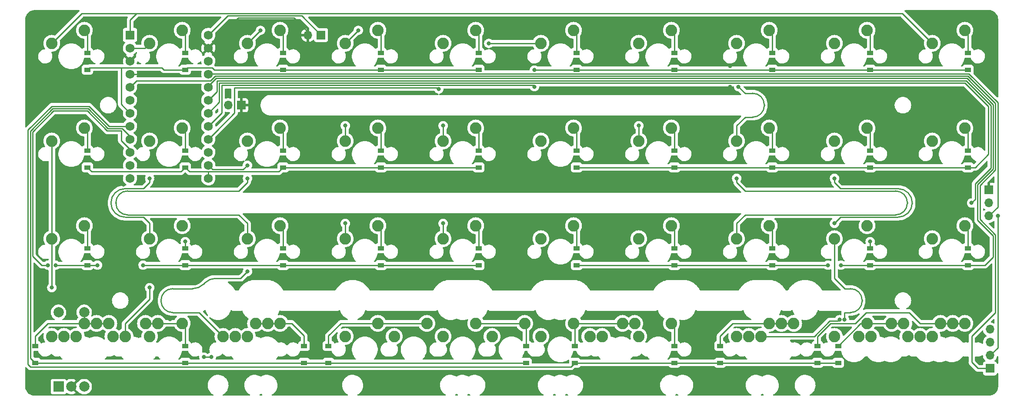
<source format=gbr>
%TF.GenerationSoftware,KiCad,Pcbnew,(6.0.4)*%
%TF.CreationDate,2022-03-28T09:41:54-07:00*%
%TF.ProjectId,Electrolytes,456c6563-7472-46f6-9c79-7465732e6b69,rev?*%
%TF.SameCoordinates,Original*%
%TF.FileFunction,Copper,L2,Bot*%
%TF.FilePolarity,Positive*%
%FSLAX46Y46*%
G04 Gerber Fmt 4.6, Leading zero omitted, Abs format (unit mm)*
G04 Created by KiCad (PCBNEW (6.0.4)) date 2022-03-28 09:41:54*
%MOMM*%
%LPD*%
G01*
G04 APERTURE LIST*
%TA.AperFunction,ComponentPad*%
%ADD10O,1.700000X1.700000*%
%TD*%
%TA.AperFunction,ComponentPad*%
%ADD11R,1.700000X1.700000*%
%TD*%
%TA.AperFunction,ComponentPad*%
%ADD12C,2.250000*%
%TD*%
%TA.AperFunction,ComponentPad*%
%ADD13R,1.752600X1.752600*%
%TD*%
%TA.AperFunction,ComponentPad*%
%ADD14C,1.752600*%
%TD*%
%TA.AperFunction,ComponentPad*%
%ADD15R,2.000000X2.000000*%
%TD*%
%TA.AperFunction,ComponentPad*%
%ADD16C,2.000000*%
%TD*%
%TA.AperFunction,SMDPad,CuDef*%
%ADD17R,1.200000X0.900000*%
%TD*%
%TA.AperFunction,ViaPad*%
%ADD18C,0.800000*%
%TD*%
%TA.AperFunction,Conductor*%
%ADD19C,0.250000*%
%TD*%
G04 APERTURE END LIST*
D10*
%TO.P,J3,2,Pin_2*%
%TO.N,GND*%
X83949750Y-31869750D03*
D11*
%TO.P,J3,1,Pin_1*%
%TO.N,Net-(J3-Pad1)*%
X86489750Y-31869750D03*
%TD*%
D12*
%TO.P,MX3-1_0,1,COL*%
%TO.N,col1*%
X53104750Y-90645750D03*
%TO.P,MX3-1_0,2,ROW*%
%TO.N,Net-(D31-Pad2)*%
X59454750Y-88105750D03*
%TD*%
%TO.P,MX7-2_5,1,COL*%
%TO.N,col2*%
X169786000Y-90645750D03*
%TO.P,MX7-2_5,2,ROW*%
%TO.N,Net-(D72-Pad2)*%
X176136000Y-88105750D03*
%TD*%
%TO.P,MX4-3,1,COL*%
%TO.N,col3*%
X148354750Y-33495750D03*
%TO.P,MX4-3,2,ROW*%
%TO.N,Net-(D43-Pad2)*%
X154704750Y-30955750D03*
%TD*%
%TO.P,MX5-1,1,COL*%
%TO.N,col1*%
X186454750Y-52545750D03*
%TO.P,MX5-1,2,ROW*%
%TO.N,Net-(D51-Pad2)*%
X192804750Y-50005750D03*
%TD*%
%TO.P,MX3-0_0,1,COL*%
%TO.N,col0*%
X34054750Y-90645750D03*
%TO.P,MX3-0_0,2,ROW*%
%TO.N,Net-(D30-Pad2)*%
X40404750Y-88105750D03*
%TD*%
%TO.P,MX5-0,1,COL*%
%TO.N,col0*%
X205504750Y-52545750D03*
%TO.P,MX5-0,2,ROW*%
%TO.N,Net-(D50-Pad2)*%
X211854750Y-50005750D03*
%TD*%
%TO.P,MX6-0,1,COL*%
%TO.N,col0*%
X205504750Y-71595750D03*
%TO.P,MX6-0,2,ROW*%
%TO.N,Net-(D60-Pad2)*%
X211854750Y-69055750D03*
%TD*%
%TO.P,MX0-4,1,COL*%
%TO.N,col4*%
X110254750Y-33495750D03*
%TO.P,MX0-4,2,ROW*%
%TO.N,Net-(D4-Pad2)*%
X116604750Y-30955750D03*
%TD*%
%TO.P,MX1-3,1,COL*%
%TO.N,col3*%
X91204750Y-52545750D03*
%TO.P,MX1-3,2,ROW*%
%TO.N,Net-(D13-Pad2)*%
X97554750Y-50005750D03*
%TD*%
D11*
%TO.P,J2,1,Pin_1*%
%TO.N,SDA*%
X216737500Y-96885750D03*
D10*
%TO.P,J2,2,Pin_2*%
%TO.N,SCL*%
X216737500Y-94345750D03*
%TO.P,J2,3,Pin_3*%
%TO.N,VCC*%
X216737500Y-91805750D03*
%TO.P,J2,4,Pin_4*%
%TO.N,GND*%
X216737500Y-89265750D03*
%TD*%
D12*
%TO.P,MX2-4,1,COL*%
%TO.N,col4*%
X110254750Y-71595750D03*
%TO.P,MX2-4,2,ROW*%
%TO.N,Net-(D24-Pad2)*%
X116604750Y-69055750D03*
%TD*%
%TO.P,MX7-0_0,1,COL*%
%TO.N,col0*%
X205504750Y-90645750D03*
%TO.P,MX7-0_0,2,ROW*%
%TO.N,Net-(D70-Pad2)*%
X211854750Y-88105750D03*
%TD*%
%TO.P,MX3-4_4,1,COL*%
%TO.N,col4*%
X119779750Y-90645750D03*
%TO.P,MX3-4_4,2,ROW*%
%TO.N,Net-(D34-Pad2)*%
X126129750Y-88105750D03*
%TD*%
%TO.P,MX7-2_0,1,COL*%
%TO.N,col2*%
X167404750Y-90645750D03*
%TO.P,MX7-2_0,2,ROW*%
%TO.N,Net-(D72-Pad2)*%
X173754750Y-88105750D03*
%TD*%
%TO.P,MX7-2_6,1,COL*%
%TO.N,col2*%
X172167250Y-90645750D03*
%TO.P,MX7-2_6,2,ROW*%
%TO.N,Net-(D72-Pad2)*%
X178517250Y-88105750D03*
%TD*%
%TO.P,MX4-4,1,COL*%
%TO.N,col4*%
X129304750Y-33495750D03*
%TO.P,MX4-4,2,ROW*%
%TO.N,Net-(D44-Pad2)*%
X135654750Y-30955750D03*
%TD*%
%TO.P,MX0-1,1,COL*%
%TO.N,col1*%
X53104750Y-33495750D03*
%TO.P,MX0-1,2,ROW*%
%TO.N,Net-(D1-Pad2)*%
X59454750Y-30955750D03*
%TD*%
%TO.P,MX7-1_6,1,COL*%
%TO.N,col1*%
X193598500Y-90645750D03*
%TO.P,MX7-1_6,2,ROW*%
%TO.N,Net-(D71-Pad2)*%
X199948500Y-88105750D03*
%TD*%
%TO.P,MX7-3_1,1,COL*%
%TO.N,col3*%
X148354750Y-90645750D03*
%TO.P,MX7-3_1,2,ROW*%
%TO.N,Net-(D73-Pad2)*%
X154704750Y-88105750D03*
%TD*%
%TO.P,MX7-4_0,1,COL*%
%TO.N,col4*%
X138829750Y-90645750D03*
%TO.P,MX7-4_0,2,ROW*%
%TO.N,Net-(D74-Pad2)*%
X145179750Y-88105750D03*
%TD*%
%TO.P,MX1-2,1,COL*%
%TO.N,col2*%
X72154750Y-52545750D03*
%TO.P,MX1-2,2,ROW*%
%TO.N,Net-(D12-Pad2)*%
X78504750Y-50005750D03*
%TD*%
%TO.P,MX1-4,1,COL*%
%TO.N,col4*%
X110254750Y-52545750D03*
%TO.P,MX1-4,2,ROW*%
%TO.N,Net-(D14-Pad2)*%
X116604750Y-50005750D03*
%TD*%
%TO.P,MX3-0_4,1,COL*%
%TO.N,col0*%
X36436000Y-90645750D03*
%TO.P,MX3-0_4,2,ROW*%
%TO.N,Net-(D30-Pad2)*%
X42786000Y-88105750D03*
%TD*%
%TO.P,MX3-1_6,1,COL*%
%TO.N,col1*%
X45961000Y-90645750D03*
%TO.P,MX3-1_6,2,ROW*%
%TO.N,Net-(D31-Pad2)*%
X52311000Y-88105750D03*
%TD*%
%TO.P,MX2-3,1,COL*%
%TO.N,col3*%
X91204750Y-71595750D03*
%TO.P,MX2-3,2,ROW*%
%TO.N,Net-(D23-Pad2)*%
X97554750Y-69055750D03*
%TD*%
%TO.P,MX2-1,1,COL*%
%TO.N,col1*%
X53104750Y-71595750D03*
%TO.P,MX2-1,2,ROW*%
%TO.N,Net-(D21-Pad2)*%
X59454750Y-69055750D03*
%TD*%
%TO.P,MX7-0_4,1,COL*%
%TO.N,col0*%
X203123500Y-90645750D03*
%TO.P,MX7-0_4,2,ROW*%
%TO.N,Net-(D70-Pad2)*%
X209473500Y-88105750D03*
%TD*%
%TO.P,MX1-0,1,COL*%
%TO.N,col0*%
X34054750Y-52545750D03*
%TO.P,MX1-0,2,ROW*%
%TO.N,Net-(D10-Pad2)*%
X40404750Y-50005750D03*
%TD*%
D13*
%TO.P,U1,1,TX0/PD3*%
%TO.N,col0*%
X49294750Y-31869750D03*
D14*
%TO.P,U1,2,RX1/PD2*%
%TO.N,col1*%
X49294750Y-34409750D03*
%TO.P,U1,3,GND*%
%TO.N,GND*%
X49294750Y-36949750D03*
%TO.P,U1,4,GND*%
X49294750Y-39489750D03*
%TO.P,U1,5,2/PD1*%
%TO.N,SDA*%
X49294750Y-42029750D03*
%TO.P,U1,6,3/PD0*%
%TO.N,SCL*%
X49294750Y-44569750D03*
%TO.P,U1,7,4/PD4*%
%TO.N,row0*%
X49294750Y-47109750D03*
%TO.P,U1,8,5/PC6*%
%TO.N,row7*%
X49294750Y-49649750D03*
%TO.P,U1,9,6/PD7*%
%TO.N,row3*%
X49294750Y-52189750D03*
%TO.P,U1,10,7/PE6*%
%TO.N,row2*%
X49294750Y-54729750D03*
%TO.P,U1,11,8/PB4*%
%TO.N,rotB*%
X49294750Y-57269750D03*
%TO.P,U1,12,9/PB5*%
%TO.N,rotA*%
X49294750Y-59809750D03*
%TO.P,U1,13,10/PB6*%
%TO.N,row1*%
X64534750Y-59809750D03*
%TO.P,U1,14,16/PB2*%
%TO.N,col2*%
X64534750Y-57269750D03*
%TO.P,U1,15,14/PB3*%
%TO.N,col3*%
X64534750Y-54729750D03*
%TO.P,U1,16,15/PB1*%
%TO.N,col4*%
X64534750Y-52189750D03*
%TO.P,U1,17,A0/PF7*%
%TO.N,row4*%
X64534750Y-49649750D03*
%TO.P,U1,18,A1/PF6*%
%TO.N,row5*%
X64534750Y-47109750D03*
%TO.P,U1,19,A2/PF5*%
%TO.N,RGB*%
X64534750Y-44569750D03*
%TO.P,U1,20,A3/PF4*%
%TO.N,row6*%
X64534750Y-42029750D03*
%TO.P,U1,21,VCC*%
%TO.N,VCC*%
X64534750Y-39489750D03*
%TO.P,U1,22,RST*%
%TO.N,Net-(R1-Pad2)*%
X64534750Y-36949750D03*
%TO.P,U1,23,GND*%
%TO.N,GND*%
X64534750Y-34409750D03*
%TO.P,U1,24,RAW*%
%TO.N,Net-(J3-Pad1)*%
X64534750Y-31869750D03*
%TD*%
D12*
%TO.P,MX5-3,1,COL*%
%TO.N,col3*%
X148354750Y-52545750D03*
%TO.P,MX5-3,2,ROW*%
%TO.N,Net-(D53-Pad2)*%
X154704750Y-50005750D03*
%TD*%
%TO.P,MX7-1_0,1,COL*%
%TO.N,col1*%
X186454750Y-90645750D03*
%TO.P,MX7-1_0,2,ROW*%
%TO.N,Net-(D71-Pad2)*%
X192804750Y-88105750D03*
%TD*%
%TO.P,MX4-1,1,COL*%
%TO.N,col1*%
X186454750Y-33495750D03*
%TO.P,MX4-1,2,ROW*%
%TO.N,Net-(D41-Pad2)*%
X192804750Y-30955750D03*
%TD*%
%TO.P,MX7-0_3,1,COL*%
%TO.N,col0*%
X200742250Y-90645750D03*
%TO.P,MX7-0_3,2,ROW*%
%TO.N,Net-(D70-Pad2)*%
X207092250Y-88105750D03*
%TD*%
D11*
%TO.P,J1,1,Pin_1*%
%TO.N,GND*%
X216483500Y-62085750D03*
D10*
%TO.P,J1,2,Pin_2*%
%TO.N,RGB*%
X216483500Y-64625750D03*
%TO.P,J1,3,Pin_3*%
%TO.N,VCC*%
X216483500Y-67165750D03*
%TD*%
D12*
%TO.P,MX7-4_5,1,COL*%
%TO.N,col4*%
X141211000Y-90645750D03*
%TO.P,MX7-4_5,2,ROW*%
%TO.N,Net-(D74-Pad2)*%
X147561000Y-88105750D03*
%TD*%
%TO.P,MX2-2,1,COL*%
%TO.N,col2*%
X72154750Y-71595750D03*
%TO.P,MX2-2,2,ROW*%
%TO.N,Net-(D22-Pad2)*%
X78504750Y-69055750D03*
%TD*%
%TO.P,MX4-0,1,COL*%
%TO.N,col0*%
X205504750Y-33495750D03*
%TO.P,MX4-0,2,ROW*%
%TO.N,Net-(D40-Pad2)*%
X211854750Y-30955750D03*
%TD*%
%TO.P,MX2-0,1,COL*%
%TO.N,col0*%
X34054750Y-71595750D03*
%TO.P,MX2-0,2,ROW*%
%TO.N,Net-(D20-Pad2)*%
X40404750Y-69055750D03*
%TD*%
%TO.P,MX3-3_1,1,COL*%
%TO.N,col3*%
X91204750Y-90645750D03*
%TO.P,MX3-3_1,2,ROW*%
%TO.N,Net-(D33-Pad2)*%
X97554750Y-88105750D03*
%TD*%
%TO.P,MX5-4,1,COL*%
%TO.N,col4*%
X129304750Y-52545750D03*
%TO.P,MX5-4,2,ROW*%
%TO.N,Net-(D54-Pad2)*%
X135654750Y-50005750D03*
%TD*%
%TO.P,MX3-2_0,1,COL*%
%TO.N,col2*%
X72154750Y-90645750D03*
%TO.P,MX3-2_0,2,ROW*%
%TO.N,Net-(D32-Pad2)*%
X78504750Y-88105750D03*
%TD*%
%TO.P,MX0-2,1,COL*%
%TO.N,col2*%
X72154750Y-33495750D03*
%TO.P,MX0-2,2,ROW*%
%TO.N,Net-(D2-Pad2)*%
X78504750Y-30955750D03*
%TD*%
D11*
%TO.P,R1,1,K*%
%TO.N,GND*%
X70925000Y-45560750D03*
D10*
%TO.P,R1,2,A*%
%TO.N,Net-(R1-Pad2)*%
X68385000Y-45560750D03*
%TD*%
D12*
%TO.P,MX3-2_6,1,COL*%
%TO.N,col2*%
X67392250Y-90645750D03*
%TO.P,MX3-2_6,2,ROW*%
%TO.N,Net-(D32-Pad2)*%
X73742250Y-88105750D03*
%TD*%
%TO.P,MX1-1,1,COL*%
%TO.N,col1*%
X53104750Y-52545750D03*
%TO.P,MX1-1,2,ROW*%
%TO.N,Net-(D11-Pad2)*%
X59454750Y-50005750D03*
%TD*%
%TO.P,MX7-4_8,1,COL*%
%TO.N,col4*%
X129304750Y-90645750D03*
%TO.P,MX7-4_8,2,ROW*%
%TO.N,Net-(D74-Pad2)*%
X135654750Y-88105750D03*
%TD*%
%TO.P,MX3-4_2,1,COL*%
%TO.N,col4*%
X119779750Y-90645750D03*
%TO.P,MX3-4_2,2,ROW*%
%TO.N,Net-(D34-Pad2)*%
X126129750Y-88105750D03*
%TD*%
%TO.P,MX5-2,1,COL*%
%TO.N,col2*%
X167404750Y-52545750D03*
%TO.P,MX5-2,2,ROW*%
%TO.N,Net-(D52-Pad2)*%
X173754750Y-50005750D03*
%TD*%
%TO.P,MX6-3,1,COL*%
%TO.N,col3*%
X148354750Y-71595750D03*
%TO.P,MX6-3,2,ROW*%
%TO.N,Net-(D63-Pad2)*%
X154704750Y-69055750D03*
%TD*%
%TO.P,MX3-2_5,1,COL*%
%TO.N,col2*%
X69773500Y-90645750D03*
%TO.P,MX3-2_5,2,ROW*%
%TO.N,Net-(D32-Pad2)*%
X76123500Y-88105750D03*
%TD*%
%TO.P,MX3-4_8,1,COL*%
%TO.N,col4*%
X110254750Y-90645750D03*
%TO.P,MX3-4_8,2,ROW*%
%TO.N,Net-(D34-Pad2)*%
X116604750Y-88105750D03*
%TD*%
%TO.P,MX3-3_5,1,COL*%
%TO.N,col3*%
X100729750Y-90645750D03*
%TO.P,MX3-3_5,2,ROW*%
%TO.N,Net-(D33-Pad2)*%
X107079750Y-88105750D03*
%TD*%
%TO.P,MX0-0,1,COL*%
%TO.N,col0*%
X34054750Y-33495750D03*
%TO.P,MX0-0,2,ROW*%
%TO.N,Net-(D0-Pad2)*%
X40404750Y-30955750D03*
%TD*%
%TO.P,MX4-2,1,COL*%
%TO.N,col2*%
X167404750Y-33495750D03*
%TO.P,MX4-2,2,ROW*%
%TO.N,Net-(D42-Pad2)*%
X173754750Y-30955750D03*
%TD*%
%TO.P,MX3-4_3,1,COL*%
%TO.N,col4*%
X119779750Y-90645750D03*
%TO.P,MX3-4_3,2,ROW*%
%TO.N,Net-(D34-Pad2)*%
X126129750Y-88105750D03*
%TD*%
%TO.P,MX3-1_5,1,COL*%
%TO.N,col1*%
X48342250Y-90645750D03*
%TO.P,MX3-1_5,2,ROW*%
%TO.N,Net-(D31-Pad2)*%
X54692250Y-88105750D03*
%TD*%
%TO.P,MX3-4_7,1,COL*%
%TO.N,col4*%
X119779750Y-90645750D03*
%TO.P,MX3-4_7,2,ROW*%
%TO.N,Net-(D34-Pad2)*%
X126129750Y-88105750D03*
%TD*%
%TO.P,MX3-3_0,1,COL*%
%TO.N,col3*%
X100729750Y-90645750D03*
%TO.P,MX3-3_0,2,ROW*%
%TO.N,Net-(D33-Pad2)*%
X107079750Y-88105750D03*
%TD*%
%TO.P,MX6-1,1,COL*%
%TO.N,col1*%
X186454750Y-71595750D03*
%TO.P,MX6-1,2,ROW*%
%TO.N,Net-(D61-Pad2)*%
X192804750Y-69055750D03*
%TD*%
%TO.P,MX6-4,1,COL*%
%TO.N,col4*%
X129304750Y-71595750D03*
%TO.P,MX6-4,2,ROW*%
%TO.N,Net-(D64-Pad2)*%
X135654750Y-69055750D03*
%TD*%
D15*
%TO.P,SW1,A,A*%
%TO.N,rotA*%
X35364750Y-100435750D03*
D16*
%TO.P,SW1,B,B*%
%TO.N,rotB*%
X40364750Y-100435750D03*
%TO.P,SW1,C,C*%
%TO.N,GND*%
X37864750Y-100435750D03*
%TO.P,SW1,S1,S1*%
%TO.N,Net-(D30-Pad2)*%
X40364750Y-85935750D03*
%TO.P,SW1,S2,S2*%
%TO.N,col0*%
X35364750Y-85935750D03*
%TD*%
D12*
%TO.P,MX6-2,1,COL*%
%TO.N,col2*%
X167404750Y-71595750D03*
%TO.P,MX6-2,2,ROW*%
%TO.N,Net-(D62-Pad2)*%
X173754750Y-69055750D03*
%TD*%
%TO.P,MX0-3,1,COL*%
%TO.N,col3*%
X91204750Y-33495750D03*
%TO.P,MX0-3,2,ROW*%
%TO.N,Net-(D3-Pad2)*%
X97554750Y-30955750D03*
%TD*%
%TO.P,MX7-1_5,1,COL*%
%TO.N,col1*%
X191217250Y-90645750D03*
%TO.P,MX7-1_5,2,ROW*%
%TO.N,Net-(D71-Pad2)*%
X197567250Y-88105750D03*
%TD*%
%TO.P,MX3-0_3,1,COL*%
%TO.N,col0*%
X38817250Y-90645750D03*
%TO.P,MX3-0_3,2,ROW*%
%TO.N,Net-(D30-Pad2)*%
X45167250Y-88105750D03*
%TD*%
D17*
%TO.P,D31,1,K*%
%TO.N,row3*%
X60050000Y-95800000D03*
%TO.P,D31,2,A*%
%TO.N,Net-(D31-Pad2)*%
X60050000Y-92500000D03*
%TD*%
%TO.P,D10,1,K*%
%TO.N,row1*%
X41000000Y-57700000D03*
%TO.P,D10,2,A*%
%TO.N,Net-(D10-Pad2)*%
X41000000Y-54400000D03*
%TD*%
%TO.P,D22,1,K*%
%TO.N,row2*%
X79100000Y-76750000D03*
%TO.P,D22,2,A*%
%TO.N,Net-(D22-Pad2)*%
X79100000Y-73450000D03*
%TD*%
%TO.P,D33,1,K*%
%TO.N,row3*%
X87937500Y-95800000D03*
%TO.P,D33,2,A*%
%TO.N,Net-(D33-Pad2)*%
X87937500Y-92500000D03*
%TD*%
%TO.P,D12,1,K*%
%TO.N,row1*%
X79100000Y-57700000D03*
%TO.P,D12,2,A*%
%TO.N,Net-(D12-Pad2)*%
X79100000Y-54400000D03*
%TD*%
%TO.P,D64,1,K*%
%TO.N,row6*%
X136250000Y-76750000D03*
%TO.P,D64,2,A*%
%TO.N,Net-(D64-Pad2)*%
X136250000Y-73450000D03*
%TD*%
%TO.P,D72,1,K*%
%TO.N,row7*%
X164175000Y-95800000D03*
%TO.P,D72,2,A*%
%TO.N,Net-(D72-Pad2)*%
X164175000Y-92500000D03*
%TD*%
%TO.P,D51,1,K*%
%TO.N,row5*%
X193400000Y-57700000D03*
%TO.P,D51,2,A*%
%TO.N,Net-(D51-Pad2)*%
X193400000Y-54400000D03*
%TD*%
%TO.P,D44,1,K*%
%TO.N,row4*%
X136250000Y-38650000D03*
%TO.P,D44,2,A*%
%TO.N,Net-(D44-Pad2)*%
X136250000Y-35350000D03*
%TD*%
%TO.P,D70,1,K*%
%TO.N,row7*%
X183150000Y-95800000D03*
%TO.P,D70,2,A*%
%TO.N,Net-(D70-Pad2)*%
X183150000Y-92500000D03*
%TD*%
%TO.P,D23,1,K*%
%TO.N,row2*%
X98150000Y-76750000D03*
%TO.P,D23,2,A*%
%TO.N,Net-(D23-Pad2)*%
X98150000Y-73450000D03*
%TD*%
%TO.P,D14,1,K*%
%TO.N,row1*%
X117200000Y-57700000D03*
%TO.P,D14,2,A*%
%TO.N,Net-(D14-Pad2)*%
X117200000Y-54400000D03*
%TD*%
%TO.P,D2,1,K*%
%TO.N,row0*%
X79100000Y-38650000D03*
%TO.P,D2,2,A*%
%TO.N,Net-(D2-Pad2)*%
X79100000Y-35350000D03*
%TD*%
%TO.P,D24,1,K*%
%TO.N,row2*%
X117200000Y-76750000D03*
%TO.P,D24,2,A*%
%TO.N,Net-(D24-Pad2)*%
X117200000Y-73450000D03*
%TD*%
%TO.P,D21,1,K*%
%TO.N,row2*%
X60050000Y-76750000D03*
%TO.P,D21,2,A*%
%TO.N,Net-(D21-Pad2)*%
X60050000Y-73450000D03*
%TD*%
%TO.P,D4,1,K*%
%TO.N,row0*%
X117200000Y-38650000D03*
%TO.P,D4,2,A*%
%TO.N,Net-(D4-Pad2)*%
X117200000Y-35350000D03*
%TD*%
%TO.P,D53,1,K*%
%TO.N,row5*%
X155300000Y-57700000D03*
%TO.P,D53,2,A*%
%TO.N,Net-(D53-Pad2)*%
X155300000Y-54400000D03*
%TD*%
%TO.P,D62,1,K*%
%TO.N,row6*%
X174350000Y-76750000D03*
%TO.P,D62,2,A*%
%TO.N,Net-(D62-Pad2)*%
X174350000Y-73450000D03*
%TD*%
%TO.P,D20,1,K*%
%TO.N,row2*%
X41000000Y-76750000D03*
%TO.P,D20,2,A*%
%TO.N,Net-(D20-Pad2)*%
X41000000Y-73450000D03*
%TD*%
%TO.P,D71,1,K*%
%TO.N,row7*%
X187175000Y-95800000D03*
%TO.P,D71,2,A*%
%TO.N,Net-(D71-Pad2)*%
X187175000Y-92500000D03*
%TD*%
%TO.P,D42,1,K*%
%TO.N,row4*%
X174350000Y-38650000D03*
%TO.P,D42,2,A*%
%TO.N,Net-(D42-Pad2)*%
X174350000Y-35350000D03*
%TD*%
%TO.P,D43,1,K*%
%TO.N,row4*%
X155300000Y-38650000D03*
%TO.P,D43,2,A*%
%TO.N,Net-(D43-Pad2)*%
X155300000Y-35350000D03*
%TD*%
%TO.P,D3,1,K*%
%TO.N,row0*%
X98150000Y-38650000D03*
%TO.P,D3,2,A*%
%TO.N,Net-(D3-Pad2)*%
X98150000Y-35350000D03*
%TD*%
%TO.P,D30,1,K*%
%TO.N,row3*%
X30800000Y-95800000D03*
%TO.P,D30,2,A*%
%TO.N,Net-(D30-Pad2)*%
X30800000Y-92500000D03*
%TD*%
%TO.P,D11,1,K*%
%TO.N,row1*%
X60050000Y-57700000D03*
%TO.P,D11,2,A*%
%TO.N,Net-(D11-Pad2)*%
X60050000Y-54400000D03*
%TD*%
%TO.P,D52,1,K*%
%TO.N,row5*%
X174350000Y-57700000D03*
%TO.P,D52,2,A*%
%TO.N,Net-(D52-Pad2)*%
X174350000Y-54400000D03*
%TD*%
%TO.P,D73,1,K*%
%TO.N,row7*%
X155300000Y-95800000D03*
%TO.P,D73,2,A*%
%TO.N,Net-(D73-Pad2)*%
X155300000Y-92500000D03*
%TD*%
%TO.P,D34,1,K*%
%TO.N,row3*%
X126380000Y-95800000D03*
%TO.P,D34,2,A*%
%TO.N,Net-(D34-Pad2)*%
X126380000Y-92500000D03*
%TD*%
%TO.P,D32,1,K*%
%TO.N,row3*%
X83175000Y-95800000D03*
%TO.P,D32,2,A*%
%TO.N,Net-(D32-Pad2)*%
X83175000Y-92500000D03*
%TD*%
%TO.P,D1,1,K*%
%TO.N,row0*%
X60050000Y-38650000D03*
%TO.P,D1,2,A*%
%TO.N,Net-(D1-Pad2)*%
X60050000Y-35350000D03*
%TD*%
%TO.P,D61,1,K*%
%TO.N,row6*%
X193400000Y-76750000D03*
%TO.P,D61,2,A*%
%TO.N,Net-(D61-Pad2)*%
X193400000Y-73450000D03*
%TD*%
%TO.P,D60,1,K*%
%TO.N,row6*%
X212450000Y-76750000D03*
%TO.P,D60,2,A*%
%TO.N,Net-(D60-Pad2)*%
X212450000Y-73450000D03*
%TD*%
%TO.P,D40,1,K*%
%TO.N,row4*%
X212450000Y-38650000D03*
%TO.P,D40,2,A*%
%TO.N,Net-(D40-Pad2)*%
X212450000Y-35350000D03*
%TD*%
%TO.P,D63,1,K*%
%TO.N,row6*%
X155300000Y-76750000D03*
%TO.P,D63,2,A*%
%TO.N,Net-(D63-Pad2)*%
X155300000Y-73450000D03*
%TD*%
%TO.P,D54,1,K*%
%TO.N,row5*%
X136250000Y-57700000D03*
%TO.P,D54,2,A*%
%TO.N,Net-(D54-Pad2)*%
X136250000Y-54400000D03*
%TD*%
%TO.P,D13,1,K*%
%TO.N,row1*%
X98150000Y-57700000D03*
%TO.P,D13,2,A*%
%TO.N,Net-(D13-Pad2)*%
X98150000Y-54400000D03*
%TD*%
%TO.P,D50,1,K*%
%TO.N,row5*%
X212450000Y-57700000D03*
%TO.P,D50,2,A*%
%TO.N,Net-(D50-Pad2)*%
X212450000Y-54400000D03*
%TD*%
%TO.P,D41,1,K*%
%TO.N,row4*%
X193400000Y-38650000D03*
%TO.P,D41,2,A*%
%TO.N,Net-(D41-Pad2)*%
X193400000Y-35350000D03*
%TD*%
%TO.P,D0,1,K*%
%TO.N,row0*%
X41000000Y-38650000D03*
%TO.P,D0,2,A*%
%TO.N,Net-(D0-Pad2)*%
X41000000Y-35350000D03*
%TD*%
%TO.P,D74,1,K*%
%TO.N,row7*%
X135908704Y-95800000D03*
%TO.P,D74,2,A*%
%TO.N,Net-(D74-Pad2)*%
X135908704Y-92500000D03*
%TD*%
D18*
%TO.N,Net-(D21-Pad2)*%
X60050000Y-72150000D03*
%TO.N,row2*%
X33330250Y-76750000D03*
X51834750Y-76750000D03*
X34779250Y-76750000D03*
X42944750Y-76750000D03*
%TO.N,row4*%
X128034750Y-38700011D03*
X128034750Y-41947091D03*
%TO.N,row6*%
X187724750Y-76750000D03*
X185184750Y-76750000D03*
%TO.N,Net-(D61-Pad2)*%
X193400000Y-72150000D03*
%TO.N,GND*%
X166134750Y-41948545D03*
X54340000Y-59809750D03*
X51830000Y-42029750D03*
X54340000Y-57269750D03*
X166134750Y-37925500D03*
X211634250Y-62085750D03*
X51830000Y-57269750D03*
X48050000Y-61040000D03*
X54340000Y-42029750D03*
X57073499Y-87250000D03*
X51830000Y-59809750D03*
X54340000Y-39490000D03*
%TO.N,RGB*%
X213151460Y-64625750D03*
%TO.N,SCL*%
X218250000Y-67165750D03*
%TO.N,col0*%
X34054750Y-81120750D03*
%TO.N,col1*%
X53104750Y-81120750D03*
X186454750Y-59809750D03*
X53104750Y-59809750D03*
X188439503Y-87381250D03*
X186454750Y-68595750D03*
%TO.N,col2*%
X72154750Y-78000000D03*
X72154750Y-57269750D03*
X72154750Y-59809750D03*
X187440000Y-87381250D03*
X74694750Y-30955750D03*
X167404750Y-59809750D03*
X167778545Y-41948545D03*
%TO.N,col3*%
X91204750Y-68595750D03*
X93744750Y-30955750D03*
X63685500Y-94664956D03*
X65135043Y-94664956D03*
X91204750Y-49545750D03*
X148354750Y-49545750D03*
%TO.N,col4*%
X110254750Y-49545750D03*
X110254750Y-68595750D03*
X119144750Y-33495750D03*
X109425000Y-42405000D03*
%TD*%
D19*
%TO.N,Net-(D1-Pad2)*%
X60050000Y-31551000D02*
X59454750Y-30955750D01*
X60050000Y-35350000D02*
X60050000Y-31551000D01*
%TO.N,Net-(D2-Pad2)*%
X79100000Y-31551000D02*
X78504750Y-30955750D01*
X79100000Y-35350000D02*
X79100000Y-31551000D01*
%TO.N,Net-(D3-Pad2)*%
X98150000Y-35350000D02*
X98150000Y-31551000D01*
X98150000Y-31551000D02*
X97554750Y-30955750D01*
%TO.N,Net-(D4-Pad2)*%
X117200000Y-35350000D02*
X117200000Y-31551000D01*
X117200000Y-31551000D02*
X116604750Y-30955750D01*
%TO.N,Net-(D10-Pad2)*%
X41000000Y-54400000D02*
X41000000Y-50601000D01*
X41000000Y-50601000D02*
X40404750Y-50005750D01*
%TO.N,Net-(D11-Pad2)*%
X60050000Y-50601000D02*
X59454750Y-50005750D01*
X60050000Y-54400000D02*
X60050000Y-50601000D01*
%TO.N,Net-(D12-Pad2)*%
X79100000Y-50601000D02*
X78504750Y-50005750D01*
X79100000Y-54400000D02*
X79100000Y-50601000D01*
%TO.N,Net-(D13-Pad2)*%
X98150000Y-50601000D02*
X97554750Y-50005750D01*
X98150000Y-54400000D02*
X98150000Y-50601000D01*
%TO.N,Net-(D14-Pad2)*%
X117200000Y-54400000D02*
X117200000Y-50601000D01*
X117200000Y-50601000D02*
X116604750Y-50005750D01*
%TO.N,Net-(D20-Pad2)*%
X41000000Y-73450000D02*
X41000000Y-69651000D01*
X41000000Y-69651000D02*
X40404750Y-69055750D01*
%TO.N,Net-(D21-Pad2)*%
X60050000Y-72150000D02*
X60050000Y-73450000D01*
%TO.N,Net-(D22-Pad2)*%
X79100000Y-69651000D02*
X78504750Y-69055750D01*
X79100000Y-73450000D02*
X79100000Y-69651000D01*
%TO.N,Net-(D23-Pad2)*%
X98150000Y-73450000D02*
X98150000Y-69651000D01*
X98150000Y-69651000D02*
X97554750Y-69055750D01*
%TO.N,Net-(D24-Pad2)*%
X117200000Y-69651000D02*
X116604750Y-69055750D01*
X117200000Y-73450000D02*
X117200000Y-69651000D01*
%TO.N,Net-(D30-Pad2)*%
X40404750Y-88105750D02*
X40404750Y-85975750D01*
X33930750Y-88105750D02*
X40404750Y-88105750D01*
X45167250Y-88105750D02*
X40404750Y-88105750D01*
X33294250Y-88105750D02*
X30800000Y-90600000D01*
X33930750Y-88105750D02*
X33294250Y-88105750D01*
X40404750Y-85975750D02*
X40364750Y-85935750D01*
X30800000Y-92500000D02*
X30800000Y-90600000D01*
%TO.N,Net-(D31-Pad2)*%
X60050000Y-88701000D02*
X59454750Y-88105750D01*
X60050000Y-92500000D02*
X60050000Y-88701000D01*
X52311000Y-88105750D02*
X59454750Y-88105750D01*
%TO.N,Net-(D32-Pad2)*%
X83175000Y-90500000D02*
X80780750Y-88105750D01*
X83175000Y-92500000D02*
X83175000Y-90500000D01*
X80780750Y-88105750D02*
X78504750Y-88105750D01*
X73742250Y-88105750D02*
X78504750Y-88105750D01*
%TO.N,Net-(D33-Pad2)*%
X90331750Y-88105750D02*
X87937500Y-90500000D01*
X87937500Y-92500000D02*
X87937500Y-90500000D01*
X97554750Y-88105750D02*
X107079750Y-88105750D01*
X97554750Y-88105750D02*
X90331750Y-88105750D01*
%TO.N,Net-(D34-Pad2)*%
X116604750Y-88105750D02*
X126129750Y-88105750D01*
X126380000Y-88356000D02*
X126129750Y-88105750D01*
X126380000Y-92500000D02*
X126380000Y-88356000D01*
%TO.N,Net-(D40-Pad2)*%
X212450000Y-31551000D02*
X211854750Y-30955750D01*
X212450000Y-35350000D02*
X212450000Y-31551000D01*
%TO.N,row0*%
X65250000Y-38220000D02*
X60480000Y-38220000D01*
X55450000Y-38220000D02*
X55880000Y-38650000D01*
X41430000Y-38220000D02*
X47605000Y-38220000D01*
X47580000Y-39670000D02*
X47580000Y-44695000D01*
X47605000Y-38220000D02*
X55450000Y-38220000D01*
X49294750Y-47109750D02*
X47580000Y-45395000D01*
X47580000Y-45395000D02*
X47580000Y-44695000D01*
X79100000Y-38650000D02*
X65680000Y-38650000D01*
X60480000Y-38220000D02*
X60050000Y-38650000D01*
X65680000Y-38650000D02*
X65250000Y-38220000D01*
X47580000Y-38220000D02*
X47580000Y-39670000D01*
X79100000Y-38650000D02*
X117200000Y-38650000D01*
X55880000Y-38650000D02*
X60050000Y-38650000D01*
X41000000Y-38650000D02*
X41430000Y-38220000D01*
%TO.N,Net-(D0-Pad2)*%
X41000000Y-35350000D02*
X41000000Y-31551000D01*
X41000000Y-31551000D02*
X40404750Y-30955750D01*
%TO.N,row1*%
X64505000Y-58530000D02*
X60890000Y-58530000D01*
X78270000Y-58530000D02*
X64505000Y-58530000D01*
X59220000Y-58530000D02*
X60050000Y-57700000D01*
X79100000Y-57700000D02*
X117200000Y-57700000D01*
X64534750Y-58559750D02*
X64505000Y-58530000D01*
X79100000Y-57700000D02*
X78270000Y-58530000D01*
X41830000Y-58530000D02*
X59220000Y-58530000D01*
X64534750Y-59809750D02*
X64534750Y-58559750D01*
X41000000Y-57700000D02*
X41830000Y-58530000D01*
X60060000Y-57700000D02*
X60050000Y-57700000D01*
X60890000Y-58530000D02*
X60060000Y-57700000D01*
%TO.N,row2*%
X32088460Y-76750000D02*
X33330250Y-76750000D01*
X30325009Y-74986549D02*
X32088460Y-76750000D01*
X41000000Y-76750000D02*
X43100000Y-76750000D01*
X44827355Y-50548790D02*
X40952604Y-46674040D01*
X47588072Y-50548790D02*
X44827355Y-50548790D01*
X51900000Y-76750000D02*
X117200000Y-76750000D01*
X30325009Y-50771427D02*
X30325009Y-74986549D01*
X49294750Y-54169750D02*
X47588072Y-52463072D01*
X41000000Y-76750000D02*
X34779250Y-76750000D01*
X47588072Y-52463072D02*
X47588072Y-50548790D01*
X49294750Y-54729750D02*
X49294750Y-54169750D01*
X34422396Y-46674040D02*
X30325009Y-50771427D01*
X40952604Y-46674040D02*
X34422396Y-46674040D01*
%TO.N,row3*%
X49294750Y-51619750D02*
X47774270Y-50099270D01*
X49294750Y-52189750D02*
X49294750Y-51619750D01*
X29875489Y-94875489D02*
X30800000Y-95800000D01*
X29875489Y-50585229D02*
X29875489Y-94875489D01*
X41138802Y-46224520D02*
X34236198Y-46224520D01*
X126380000Y-95800000D02*
X60050000Y-95800000D01*
X30800000Y-95800000D02*
X60050000Y-95800000D01*
X45013552Y-50099270D02*
X41138802Y-46224520D01*
X34236198Y-46224520D02*
X29875489Y-50585229D01*
X47774270Y-50099270D02*
X45013552Y-50099270D01*
%TO.N,row4*%
X136250000Y-38650000D02*
X128084761Y-38650000D01*
X67127889Y-41672111D02*
X67120109Y-41679891D01*
X67120109Y-41679891D02*
X67120109Y-47064391D01*
X128034750Y-41947091D02*
X127759770Y-41672111D01*
X128084761Y-38650000D02*
X128034750Y-38700011D01*
X127759770Y-41672111D02*
X67762111Y-41672111D01*
X67762111Y-41672111D02*
X67127889Y-41672111D01*
X67120109Y-47064391D02*
X64534750Y-49649750D01*
X136250000Y-38650000D02*
X212450000Y-38650000D01*
%TO.N,Net-(D41-Pad2)*%
X193400000Y-35350000D02*
X193400000Y-31551000D01*
X193400000Y-31551000D02*
X192804750Y-30955750D01*
%TO.N,Net-(D42-Pad2)*%
X174350000Y-31551000D02*
X173754750Y-30955750D01*
X174350000Y-35350000D02*
X174350000Y-31551000D01*
%TO.N,Net-(D43-Pad2)*%
X155300000Y-35350000D02*
X155300000Y-31551000D01*
X155300000Y-31551000D02*
X154704750Y-30955750D01*
%TO.N,Net-(D44-Pad2)*%
X136250000Y-31551000D02*
X135654750Y-30955750D01*
X136250000Y-35350000D02*
X136250000Y-31551000D01*
%TO.N,row5*%
X216451920Y-45784792D02*
X211889719Y-41222591D01*
X66670589Y-44973911D02*
X64534750Y-47109750D01*
X66677409Y-41222591D02*
X66670589Y-41229411D01*
X66670589Y-41229411D02*
X66670589Y-44973911D01*
X211889719Y-41222591D02*
X66677409Y-41222591D01*
X216451920Y-55124040D02*
X216451920Y-45784792D01*
X212450000Y-57700000D02*
X213875960Y-57700000D01*
X136250000Y-57700000D02*
X212450000Y-57700000D01*
X213875960Y-57700000D02*
X216451920Y-55124040D01*
%TO.N,Net-(D50-Pad2)*%
X212450000Y-54400000D02*
X212450000Y-50601000D01*
X212450000Y-50601000D02*
X211854750Y-50005750D01*
%TO.N,Net-(D51-Pad2)*%
X193400000Y-54400000D02*
X193400000Y-50601000D01*
X193400000Y-50601000D02*
X192804750Y-50005750D01*
%TO.N,Net-(D52-Pad2)*%
X174350000Y-50601000D02*
X173754750Y-50005750D01*
X174350000Y-54400000D02*
X174350000Y-50601000D01*
%TO.N,Net-(D53-Pad2)*%
X155300000Y-50601000D02*
X154704750Y-50005750D01*
X155300000Y-54400000D02*
X155300000Y-50601000D01*
%TO.N,Net-(D54-Pad2)*%
X136250000Y-50601000D02*
X135654750Y-50005750D01*
X136250000Y-54400000D02*
X136250000Y-50601000D01*
%TO.N,row6*%
X214325480Y-68011198D02*
X217350960Y-71036678D01*
X64534750Y-42029750D02*
X64534750Y-41823672D01*
X187740000Y-76750000D02*
X212450000Y-76750000D01*
X217350960Y-71036678D02*
X217350960Y-75149040D01*
X66034872Y-40323551D02*
X212262115Y-40323551D01*
X214325480Y-61013802D02*
X214325480Y-68011198D01*
X217350960Y-45412396D02*
X217350960Y-57988322D01*
X64534750Y-41823672D02*
X66034872Y-40323551D01*
X212262115Y-40323551D02*
X217350960Y-45412396D01*
X217350960Y-75149040D02*
X215750000Y-76750000D01*
X215750000Y-76750000D02*
X212450000Y-76750000D01*
X217350960Y-57988322D02*
X214325480Y-61013802D01*
X185184750Y-76750000D02*
X136250000Y-76750000D01*
%TO.N,Net-(D60-Pad2)*%
X212450000Y-73450000D02*
X212450000Y-69651000D01*
X212450000Y-69651000D02*
X211854750Y-69055750D01*
%TO.N,Net-(D61-Pad2)*%
X193400000Y-73450000D02*
X193400000Y-72150000D01*
%TO.N,Net-(D62-Pad2)*%
X174350000Y-69651000D02*
X173754750Y-69055750D01*
X174350000Y-73450000D02*
X174350000Y-69651000D01*
%TO.N,Net-(D63-Pad2)*%
X155300000Y-73450000D02*
X155300000Y-69651000D01*
X155300000Y-69651000D02*
X154704750Y-69055750D01*
%TO.N,Net-(D64-Pad2)*%
X136250000Y-69651000D02*
X135654750Y-69055750D01*
X136250000Y-73450000D02*
X136250000Y-69651000D01*
%TO.N,row7*%
X29425969Y-50399031D02*
X29425969Y-96124991D01*
X135134193Y-96574511D02*
X135908704Y-95800000D01*
X45199750Y-49649750D02*
X41325000Y-45775000D01*
X29875489Y-96574511D02*
X134284511Y-96574511D01*
X155300000Y-95800000D02*
X164175000Y-95800000D01*
X187175000Y-95800000D02*
X164175000Y-95800000D01*
X49294750Y-49649750D02*
X45199750Y-49649750D01*
X34050000Y-45775000D02*
X29425969Y-50399031D01*
X135908704Y-95800000D02*
X155300000Y-95800000D01*
X29425969Y-96124991D02*
X29875489Y-96574511D01*
X134284511Y-96574511D02*
X135134193Y-96574511D01*
X41325000Y-45775000D02*
X34050000Y-45775000D01*
%TO.N,Net-(D70-Pad2)*%
X190474250Y-88105750D02*
X185690000Y-88105750D01*
X200530000Y-85990000D02*
X201007750Y-85990000D01*
X192590000Y-85990000D02*
X200530000Y-85990000D01*
X192590000Y-85990000D02*
X190474250Y-88105750D01*
X207092250Y-88105750D02*
X211854750Y-88105750D01*
X200950000Y-85990000D02*
X200530000Y-85990000D01*
X183150000Y-90645750D02*
X183150000Y-92500000D01*
X203123500Y-88105750D02*
X207092250Y-88105750D01*
X201007750Y-85990000D02*
X203123500Y-88105750D01*
X185690000Y-88105750D02*
X183150000Y-90645750D01*
%TO.N,Net-(D71-Pad2)*%
X187175000Y-92500000D02*
X191569250Y-88105750D01*
X192804750Y-88105750D02*
X199948500Y-88105750D01*
X191569250Y-88105750D02*
X192804750Y-88105750D01*
%TO.N,Net-(D72-Pad2)*%
X166669250Y-88105750D02*
X173754750Y-88105750D01*
X164175000Y-92500000D02*
X164175000Y-90600000D01*
X173754750Y-88105750D02*
X178517250Y-88105750D01*
X164175000Y-90600000D02*
X166669250Y-88105750D01*
%TO.N,Net-(D73-Pad2)*%
X155300000Y-88701000D02*
X154704750Y-88105750D01*
X155300000Y-92500000D02*
X155300000Y-88701000D01*
%TO.N,Net-(D74-Pad2)*%
X135908704Y-92500000D02*
X135908704Y-88359704D01*
X145179750Y-88105750D02*
X135654750Y-88105750D01*
X147561000Y-88105750D02*
X145179750Y-88105750D01*
%TO.N,GND*%
X51830000Y-57269750D02*
X54340000Y-57269750D01*
X49294750Y-39489750D02*
X54339750Y-39489750D01*
X81170480Y-28550480D02*
X84489750Y-31869750D01*
X51830000Y-42029750D02*
X54340000Y-42029750D01*
X70394020Y-28550480D02*
X81170480Y-28550480D01*
X54339750Y-39489750D02*
X54340000Y-39490000D01*
X64534750Y-34409750D02*
X70394020Y-28550480D01*
%TO.N,RGB*%
X66221069Y-40773071D02*
X66221069Y-42883431D01*
X213875960Y-63234040D02*
X213875960Y-60827604D01*
X213875960Y-63901250D02*
X213151460Y-64625750D01*
X213875960Y-63234040D02*
X213875960Y-63901250D01*
X66221069Y-42883431D02*
X64534750Y-44569750D01*
X212075917Y-40773071D02*
X66221069Y-40773071D01*
X216901440Y-57802124D02*
X216901440Y-45598594D01*
X216901440Y-45598594D02*
X212075917Y-40773071D01*
X213875960Y-60827604D02*
X216901440Y-57802124D01*
%TO.N,VCC*%
X212634511Y-39424511D02*
X64599989Y-39424511D01*
X218250000Y-45040000D02*
X212634511Y-39424511D01*
X218250000Y-65399250D02*
X218250000Y-45040000D01*
X216483500Y-67165750D02*
X218250000Y-65399250D01*
X64599989Y-39424511D02*
X64534750Y-39489750D01*
%TO.N,SDA*%
X213204124Y-95695124D02*
X214394750Y-96885750D01*
X65848675Y-39874031D02*
X212448313Y-39874031D01*
X214394750Y-96885750D02*
X216737500Y-96885750D01*
X217800480Y-70850480D02*
X217800480Y-85990000D01*
X64962704Y-40760000D02*
X65848675Y-39874031D01*
X213204124Y-91795876D02*
X213204124Y-90586356D01*
X213204124Y-90586356D02*
X217800480Y-85990000D01*
X50564500Y-40760000D02*
X64962704Y-40760000D01*
X214775000Y-61200000D02*
X214775000Y-67825000D01*
X212448313Y-39874031D02*
X217800480Y-45226198D01*
X213204124Y-91795876D02*
X213204124Y-95695124D01*
X49294750Y-42029750D02*
X50564500Y-40760000D01*
X217800480Y-45226198D02*
X217800480Y-58174520D01*
X217800480Y-58174520D02*
X214775000Y-61200000D01*
X214775000Y-67825000D02*
X217800480Y-70850480D01*
%TO.N,SCL*%
X218250000Y-67165750D02*
X218250000Y-92833250D01*
X218250000Y-92833250D02*
X216737500Y-94345750D01*
%TO.N,col0*%
X34054750Y-71595750D02*
X34054750Y-52545750D01*
X50988560Y-27651440D02*
X199660440Y-27651440D01*
X50988560Y-27651440D02*
X50578560Y-27651440D01*
X34054750Y-33495750D02*
X39899060Y-27651440D01*
X199660440Y-27651440D02*
X205504750Y-33495750D01*
X49278560Y-27651440D02*
X50568560Y-27651440D01*
X49294750Y-28935250D02*
X49294750Y-31869750D01*
X50568560Y-27651440D02*
X50988560Y-27651440D01*
X50578560Y-27651440D02*
X49294750Y-28935250D01*
X34054750Y-81120750D02*
X34054750Y-71595750D01*
X39899060Y-27651440D02*
X49278560Y-27651440D01*
%TO.N,col1*%
X49294750Y-34409750D02*
X52190750Y-34409750D01*
X186454750Y-59809750D02*
X186454750Y-60624250D01*
X53104750Y-83343250D02*
X48342250Y-88105750D01*
X53104750Y-68595750D02*
X51898520Y-67389520D01*
X187660980Y-61830480D02*
X198850000Y-61830480D01*
X191850000Y-83740000D02*
X191850000Y-83580000D01*
X48342250Y-90645750D02*
X48342250Y-88105750D01*
X51898520Y-61830480D02*
X48330000Y-61830480D01*
X53104750Y-60624250D02*
X51898520Y-61830480D01*
X189600000Y-81330000D02*
X188464750Y-81330000D01*
X188464750Y-81330000D02*
X186454750Y-79320000D01*
X51898520Y-67389520D02*
X48330000Y-67389520D01*
X45580000Y-64639520D02*
X45580000Y-64580480D01*
X188439503Y-85990000D02*
X189600000Y-85990000D01*
X53104750Y-71595750D02*
X53104750Y-68595750D01*
X53104750Y-59809750D02*
X53104750Y-60624250D01*
X201600000Y-64580480D02*
X201600000Y-64639520D01*
X187660980Y-67389520D02*
X186454750Y-68595750D01*
X186454750Y-79320000D02*
X186454750Y-71595750D01*
X186454750Y-60624250D02*
X187660980Y-61830480D01*
X198850000Y-67389520D02*
X187660980Y-67389520D01*
X188439503Y-87381250D02*
X188439503Y-85990000D01*
X52190750Y-34409750D02*
X53104750Y-33495750D01*
X53104750Y-81120750D02*
X53104750Y-83343250D01*
X201600020Y-64639520D02*
G75*
G02*
X198850000Y-67389520I-2750020J20D01*
G01*
X189600000Y-81330000D02*
G75*
G02*
X191850000Y-83580000I0J-2250000D01*
G01*
X191850000Y-83740000D02*
G75*
G02*
X189600000Y-85990000I-2250000J0D01*
G01*
X45579980Y-64580480D02*
G75*
G02*
X48330000Y-61830480I2750020J-20D01*
G01*
X45579980Y-64639520D02*
G75*
G03*
X48330000Y-67389520I2750020J20D01*
G01*
X201600020Y-64580480D02*
G75*
G03*
X198850000Y-61830480I-2750020J-20D01*
G01*
%TO.N,col2*%
X65992641Y-79320000D02*
X70834750Y-79320000D01*
X198390000Y-62280000D02*
X169410000Y-62280000D01*
X169060500Y-47890000D02*
X170550000Y-47890000D01*
X167404750Y-52545750D02*
X167404750Y-49545750D01*
X167404750Y-68595750D02*
X169060500Y-66940000D01*
X72154750Y-71595750D02*
X72154750Y-68595750D01*
X169410000Y-62280000D02*
X169060500Y-62280000D01*
X65345480Y-58080480D02*
X64534750Y-57269750D01*
X72154750Y-33495750D02*
X74694750Y-30955750D01*
X200640000Y-64690000D02*
X200640000Y-64530000D01*
X71344020Y-58080480D02*
X72154750Y-57269750D01*
X55330000Y-83740000D02*
X55330000Y-83580000D01*
X70834750Y-79320000D02*
X72154750Y-78000000D01*
X69729520Y-58080480D02*
X65345480Y-58080480D01*
X46543423Y-64690000D02*
X46543423Y-64530000D01*
X48793423Y-62280000D02*
X70499000Y-62280000D01*
X169061454Y-43231454D02*
X167778545Y-41948545D01*
X185503803Y-87656230D02*
X186060000Y-87656230D01*
X182514282Y-90645750D02*
X185503803Y-87656230D01*
X72154750Y-60624250D02*
X72154750Y-59809750D01*
X169060500Y-62280000D02*
X167404750Y-60624250D01*
X186060000Y-87656230D02*
X187165020Y-87656230D01*
X169060500Y-66940000D02*
X198390000Y-66940000D01*
X62736500Y-85990000D02*
X57580000Y-85990000D01*
X72154750Y-68595750D02*
X70499000Y-66940000D01*
X172167250Y-90645750D02*
X182514282Y-90645750D01*
X169220000Y-62280000D02*
X169410000Y-62280000D01*
X187165020Y-87656230D02*
X187440000Y-87381250D01*
X69729520Y-58080480D02*
X71344020Y-58080480D01*
X167404750Y-71595750D02*
X167404750Y-68595750D01*
X63618680Y-80451320D02*
X63871321Y-80198679D01*
X170550000Y-43230000D02*
X169060500Y-43230000D01*
X57580000Y-81330000D02*
X61497359Y-81330000D01*
X70499000Y-62280000D02*
X72154750Y-60624250D01*
X67392250Y-90645750D02*
X62736500Y-85990000D01*
X70499000Y-66940000D02*
X48793423Y-66940000D01*
X167404750Y-59809750D02*
X167404750Y-60624250D01*
X167404750Y-49545750D02*
X169060500Y-47890000D01*
X172800000Y-45640000D02*
X172800000Y-45480000D01*
X55330000Y-83740000D02*
G75*
G03*
X57580000Y-85990000I2250000J0D01*
G01*
X172800000Y-45480000D02*
G75*
G03*
X170550000Y-43230000I-2250000J0D01*
G01*
X46543400Y-64530000D02*
G75*
G02*
X48793423Y-62280000I2250000J0D01*
G01*
X198390000Y-66940000D02*
G75*
G03*
X200640000Y-64690000I0J2250000D01*
G01*
X57580000Y-81330000D02*
G75*
G03*
X55330000Y-83580000I0J-2250000D01*
G01*
X172800000Y-45640000D02*
G75*
G02*
X170550000Y-47890000I-2250000J0D01*
G01*
X65992641Y-79320029D02*
G75*
G03*
X63871321Y-80198679I-41J-2999971D01*
G01*
X46543400Y-64690000D02*
G75*
G03*
X48793423Y-66940000I2250000J0D01*
G01*
X200640000Y-64530000D02*
G75*
G03*
X198390000Y-62280000I-2250000J0D01*
G01*
X61497359Y-81329971D02*
G75*
G03*
X63618680Y-80451320I41J2999971D01*
G01*
%TO.N,col3*%
X93744750Y-30955750D02*
X91204750Y-33495750D01*
X65135043Y-94664956D02*
X63685500Y-94664956D01*
X91204750Y-49545750D02*
X91204750Y-52545750D01*
X148354750Y-49545750D02*
X148354750Y-52545750D01*
X91204750Y-68595750D02*
X91204750Y-71595750D01*
%TO.N,col4*%
X69650000Y-47074500D02*
X69650000Y-46000000D01*
X119144750Y-33495750D02*
X129304750Y-33495750D01*
X110254750Y-68595750D02*
X110254750Y-71595750D01*
X69650000Y-42121631D02*
X69650000Y-46000000D01*
X69650000Y-42121631D02*
X108851631Y-42121631D01*
X66027250Y-50697250D02*
X69650000Y-47074500D01*
X110254750Y-49545750D02*
X110254750Y-52545750D01*
X109141631Y-42121631D02*
X109425000Y-42405000D01*
X64534750Y-52189750D02*
X66027250Y-50697250D01*
X108851631Y-42121631D02*
X109141631Y-42121631D01*
%TO.N,Net-(J3-Pad1)*%
X68303540Y-28100960D02*
X82720960Y-28100960D01*
X82720960Y-28100960D02*
X86489750Y-31869750D01*
X64534750Y-31869750D02*
X68303540Y-28100960D01*
%TD*%
%TA.AperFunction,Conductor*%
%TO.N,GND*%
G36*
X183794136Y-93478502D02*
G01*
X183840629Y-93532158D01*
X183849329Y-93558624D01*
X183853713Y-93579517D01*
X183853715Y-93579524D01*
X183854812Y-93584751D01*
X183941052Y-93803127D01*
X183943821Y-93807690D01*
X184031297Y-93951845D01*
X184062854Y-94003850D01*
X184216735Y-94181182D01*
X184220867Y-94184570D01*
X184394166Y-94326667D01*
X184394172Y-94326671D01*
X184398294Y-94330051D01*
X184402930Y-94332690D01*
X184402933Y-94332692D01*
X184425873Y-94345750D01*
X184602340Y-94446201D01*
X184823039Y-94526311D01*
X184828288Y-94527260D01*
X184828291Y-94527261D01*
X184909365Y-94541921D01*
X185054080Y-94568090D01*
X185058219Y-94568285D01*
X185058226Y-94568286D01*
X185077190Y-94569180D01*
X185077199Y-94569180D01*
X185078679Y-94569250D01*
X185243700Y-94569250D01*
X185325049Y-94562347D01*
X185413387Y-94554852D01*
X185413391Y-94554851D01*
X185418698Y-94554401D01*
X185423853Y-94553063D01*
X185423859Y-94553062D01*
X185634898Y-94498287D01*
X185645956Y-94495417D01*
X185650822Y-94493225D01*
X185650825Y-94493224D01*
X185855167Y-94401174D01*
X185855170Y-94401173D01*
X185860028Y-94398984D01*
X186054791Y-94267862D01*
X186101991Y-94222836D01*
X186161319Y-94166239D01*
X186224677Y-94105799D01*
X186364828Y-93917429D01*
X186377062Y-93893368D01*
X186468819Y-93712894D01*
X186468819Y-93712893D01*
X186471237Y-93708138D01*
X186521229Y-93547136D01*
X186560532Y-93488011D01*
X186625561Y-93459520D01*
X186641562Y-93458500D01*
X187665834Y-93458500D01*
X187733955Y-93478502D01*
X187780448Y-93532158D01*
X187790839Y-93568700D01*
X187801814Y-93655580D01*
X187880120Y-93960563D01*
X187996034Y-94253327D01*
X187997936Y-94256786D01*
X187997937Y-94256789D01*
X188137933Y-94511440D01*
X188147726Y-94529254D01*
X188332805Y-94783994D01*
X188548352Y-95013528D01*
X188790968Y-95214237D01*
X189056826Y-95382956D01*
X189060405Y-95384640D01*
X189060412Y-95384644D01*
X189338144Y-95515334D01*
X189338148Y-95515336D01*
X189341734Y-95517023D01*
X189641198Y-95614325D01*
X189950496Y-95673327D01*
X190044050Y-95679213D01*
X190184108Y-95688025D01*
X190184124Y-95688026D01*
X190186103Y-95688150D01*
X190343397Y-95688150D01*
X190345376Y-95688026D01*
X190345392Y-95688025D01*
X190485450Y-95679213D01*
X190579004Y-95673327D01*
X190888302Y-95614325D01*
X191187766Y-95517023D01*
X191191352Y-95515336D01*
X191191356Y-95515334D01*
X191469088Y-95384644D01*
X191469095Y-95384640D01*
X191472674Y-95382956D01*
X191738532Y-95214237D01*
X191981148Y-95013528D01*
X192196695Y-94783994D01*
X192316565Y-94619006D01*
X192372786Y-94575653D01*
X192407845Y-94567519D01*
X192472376Y-94562044D01*
X192557137Y-94554852D01*
X192557141Y-94554851D01*
X192562448Y-94554401D01*
X192567603Y-94553063D01*
X192567609Y-94553062D01*
X192778648Y-94498287D01*
X192787306Y-94496040D01*
X192858266Y-94498287D01*
X192920894Y-94543937D01*
X193095305Y-94783994D01*
X193310852Y-95013528D01*
X193553468Y-95214237D01*
X193819326Y-95382956D01*
X193822905Y-95384640D01*
X193822912Y-95384644D01*
X194100644Y-95515334D01*
X194100648Y-95515336D01*
X194104234Y-95517023D01*
X194403698Y-95614325D01*
X194712996Y-95673327D01*
X194806550Y-95679213D01*
X194946608Y-95688025D01*
X194946624Y-95688026D01*
X194948603Y-95688150D01*
X195105897Y-95688150D01*
X195107876Y-95688026D01*
X195107892Y-95688025D01*
X195247950Y-95679213D01*
X195341504Y-95673327D01*
X195650802Y-95614325D01*
X195950266Y-95517023D01*
X195953852Y-95515336D01*
X195953856Y-95515334D01*
X196164227Y-95416341D01*
X196234381Y-95405435D01*
X196271523Y-95416341D01*
X196481894Y-95515334D01*
X196481898Y-95515336D01*
X196485484Y-95517023D01*
X196784948Y-95614325D01*
X197094246Y-95673327D01*
X197187800Y-95679213D01*
X197327858Y-95688025D01*
X197327874Y-95688026D01*
X197329853Y-95688150D01*
X197487147Y-95688150D01*
X197489126Y-95688026D01*
X197489142Y-95688025D01*
X197629200Y-95679213D01*
X197722754Y-95673327D01*
X198032052Y-95614325D01*
X198331516Y-95517023D01*
X198335102Y-95515336D01*
X198335106Y-95515334D01*
X198612838Y-95384644D01*
X198612845Y-95384640D01*
X198616424Y-95382956D01*
X198882282Y-95214237D01*
X199124898Y-95013528D01*
X199340445Y-94783994D01*
X199460315Y-94619006D01*
X199516536Y-94575653D01*
X199551595Y-94567519D01*
X199661755Y-94558172D01*
X199700884Y-94554852D01*
X199700885Y-94554852D01*
X199706198Y-94554401D01*
X199759327Y-94540612D01*
X199813397Y-94538582D01*
X199976580Y-94568090D01*
X199980719Y-94568285D01*
X199980726Y-94568286D01*
X199999690Y-94569180D01*
X199999699Y-94569180D01*
X200001179Y-94569250D01*
X200166200Y-94569250D01*
X200247549Y-94562347D01*
X200335887Y-94554852D01*
X200335891Y-94554851D01*
X200341198Y-94554401D01*
X200346353Y-94553063D01*
X200346359Y-94553062D01*
X200557398Y-94498287D01*
X200568456Y-94495417D01*
X200573322Y-94493225D01*
X200573325Y-94493224D01*
X200777667Y-94401174D01*
X200777670Y-94401173D01*
X200782528Y-94398984D01*
X200907163Y-94315075D01*
X200974841Y-94293624D01*
X201043373Y-94312168D01*
X201057420Y-94322159D01*
X201067044Y-94330051D01*
X201071680Y-94332690D01*
X201071683Y-94332692D01*
X201094623Y-94345750D01*
X201271090Y-94446201D01*
X201491789Y-94526311D01*
X201497038Y-94527260D01*
X201497041Y-94527261D01*
X201578115Y-94541921D01*
X201722830Y-94568090D01*
X201726969Y-94568285D01*
X201726976Y-94568286D01*
X201745940Y-94569180D01*
X201745949Y-94569180D01*
X201747429Y-94569250D01*
X201912450Y-94569250D01*
X202043238Y-94558152D01*
X202082134Y-94554852D01*
X202082135Y-94554852D01*
X202087448Y-94554401D01*
X202140577Y-94540612D01*
X202194647Y-94538582D01*
X202357830Y-94568090D01*
X202361969Y-94568285D01*
X202361976Y-94568286D01*
X202380940Y-94569180D01*
X202380949Y-94569180D01*
X202382429Y-94569250D01*
X202400085Y-94569250D01*
X202468206Y-94589252D01*
X202502020Y-94621188D01*
X202620305Y-94783994D01*
X202835852Y-95013528D01*
X203078468Y-95214237D01*
X203344326Y-95382956D01*
X203347905Y-95384640D01*
X203347912Y-95384644D01*
X203625644Y-95515334D01*
X203625648Y-95515336D01*
X203629234Y-95517023D01*
X203928698Y-95614325D01*
X204237996Y-95673327D01*
X204331550Y-95679213D01*
X204471608Y-95688025D01*
X204471624Y-95688026D01*
X204473603Y-95688150D01*
X204630897Y-95688150D01*
X204632876Y-95688026D01*
X204632892Y-95688025D01*
X204772950Y-95679213D01*
X204866504Y-95673327D01*
X205175802Y-95614325D01*
X205475266Y-95517023D01*
X205478852Y-95515336D01*
X205478856Y-95515334D01*
X205689227Y-95416341D01*
X205759381Y-95405435D01*
X205796523Y-95416341D01*
X206006894Y-95515334D01*
X206006898Y-95515336D01*
X206010484Y-95517023D01*
X206309948Y-95614325D01*
X206619246Y-95673327D01*
X206712800Y-95679213D01*
X206852858Y-95688025D01*
X206852874Y-95688026D01*
X206854853Y-95688150D01*
X207012147Y-95688150D01*
X207014126Y-95688026D01*
X207014142Y-95688025D01*
X207154200Y-95679213D01*
X207247754Y-95673327D01*
X207557052Y-95614325D01*
X207856516Y-95517023D01*
X207860102Y-95515336D01*
X207860106Y-95515334D01*
X208070477Y-95416341D01*
X208140631Y-95405435D01*
X208177773Y-95416341D01*
X208388144Y-95515334D01*
X208388148Y-95515336D01*
X208391734Y-95517023D01*
X208691198Y-95614325D01*
X209000496Y-95673327D01*
X209094050Y-95679213D01*
X209234108Y-95688025D01*
X209234124Y-95688026D01*
X209236103Y-95688150D01*
X209393397Y-95688150D01*
X209395376Y-95688026D01*
X209395392Y-95688025D01*
X209535450Y-95679213D01*
X209629004Y-95673327D01*
X209938302Y-95614325D01*
X210237766Y-95517023D01*
X210241352Y-95515336D01*
X210241356Y-95515334D01*
X210519088Y-95384644D01*
X210519095Y-95384640D01*
X210522674Y-95382956D01*
X210788532Y-95214237D01*
X211031148Y-95013528D01*
X211246695Y-94783994D01*
X211423622Y-94540474D01*
X211479844Y-94497120D01*
X211550580Y-94491045D01*
X211568543Y-94496094D01*
X211651789Y-94526311D01*
X211657038Y-94527260D01*
X211657041Y-94527261D01*
X211738115Y-94541921D01*
X211882830Y-94568090D01*
X211886969Y-94568285D01*
X211886976Y-94568286D01*
X211905940Y-94569180D01*
X211905949Y-94569180D01*
X211907429Y-94569250D01*
X212072450Y-94569250D01*
X212153799Y-94562347D01*
X212242137Y-94554852D01*
X212242141Y-94554851D01*
X212247448Y-94554401D01*
X212252603Y-94553063D01*
X212252609Y-94553062D01*
X212357713Y-94525782D01*
X212412971Y-94511440D01*
X212483931Y-94513687D01*
X212542412Y-94553942D01*
X212569847Y-94619423D01*
X212570624Y-94633399D01*
X212570624Y-95616357D01*
X212570097Y-95627540D01*
X212568422Y-95635033D01*
X212568671Y-95642959D01*
X212568671Y-95642960D01*
X212570562Y-95703110D01*
X212570624Y-95707069D01*
X212570624Y-95734980D01*
X212571121Y-95738914D01*
X212571121Y-95738915D01*
X212571129Y-95738980D01*
X212572062Y-95750817D01*
X212573451Y-95795013D01*
X212579102Y-95814463D01*
X212583111Y-95833824D01*
X212585650Y-95853921D01*
X212588569Y-95861292D01*
X212588569Y-95861294D01*
X212601928Y-95895036D01*
X212605773Y-95906266D01*
X212618106Y-95948717D01*
X212622139Y-95955536D01*
X212622141Y-95955541D01*
X212628417Y-95966152D01*
X212637112Y-95983900D01*
X212644572Y-96002741D01*
X212649234Y-96009157D01*
X212649234Y-96009158D01*
X212670560Y-96038511D01*
X212677076Y-96048431D01*
X212699582Y-96086486D01*
X212713903Y-96100807D01*
X212726743Y-96115840D01*
X212738652Y-96132231D01*
X212744758Y-96137282D01*
X212772729Y-96160422D01*
X212781508Y-96168412D01*
X213891093Y-97277997D01*
X213898637Y-97286287D01*
X213902750Y-97292768D01*
X213908527Y-97298193D01*
X213952417Y-97339408D01*
X213955259Y-97342163D01*
X213974980Y-97361884D01*
X213978175Y-97364362D01*
X213987197Y-97372068D01*
X214019429Y-97402336D01*
X214026378Y-97406156D01*
X214037182Y-97412096D01*
X214053706Y-97422949D01*
X214069709Y-97435363D01*
X214110293Y-97452926D01*
X214120923Y-97458133D01*
X214159690Y-97479445D01*
X214167367Y-97481416D01*
X214167372Y-97481418D01*
X214179308Y-97484482D01*
X214198016Y-97490887D01*
X214216605Y-97498931D01*
X214224430Y-97500170D01*
X214224432Y-97500171D01*
X214260269Y-97505847D01*
X214271890Y-97508254D01*
X214307039Y-97517278D01*
X214314720Y-97519250D01*
X214334981Y-97519250D01*
X214354690Y-97520801D01*
X214374693Y-97523969D01*
X214382585Y-97523223D01*
X214387812Y-97522729D01*
X214418704Y-97519809D01*
X214430561Y-97519250D01*
X215253000Y-97519250D01*
X215321121Y-97539252D01*
X215367614Y-97592908D01*
X215379000Y-97645250D01*
X215379000Y-97783884D01*
X215385755Y-97846066D01*
X215436885Y-97982455D01*
X215524239Y-98099011D01*
X215640795Y-98186365D01*
X215777184Y-98237495D01*
X215839366Y-98244250D01*
X217635634Y-98244250D01*
X217697816Y-98237495D01*
X217834205Y-98186365D01*
X217950761Y-98099011D01*
X218038115Y-97982455D01*
X218087518Y-97850673D01*
X218130160Y-97793909D01*
X218196721Y-97769209D01*
X218266070Y-97784416D01*
X218316188Y-97834702D01*
X218331500Y-97894903D01*
X218331500Y-100372633D01*
X218330000Y-100392018D01*
X218327690Y-100406851D01*
X218327690Y-100406855D01*
X218326309Y-100415724D01*
X218328304Y-100430976D01*
X218329047Y-100456302D01*
X218322805Y-100543587D01*
X218314051Y-100665981D01*
X218311493Y-100683766D01*
X218287059Y-100796090D01*
X218261416Y-100913968D01*
X218256352Y-100931216D01*
X218174020Y-101151958D01*
X218166551Y-101168312D01*
X218053645Y-101375082D01*
X218043926Y-101390205D01*
X217902743Y-101578804D01*
X217890970Y-101592390D01*
X217724390Y-101758970D01*
X217710804Y-101770743D01*
X217522205Y-101911926D01*
X217507082Y-101921645D01*
X217432724Y-101962248D01*
X217300309Y-102034552D01*
X217283961Y-102042018D01*
X217206059Y-102071075D01*
X217063216Y-102124352D01*
X217045969Y-102129416D01*
X216815766Y-102179493D01*
X216797987Y-102182050D01*
X216595395Y-102196540D01*
X216577435Y-102195793D01*
X216569155Y-102195692D01*
X216560276Y-102194309D01*
X216528714Y-102198436D01*
X216512379Y-102199500D01*
X181758919Y-102199500D01*
X181690798Y-102179498D01*
X181644305Y-102125842D01*
X181634201Y-102055568D01*
X181663695Y-101990988D01*
X181699762Y-101962251D01*
X181819441Y-101898617D01*
X181823003Y-101896029D01*
X181823005Y-101896028D01*
X182045843Y-101734126D01*
X182045846Y-101734124D01*
X182049406Y-101731537D01*
X182122526Y-101660926D01*
X182250718Y-101537133D01*
X182250721Y-101537129D01*
X182253880Y-101534079D01*
X182428883Y-101310085D01*
X182520178Y-101151958D01*
X182568805Y-101067735D01*
X182568808Y-101067730D01*
X182571010Y-101063915D01*
X182572660Y-101059831D01*
X182572663Y-101059825D01*
X182675843Y-100804443D01*
X182675844Y-100804440D01*
X182677492Y-100800361D01*
X182678644Y-100795743D01*
X182745194Y-100528823D01*
X182746259Y-100524552D01*
X182754427Y-100446846D01*
X182775513Y-100246225D01*
X182775513Y-100246222D01*
X182775972Y-100241856D01*
X182775819Y-100237462D01*
X182766206Y-99962174D01*
X182766205Y-99962167D01*
X182766052Y-99957777D01*
X182716692Y-99677843D01*
X182715337Y-99673672D01*
X182715335Y-99673665D01*
X182630214Y-99411692D01*
X182628853Y-99407503D01*
X182619154Y-99387616D01*
X182571135Y-99289163D01*
X182504245Y-99152019D01*
X182501790Y-99148380D01*
X182501787Y-99148374D01*
X182347753Y-98920009D01*
X182347748Y-98920002D01*
X182345293Y-98916363D01*
X182244452Y-98804367D01*
X182158039Y-98708396D01*
X182158038Y-98708395D01*
X182155091Y-98705122D01*
X181937341Y-98522408D01*
X181696281Y-98371777D01*
X181436603Y-98256161D01*
X181163362Y-98177810D01*
X181159012Y-98177199D01*
X181159009Y-98177198D01*
X181054533Y-98162515D01*
X180881876Y-98138250D01*
X180668774Y-98138250D01*
X180666589Y-98138403D01*
X180666583Y-98138403D01*
X180460575Y-98152808D01*
X180460570Y-98152809D01*
X180456190Y-98153115D01*
X180178149Y-98212215D01*
X180174018Y-98213719D01*
X180174013Y-98213720D01*
X180106349Y-98238348D01*
X179911039Y-98309435D01*
X179907152Y-98311502D01*
X179663951Y-98440813D01*
X179663945Y-98440817D01*
X179660059Y-98442883D01*
X179656499Y-98445469D01*
X179656495Y-98445472D01*
X179546710Y-98525236D01*
X179430094Y-98609963D01*
X179426930Y-98613019D01*
X179426927Y-98613021D01*
X179228782Y-98804367D01*
X179228779Y-98804371D01*
X179225620Y-98807421D01*
X179050617Y-99031415D01*
X179016478Y-99090545D01*
X178944908Y-99214508D01*
X178908490Y-99277585D01*
X178906840Y-99281669D01*
X178906837Y-99281675D01*
X178807205Y-99528276D01*
X178802008Y-99541139D01*
X178733241Y-99816948D01*
X178703528Y-100099644D01*
X178703681Y-100104032D01*
X178703681Y-100104038D01*
X178713061Y-100372633D01*
X178713448Y-100383723D01*
X178714210Y-100388046D01*
X178714211Y-100388053D01*
X178724311Y-100445330D01*
X178762808Y-100663657D01*
X178764163Y-100667828D01*
X178764165Y-100667835D01*
X178803184Y-100787921D01*
X178850647Y-100933997D01*
X178852575Y-100937950D01*
X178852577Y-100937955D01*
X178894457Y-101023821D01*
X178975255Y-101189481D01*
X178977710Y-101193120D01*
X178977713Y-101193126D01*
X179131747Y-101421491D01*
X179131752Y-101421498D01*
X179134207Y-101425137D01*
X179137151Y-101428406D01*
X179137152Y-101428408D01*
X179236018Y-101538210D01*
X179324409Y-101636378D01*
X179542159Y-101819092D01*
X179771257Y-101962248D01*
X179778295Y-101966646D01*
X179825465Y-102019707D01*
X179836460Y-102089847D01*
X179807789Y-102154797D01*
X179748555Y-102193936D01*
X179711525Y-102199500D01*
X174608819Y-102199500D01*
X174540698Y-102179498D01*
X174494205Y-102125842D01*
X174484101Y-102055568D01*
X174513595Y-101990988D01*
X174549662Y-101962251D01*
X174669341Y-101898617D01*
X174672903Y-101896029D01*
X174672905Y-101896028D01*
X174895743Y-101734126D01*
X174895746Y-101734124D01*
X174899306Y-101731537D01*
X174972426Y-101660926D01*
X175100618Y-101537133D01*
X175100621Y-101537129D01*
X175103780Y-101534079D01*
X175278783Y-101310085D01*
X175370078Y-101151958D01*
X175418705Y-101067735D01*
X175418708Y-101067730D01*
X175420910Y-101063915D01*
X175422560Y-101059831D01*
X175422563Y-101059825D01*
X175525743Y-100804443D01*
X175525744Y-100804440D01*
X175527392Y-100800361D01*
X175528544Y-100795743D01*
X175595094Y-100528823D01*
X175596159Y-100524552D01*
X175604327Y-100446846D01*
X175625413Y-100246225D01*
X175625413Y-100246222D01*
X175625872Y-100241856D01*
X175625719Y-100237462D01*
X175616106Y-99962174D01*
X175616105Y-99962167D01*
X175615952Y-99957777D01*
X175566592Y-99677843D01*
X175565237Y-99673672D01*
X175565235Y-99673665D01*
X175480114Y-99411692D01*
X175478753Y-99407503D01*
X175469054Y-99387616D01*
X175421035Y-99289163D01*
X175354145Y-99152019D01*
X175351690Y-99148380D01*
X175351687Y-99148374D01*
X175197653Y-98920009D01*
X175197648Y-98920002D01*
X175195193Y-98916363D01*
X175094352Y-98804367D01*
X175007939Y-98708396D01*
X175007938Y-98708395D01*
X175004991Y-98705122D01*
X174787241Y-98522408D01*
X174546181Y-98371777D01*
X174286503Y-98256161D01*
X174013262Y-98177810D01*
X174008912Y-98177199D01*
X174008909Y-98177198D01*
X173904433Y-98162515D01*
X173731776Y-98138250D01*
X173518674Y-98138250D01*
X173516489Y-98138403D01*
X173516483Y-98138403D01*
X173310475Y-98152808D01*
X173310470Y-98152809D01*
X173306090Y-98153115D01*
X173028049Y-98212215D01*
X173023918Y-98213719D01*
X173023913Y-98213720D01*
X172956249Y-98238348D01*
X172760939Y-98309435D01*
X172757052Y-98311502D01*
X172513851Y-98440813D01*
X172513845Y-98440817D01*
X172509959Y-98442883D01*
X172506399Y-98445470D01*
X172506395Y-98445472D01*
X172474733Y-98468476D01*
X172407865Y-98492335D01*
X172333902Y-98473394D01*
X172175005Y-98374104D01*
X172171281Y-98371777D01*
X171911603Y-98256161D01*
X171638362Y-98177810D01*
X171634012Y-98177199D01*
X171634009Y-98177198D01*
X171529533Y-98162515D01*
X171356876Y-98138250D01*
X171143774Y-98138250D01*
X171141589Y-98138403D01*
X171141583Y-98138403D01*
X170935575Y-98152808D01*
X170935570Y-98152809D01*
X170931190Y-98153115D01*
X170653149Y-98212215D01*
X170649018Y-98213719D01*
X170649013Y-98213720D01*
X170581349Y-98238348D01*
X170386039Y-98309435D01*
X170382152Y-98311502D01*
X170138951Y-98440813D01*
X170138945Y-98440817D01*
X170135059Y-98442883D01*
X170131499Y-98445469D01*
X170131495Y-98445472D01*
X170021710Y-98525236D01*
X169905094Y-98609963D01*
X169901930Y-98613019D01*
X169901927Y-98613021D01*
X169703782Y-98804367D01*
X169703779Y-98804371D01*
X169700620Y-98807421D01*
X169525617Y-99031415D01*
X169491478Y-99090545D01*
X169419908Y-99214508D01*
X169383490Y-99277585D01*
X169381840Y-99281669D01*
X169381837Y-99281675D01*
X169282205Y-99528276D01*
X169277008Y-99541139D01*
X169208241Y-99816948D01*
X169178528Y-100099644D01*
X169178681Y-100104032D01*
X169178681Y-100104038D01*
X169188061Y-100372633D01*
X169188448Y-100383723D01*
X169189210Y-100388046D01*
X169189211Y-100388053D01*
X169199311Y-100445330D01*
X169237808Y-100663657D01*
X169239163Y-100667828D01*
X169239165Y-100667835D01*
X169278184Y-100787921D01*
X169325647Y-100933997D01*
X169327575Y-100937950D01*
X169327577Y-100937955D01*
X169369457Y-101023821D01*
X169450255Y-101189481D01*
X169452710Y-101193120D01*
X169452713Y-101193126D01*
X169606747Y-101421491D01*
X169606752Y-101421498D01*
X169609207Y-101425137D01*
X169612151Y-101428406D01*
X169612152Y-101428408D01*
X169711018Y-101538210D01*
X169799409Y-101636378D01*
X170017159Y-101819092D01*
X170246257Y-101962248D01*
X170253295Y-101966646D01*
X170300465Y-102019707D01*
X170311460Y-102089847D01*
X170282789Y-102154797D01*
X170223555Y-102193936D01*
X170186525Y-102199500D01*
X157946419Y-102199500D01*
X157878298Y-102179498D01*
X157831805Y-102125842D01*
X157821701Y-102055568D01*
X157851195Y-101990988D01*
X157887262Y-101962251D01*
X158006941Y-101898617D01*
X158010503Y-101896029D01*
X158010505Y-101896028D01*
X158233343Y-101734126D01*
X158233346Y-101734124D01*
X158236906Y-101731537D01*
X158310026Y-101660926D01*
X158438218Y-101537133D01*
X158438221Y-101537129D01*
X158441380Y-101534079D01*
X158616383Y-101310085D01*
X158707678Y-101151958D01*
X158756305Y-101067735D01*
X158756308Y-101067730D01*
X158758510Y-101063915D01*
X158760160Y-101059831D01*
X158760163Y-101059825D01*
X158863343Y-100804443D01*
X158863344Y-100804440D01*
X158864992Y-100800361D01*
X158866144Y-100795743D01*
X158932694Y-100528823D01*
X158933759Y-100524552D01*
X158941927Y-100446846D01*
X158963013Y-100246225D01*
X158963013Y-100246222D01*
X158963472Y-100241856D01*
X158963319Y-100237462D01*
X158953706Y-99962174D01*
X158953705Y-99962167D01*
X158953552Y-99957777D01*
X158904192Y-99677843D01*
X158902837Y-99673672D01*
X158902835Y-99673665D01*
X158817714Y-99411692D01*
X158816353Y-99407503D01*
X158806654Y-99387616D01*
X158758635Y-99289163D01*
X158691745Y-99152019D01*
X158689290Y-99148380D01*
X158689287Y-99148374D01*
X158535253Y-98920009D01*
X158535248Y-98920002D01*
X158532793Y-98916363D01*
X158431952Y-98804367D01*
X158345539Y-98708396D01*
X158345538Y-98708395D01*
X158342591Y-98705122D01*
X158124841Y-98522408D01*
X157883781Y-98371777D01*
X157624103Y-98256161D01*
X157350862Y-98177810D01*
X157346512Y-98177199D01*
X157346509Y-98177198D01*
X157242033Y-98162515D01*
X157069376Y-98138250D01*
X156856274Y-98138250D01*
X156854089Y-98138403D01*
X156854083Y-98138403D01*
X156648075Y-98152808D01*
X156648070Y-98152809D01*
X156643690Y-98153115D01*
X156365649Y-98212215D01*
X156361518Y-98213719D01*
X156361513Y-98213720D01*
X156293849Y-98238348D01*
X156098539Y-98309435D01*
X156094652Y-98311502D01*
X155851451Y-98440813D01*
X155851445Y-98440817D01*
X155847559Y-98442883D01*
X155812333Y-98468476D01*
X155809396Y-98470610D01*
X155742529Y-98494468D01*
X155668566Y-98475527D01*
X155506255Y-98374104D01*
X155502531Y-98371777D01*
X155242853Y-98256161D01*
X154969612Y-98177810D01*
X154965262Y-98177199D01*
X154965259Y-98177198D01*
X154860783Y-98162515D01*
X154688126Y-98138250D01*
X154475024Y-98138250D01*
X154472839Y-98138403D01*
X154472833Y-98138403D01*
X154266825Y-98152808D01*
X154266820Y-98152809D01*
X154262440Y-98153115D01*
X153984399Y-98212215D01*
X153980268Y-98213719D01*
X153980263Y-98213720D01*
X153912599Y-98238348D01*
X153717289Y-98309435D01*
X153713402Y-98311502D01*
X153470201Y-98440813D01*
X153470195Y-98440817D01*
X153466309Y-98442883D01*
X153462749Y-98445469D01*
X153462745Y-98445472D01*
X153352960Y-98525236D01*
X153236344Y-98609963D01*
X153233180Y-98613019D01*
X153233177Y-98613021D01*
X153035032Y-98804367D01*
X153035029Y-98804371D01*
X153031870Y-98807421D01*
X152856867Y-99031415D01*
X152822728Y-99090545D01*
X152751158Y-99214508D01*
X152714740Y-99277585D01*
X152713090Y-99281669D01*
X152713087Y-99281675D01*
X152613455Y-99528276D01*
X152608258Y-99541139D01*
X152539491Y-99816948D01*
X152509778Y-100099644D01*
X152509931Y-100104032D01*
X152509931Y-100104038D01*
X152519311Y-100372633D01*
X152519698Y-100383723D01*
X152520460Y-100388046D01*
X152520461Y-100388053D01*
X152530561Y-100445330D01*
X152569058Y-100663657D01*
X152570413Y-100667828D01*
X152570415Y-100667835D01*
X152609434Y-100787921D01*
X152656897Y-100933997D01*
X152658825Y-100937950D01*
X152658827Y-100937955D01*
X152700707Y-101023821D01*
X152781505Y-101189481D01*
X152783960Y-101193120D01*
X152783963Y-101193126D01*
X152937997Y-101421491D01*
X152938002Y-101421498D01*
X152940457Y-101425137D01*
X152943401Y-101428406D01*
X152943402Y-101428408D01*
X153042268Y-101538210D01*
X153130659Y-101636378D01*
X153348409Y-101819092D01*
X153577507Y-101962248D01*
X153584545Y-101966646D01*
X153631715Y-102019707D01*
X153642710Y-102089847D01*
X153614039Y-102154797D01*
X153554805Y-102193936D01*
X153517775Y-102199500D01*
X136515169Y-102199500D01*
X136447048Y-102179498D01*
X136400555Y-102125842D01*
X136390451Y-102055568D01*
X136419945Y-101990988D01*
X136456012Y-101962251D01*
X136575691Y-101898617D01*
X136579253Y-101896029D01*
X136579255Y-101896028D01*
X136802093Y-101734126D01*
X136802096Y-101734124D01*
X136805656Y-101731537D01*
X136878776Y-101660926D01*
X137006968Y-101537133D01*
X137006971Y-101537129D01*
X137010130Y-101534079D01*
X137185133Y-101310085D01*
X137276428Y-101151958D01*
X137325055Y-101067735D01*
X137325058Y-101067730D01*
X137327260Y-101063915D01*
X137328910Y-101059831D01*
X137328913Y-101059825D01*
X137432093Y-100804443D01*
X137432094Y-100804440D01*
X137433742Y-100800361D01*
X137434894Y-100795743D01*
X137501444Y-100528823D01*
X137502509Y-100524552D01*
X137510677Y-100446846D01*
X137531763Y-100246225D01*
X137531763Y-100246222D01*
X137532222Y-100241856D01*
X137532069Y-100237462D01*
X137522456Y-99962174D01*
X137522455Y-99962167D01*
X137522302Y-99957777D01*
X137472942Y-99677843D01*
X137471587Y-99673672D01*
X137471585Y-99673665D01*
X137386464Y-99411692D01*
X137385103Y-99407503D01*
X137375404Y-99387616D01*
X137327385Y-99289163D01*
X137260495Y-99152019D01*
X137258040Y-99148380D01*
X137258037Y-99148374D01*
X137104003Y-98920009D01*
X137103998Y-98920002D01*
X137101543Y-98916363D01*
X137000702Y-98804367D01*
X136914289Y-98708396D01*
X136914288Y-98708395D01*
X136911341Y-98705122D01*
X136693591Y-98522408D01*
X136452531Y-98371777D01*
X136192853Y-98256161D01*
X135919612Y-98177810D01*
X135915262Y-98177199D01*
X135915259Y-98177198D01*
X135810783Y-98162515D01*
X135638126Y-98138250D01*
X135425024Y-98138250D01*
X135422839Y-98138403D01*
X135422833Y-98138403D01*
X135216825Y-98152808D01*
X135216820Y-98152809D01*
X135212440Y-98153115D01*
X134934399Y-98212215D01*
X134930268Y-98213719D01*
X134930263Y-98213720D01*
X134862599Y-98238348D01*
X134667289Y-98309435D01*
X134663402Y-98311502D01*
X134420201Y-98440813D01*
X134420195Y-98440817D01*
X134416309Y-98442883D01*
X134381083Y-98468476D01*
X134378146Y-98470610D01*
X134311279Y-98494468D01*
X134237316Y-98475527D01*
X134075005Y-98374104D01*
X134071281Y-98371777D01*
X133811603Y-98256161D01*
X133538362Y-98177810D01*
X133534012Y-98177199D01*
X133534009Y-98177198D01*
X133429533Y-98162515D01*
X133256876Y-98138250D01*
X133043774Y-98138250D01*
X133041589Y-98138403D01*
X133041583Y-98138403D01*
X132835575Y-98152808D01*
X132835570Y-98152809D01*
X132831190Y-98153115D01*
X132553149Y-98212215D01*
X132549018Y-98213719D01*
X132549013Y-98213720D01*
X132481349Y-98238348D01*
X132286039Y-98309435D01*
X132282152Y-98311502D01*
X132038951Y-98440813D01*
X132038945Y-98440817D01*
X132035059Y-98442883D01*
X131999833Y-98468476D01*
X131996896Y-98470610D01*
X131930029Y-98494468D01*
X131856066Y-98475527D01*
X131693755Y-98374104D01*
X131690031Y-98371777D01*
X131430353Y-98256161D01*
X131157112Y-98177810D01*
X131152762Y-98177199D01*
X131152759Y-98177198D01*
X131048283Y-98162515D01*
X130875626Y-98138250D01*
X130662524Y-98138250D01*
X130660339Y-98138403D01*
X130660333Y-98138403D01*
X130454325Y-98152808D01*
X130454320Y-98152809D01*
X130449940Y-98153115D01*
X130171899Y-98212215D01*
X130167768Y-98213719D01*
X130167763Y-98213720D01*
X130100099Y-98238348D01*
X129904789Y-98309435D01*
X129900902Y-98311502D01*
X129657701Y-98440813D01*
X129657695Y-98440817D01*
X129653809Y-98442883D01*
X129650249Y-98445469D01*
X129650245Y-98445472D01*
X129540460Y-98525236D01*
X129423844Y-98609963D01*
X129420680Y-98613019D01*
X129420677Y-98613021D01*
X129222532Y-98804367D01*
X129222529Y-98804371D01*
X129219370Y-98807421D01*
X129044367Y-99031415D01*
X129010228Y-99090545D01*
X128938658Y-99214508D01*
X128902240Y-99277585D01*
X128900590Y-99281669D01*
X128900587Y-99281675D01*
X128800955Y-99528276D01*
X128795758Y-99541139D01*
X128726991Y-99816948D01*
X128697278Y-100099644D01*
X128697431Y-100104032D01*
X128697431Y-100104038D01*
X128706811Y-100372633D01*
X128707198Y-100383723D01*
X128707960Y-100388046D01*
X128707961Y-100388053D01*
X128718061Y-100445330D01*
X128756558Y-100663657D01*
X128757913Y-100667828D01*
X128757915Y-100667835D01*
X128796934Y-100787921D01*
X128844397Y-100933997D01*
X128846325Y-100937950D01*
X128846327Y-100937955D01*
X128888207Y-101023821D01*
X128969005Y-101189481D01*
X128971460Y-101193120D01*
X128971463Y-101193126D01*
X129125497Y-101421491D01*
X129125502Y-101421498D01*
X129127957Y-101425137D01*
X129130901Y-101428406D01*
X129130902Y-101428408D01*
X129229768Y-101538210D01*
X129318159Y-101636378D01*
X129535909Y-101819092D01*
X129765007Y-101962248D01*
X129772045Y-101966646D01*
X129819215Y-102019707D01*
X129830210Y-102089847D01*
X129801539Y-102154797D01*
X129742305Y-102193936D01*
X129705275Y-102199500D01*
X117465169Y-102199500D01*
X117397048Y-102179498D01*
X117350555Y-102125842D01*
X117340451Y-102055568D01*
X117369945Y-101990988D01*
X117406012Y-101962251D01*
X117525691Y-101898617D01*
X117529253Y-101896029D01*
X117529255Y-101896028D01*
X117752093Y-101734126D01*
X117752096Y-101734124D01*
X117755656Y-101731537D01*
X117828776Y-101660926D01*
X117956968Y-101537133D01*
X117956971Y-101537129D01*
X117960130Y-101534079D01*
X118135133Y-101310085D01*
X118226428Y-101151958D01*
X118275055Y-101067735D01*
X118275058Y-101067730D01*
X118277260Y-101063915D01*
X118278910Y-101059831D01*
X118278913Y-101059825D01*
X118382093Y-100804443D01*
X118382094Y-100804440D01*
X118383742Y-100800361D01*
X118384894Y-100795743D01*
X118451444Y-100528823D01*
X118452509Y-100524552D01*
X118460677Y-100446846D01*
X118481763Y-100246225D01*
X118481763Y-100246222D01*
X118482222Y-100241856D01*
X118482069Y-100237462D01*
X118472456Y-99962174D01*
X118472455Y-99962167D01*
X118472302Y-99957777D01*
X118422942Y-99677843D01*
X118421587Y-99673672D01*
X118421585Y-99673665D01*
X118336464Y-99411692D01*
X118335103Y-99407503D01*
X118325404Y-99387616D01*
X118277385Y-99289163D01*
X118210495Y-99152019D01*
X118208040Y-99148380D01*
X118208037Y-99148374D01*
X118054003Y-98920009D01*
X118053998Y-98920002D01*
X118051543Y-98916363D01*
X117950702Y-98804367D01*
X117864289Y-98708396D01*
X117864288Y-98708395D01*
X117861341Y-98705122D01*
X117643591Y-98522408D01*
X117402531Y-98371777D01*
X117142853Y-98256161D01*
X116869612Y-98177810D01*
X116865262Y-98177199D01*
X116865259Y-98177198D01*
X116760783Y-98162515D01*
X116588126Y-98138250D01*
X116375024Y-98138250D01*
X116372839Y-98138403D01*
X116372833Y-98138403D01*
X116166825Y-98152808D01*
X116166820Y-98152809D01*
X116162440Y-98153115D01*
X115884399Y-98212215D01*
X115880268Y-98213719D01*
X115880263Y-98213720D01*
X115812599Y-98238348D01*
X115617289Y-98309435D01*
X115613402Y-98311502D01*
X115370201Y-98440813D01*
X115370195Y-98440817D01*
X115366309Y-98442883D01*
X115331083Y-98468476D01*
X115328146Y-98470610D01*
X115261279Y-98494468D01*
X115187316Y-98475527D01*
X115025005Y-98374104D01*
X115021281Y-98371777D01*
X114761603Y-98256161D01*
X114488362Y-98177810D01*
X114484012Y-98177199D01*
X114484009Y-98177198D01*
X114379533Y-98162515D01*
X114206876Y-98138250D01*
X113993774Y-98138250D01*
X113991589Y-98138403D01*
X113991583Y-98138403D01*
X113785575Y-98152808D01*
X113785570Y-98152809D01*
X113781190Y-98153115D01*
X113503149Y-98212215D01*
X113499018Y-98213719D01*
X113499013Y-98213720D01*
X113431349Y-98238348D01*
X113236039Y-98309435D01*
X113232152Y-98311502D01*
X112988951Y-98440813D01*
X112988945Y-98440817D01*
X112985059Y-98442883D01*
X112949833Y-98468476D01*
X112946896Y-98470610D01*
X112880029Y-98494468D01*
X112806066Y-98475527D01*
X112643755Y-98374104D01*
X112640031Y-98371777D01*
X112380353Y-98256161D01*
X112107112Y-98177810D01*
X112102762Y-98177199D01*
X112102759Y-98177198D01*
X111998283Y-98162515D01*
X111825626Y-98138250D01*
X111612524Y-98138250D01*
X111610339Y-98138403D01*
X111610333Y-98138403D01*
X111404325Y-98152808D01*
X111404320Y-98152809D01*
X111399940Y-98153115D01*
X111121899Y-98212215D01*
X111117768Y-98213719D01*
X111117763Y-98213720D01*
X111050099Y-98238348D01*
X110854789Y-98309435D01*
X110850902Y-98311502D01*
X110607701Y-98440813D01*
X110607695Y-98440817D01*
X110603809Y-98442883D01*
X110600249Y-98445469D01*
X110600245Y-98445472D01*
X110490460Y-98525236D01*
X110373844Y-98609963D01*
X110370680Y-98613019D01*
X110370677Y-98613021D01*
X110172532Y-98804367D01*
X110172529Y-98804371D01*
X110169370Y-98807421D01*
X109994367Y-99031415D01*
X109960228Y-99090545D01*
X109888658Y-99214508D01*
X109852240Y-99277585D01*
X109850590Y-99281669D01*
X109850587Y-99281675D01*
X109750955Y-99528276D01*
X109745758Y-99541139D01*
X109676991Y-99816948D01*
X109647278Y-100099644D01*
X109647431Y-100104032D01*
X109647431Y-100104038D01*
X109656811Y-100372633D01*
X109657198Y-100383723D01*
X109657960Y-100388046D01*
X109657961Y-100388053D01*
X109668061Y-100445330D01*
X109706558Y-100663657D01*
X109707913Y-100667828D01*
X109707915Y-100667835D01*
X109746934Y-100787921D01*
X109794397Y-100933997D01*
X109796325Y-100937950D01*
X109796327Y-100937955D01*
X109838207Y-101023821D01*
X109919005Y-101189481D01*
X109921460Y-101193120D01*
X109921463Y-101193126D01*
X110075497Y-101421491D01*
X110075502Y-101421498D01*
X110077957Y-101425137D01*
X110080901Y-101428406D01*
X110080902Y-101428408D01*
X110179768Y-101538210D01*
X110268159Y-101636378D01*
X110485909Y-101819092D01*
X110715007Y-101962248D01*
X110722045Y-101966646D01*
X110769215Y-102019707D01*
X110780210Y-102089847D01*
X110751539Y-102154797D01*
X110692305Y-102193936D01*
X110655275Y-102199500D01*
X93652669Y-102199500D01*
X93584548Y-102179498D01*
X93538055Y-102125842D01*
X93527951Y-102055568D01*
X93557445Y-101990988D01*
X93593512Y-101962251D01*
X93713191Y-101898617D01*
X93716753Y-101896029D01*
X93716755Y-101896028D01*
X93939593Y-101734126D01*
X93939596Y-101734124D01*
X93943156Y-101731537D01*
X94016276Y-101660926D01*
X94144468Y-101537133D01*
X94144471Y-101537129D01*
X94147630Y-101534079D01*
X94322633Y-101310085D01*
X94413928Y-101151958D01*
X94462555Y-101067735D01*
X94462558Y-101067730D01*
X94464760Y-101063915D01*
X94466410Y-101059831D01*
X94466413Y-101059825D01*
X94569593Y-100804443D01*
X94569594Y-100804440D01*
X94571242Y-100800361D01*
X94572394Y-100795743D01*
X94638944Y-100528823D01*
X94640009Y-100524552D01*
X94648177Y-100446846D01*
X94669263Y-100246225D01*
X94669263Y-100246222D01*
X94669722Y-100241856D01*
X94669569Y-100237462D01*
X94659956Y-99962174D01*
X94659955Y-99962167D01*
X94659802Y-99957777D01*
X94610442Y-99677843D01*
X94609087Y-99673672D01*
X94609085Y-99673665D01*
X94523964Y-99411692D01*
X94522603Y-99407503D01*
X94512904Y-99387616D01*
X94464885Y-99289163D01*
X94397995Y-99152019D01*
X94395540Y-99148380D01*
X94395537Y-99148374D01*
X94241503Y-98920009D01*
X94241498Y-98920002D01*
X94239043Y-98916363D01*
X94138202Y-98804367D01*
X94051789Y-98708396D01*
X94051788Y-98708395D01*
X94048841Y-98705122D01*
X93831091Y-98522408D01*
X93590031Y-98371777D01*
X93330353Y-98256161D01*
X93057112Y-98177810D01*
X93052762Y-98177199D01*
X93052759Y-98177198D01*
X92948283Y-98162515D01*
X92775626Y-98138250D01*
X92562524Y-98138250D01*
X92560339Y-98138403D01*
X92560333Y-98138403D01*
X92354325Y-98152808D01*
X92354320Y-98152809D01*
X92349940Y-98153115D01*
X92071899Y-98212215D01*
X92067768Y-98213719D01*
X92067763Y-98213720D01*
X92000099Y-98238348D01*
X91804789Y-98309435D01*
X91800902Y-98311502D01*
X91557701Y-98440813D01*
X91557695Y-98440817D01*
X91553809Y-98442883D01*
X91550249Y-98445469D01*
X91550245Y-98445472D01*
X91440460Y-98525236D01*
X91323844Y-98609963D01*
X91320680Y-98613019D01*
X91320677Y-98613021D01*
X91122532Y-98804367D01*
X91122529Y-98804371D01*
X91119370Y-98807421D01*
X90944367Y-99031415D01*
X90910228Y-99090545D01*
X90838658Y-99214508D01*
X90802240Y-99277585D01*
X90800590Y-99281669D01*
X90800587Y-99281675D01*
X90700955Y-99528276D01*
X90695758Y-99541139D01*
X90626991Y-99816948D01*
X90597278Y-100099644D01*
X90597431Y-100104032D01*
X90597431Y-100104038D01*
X90606811Y-100372633D01*
X90607198Y-100383723D01*
X90607960Y-100388046D01*
X90607961Y-100388053D01*
X90618061Y-100445330D01*
X90656558Y-100663657D01*
X90657913Y-100667828D01*
X90657915Y-100667835D01*
X90696934Y-100787921D01*
X90744397Y-100933997D01*
X90746325Y-100937950D01*
X90746327Y-100937955D01*
X90788207Y-101023821D01*
X90869005Y-101189481D01*
X90871460Y-101193120D01*
X90871463Y-101193126D01*
X91025497Y-101421491D01*
X91025502Y-101421498D01*
X91027957Y-101425137D01*
X91030901Y-101428406D01*
X91030902Y-101428408D01*
X91129768Y-101538210D01*
X91218159Y-101636378D01*
X91435909Y-101819092D01*
X91665007Y-101962248D01*
X91672045Y-101966646D01*
X91719215Y-102019707D01*
X91730210Y-102089847D01*
X91701539Y-102154797D01*
X91642305Y-102193936D01*
X91605275Y-102199500D01*
X76983919Y-102199500D01*
X76915798Y-102179498D01*
X76869305Y-102125842D01*
X76859201Y-102055568D01*
X76888695Y-101990988D01*
X76924762Y-101962251D01*
X77044441Y-101898617D01*
X77048003Y-101896029D01*
X77048005Y-101896028D01*
X77270843Y-101734126D01*
X77270846Y-101734124D01*
X77274406Y-101731537D01*
X77347526Y-101660926D01*
X77475718Y-101537133D01*
X77475721Y-101537129D01*
X77478880Y-101534079D01*
X77653883Y-101310085D01*
X77745178Y-101151958D01*
X77793805Y-101067735D01*
X77793808Y-101067730D01*
X77796010Y-101063915D01*
X77797660Y-101059831D01*
X77797663Y-101059825D01*
X77900843Y-100804443D01*
X77900844Y-100804440D01*
X77902492Y-100800361D01*
X77903644Y-100795743D01*
X77970194Y-100528823D01*
X77971259Y-100524552D01*
X77979427Y-100446846D01*
X78000513Y-100246225D01*
X78000513Y-100246222D01*
X78000972Y-100241856D01*
X78000819Y-100237462D01*
X77991206Y-99962174D01*
X77991205Y-99962167D01*
X77991052Y-99957777D01*
X77941692Y-99677843D01*
X77940337Y-99673672D01*
X77940335Y-99673665D01*
X77855214Y-99411692D01*
X77853853Y-99407503D01*
X77844154Y-99387616D01*
X77796135Y-99289163D01*
X77729245Y-99152019D01*
X77726790Y-99148380D01*
X77726787Y-99148374D01*
X77572753Y-98920009D01*
X77572748Y-98920002D01*
X77570293Y-98916363D01*
X77469452Y-98804367D01*
X77383039Y-98708396D01*
X77383038Y-98708395D01*
X77380091Y-98705122D01*
X77162341Y-98522408D01*
X76921281Y-98371777D01*
X76661603Y-98256161D01*
X76388362Y-98177810D01*
X76384012Y-98177199D01*
X76384009Y-98177198D01*
X76279533Y-98162515D01*
X76106876Y-98138250D01*
X75893774Y-98138250D01*
X75891589Y-98138403D01*
X75891583Y-98138403D01*
X75685575Y-98152808D01*
X75685570Y-98152809D01*
X75681190Y-98153115D01*
X75403149Y-98212215D01*
X75399018Y-98213719D01*
X75399013Y-98213720D01*
X75331349Y-98238348D01*
X75136039Y-98309435D01*
X75132152Y-98311502D01*
X74888951Y-98440813D01*
X74888945Y-98440817D01*
X74885059Y-98442883D01*
X74881499Y-98445470D01*
X74881495Y-98445472D01*
X74849833Y-98468476D01*
X74782965Y-98492335D01*
X74709002Y-98473394D01*
X74550105Y-98374104D01*
X74546381Y-98371777D01*
X74286703Y-98256161D01*
X74013462Y-98177810D01*
X74009112Y-98177199D01*
X74009109Y-98177198D01*
X73904633Y-98162515D01*
X73731976Y-98138250D01*
X73518874Y-98138250D01*
X73516689Y-98138403D01*
X73516683Y-98138403D01*
X73310675Y-98152808D01*
X73310670Y-98152809D01*
X73306290Y-98153115D01*
X73028249Y-98212215D01*
X73024118Y-98213719D01*
X73024113Y-98213720D01*
X72956449Y-98238348D01*
X72761139Y-98309435D01*
X72757252Y-98311502D01*
X72514051Y-98440813D01*
X72514045Y-98440817D01*
X72510159Y-98442883D01*
X72506599Y-98445469D01*
X72506595Y-98445472D01*
X72396810Y-98525236D01*
X72280194Y-98609963D01*
X72277030Y-98613019D01*
X72277027Y-98613021D01*
X72078882Y-98804367D01*
X72078879Y-98804371D01*
X72075720Y-98807421D01*
X71900717Y-99031415D01*
X71866578Y-99090545D01*
X71795008Y-99214508D01*
X71758590Y-99277585D01*
X71756940Y-99281669D01*
X71756937Y-99281675D01*
X71657305Y-99528276D01*
X71652108Y-99541139D01*
X71583341Y-99816948D01*
X71553628Y-100099644D01*
X71553781Y-100104032D01*
X71553781Y-100104038D01*
X71563161Y-100372633D01*
X71563548Y-100383723D01*
X71564310Y-100388046D01*
X71564311Y-100388053D01*
X71574411Y-100445330D01*
X71612908Y-100663657D01*
X71614263Y-100667828D01*
X71614265Y-100667835D01*
X71653284Y-100787921D01*
X71700747Y-100933997D01*
X71702675Y-100937950D01*
X71702677Y-100937955D01*
X71744557Y-101023821D01*
X71825355Y-101189481D01*
X71827810Y-101193120D01*
X71827813Y-101193126D01*
X71981847Y-101421491D01*
X71981852Y-101421498D01*
X71984307Y-101425137D01*
X71987251Y-101428406D01*
X71987252Y-101428408D01*
X72086118Y-101538210D01*
X72174509Y-101636378D01*
X72392259Y-101819092D01*
X72621357Y-101962248D01*
X72628395Y-101966646D01*
X72675565Y-102019707D01*
X72686560Y-102089847D01*
X72657889Y-102154797D01*
X72598655Y-102193936D01*
X72561625Y-102199500D01*
X67458919Y-102199500D01*
X67390798Y-102179498D01*
X67344305Y-102125842D01*
X67334201Y-102055568D01*
X67363695Y-101990988D01*
X67399762Y-101962251D01*
X67519441Y-101898617D01*
X67523003Y-101896029D01*
X67523005Y-101896028D01*
X67745843Y-101734126D01*
X67745846Y-101734124D01*
X67749406Y-101731537D01*
X67822526Y-101660926D01*
X67950718Y-101537133D01*
X67950721Y-101537129D01*
X67953880Y-101534079D01*
X68128883Y-101310085D01*
X68220178Y-101151958D01*
X68268805Y-101067735D01*
X68268808Y-101067730D01*
X68271010Y-101063915D01*
X68272660Y-101059831D01*
X68272663Y-101059825D01*
X68375843Y-100804443D01*
X68375844Y-100804440D01*
X68377492Y-100800361D01*
X68378644Y-100795743D01*
X68445194Y-100528823D01*
X68446259Y-100524552D01*
X68454427Y-100446846D01*
X68475513Y-100246225D01*
X68475513Y-100246222D01*
X68475972Y-100241856D01*
X68475819Y-100237462D01*
X68466206Y-99962174D01*
X68466205Y-99962167D01*
X68466052Y-99957777D01*
X68416692Y-99677843D01*
X68415337Y-99673672D01*
X68415335Y-99673665D01*
X68330214Y-99411692D01*
X68328853Y-99407503D01*
X68319154Y-99387616D01*
X68271135Y-99289163D01*
X68204245Y-99152019D01*
X68201790Y-99148380D01*
X68201787Y-99148374D01*
X68047753Y-98920009D01*
X68047748Y-98920002D01*
X68045293Y-98916363D01*
X67944452Y-98804367D01*
X67858039Y-98708396D01*
X67858038Y-98708395D01*
X67855091Y-98705122D01*
X67637341Y-98522408D01*
X67396281Y-98371777D01*
X67136603Y-98256161D01*
X66863362Y-98177810D01*
X66859012Y-98177199D01*
X66859009Y-98177198D01*
X66754533Y-98162515D01*
X66581876Y-98138250D01*
X66368774Y-98138250D01*
X66366589Y-98138403D01*
X66366583Y-98138403D01*
X66160575Y-98152808D01*
X66160570Y-98152809D01*
X66156190Y-98153115D01*
X65878149Y-98212215D01*
X65874018Y-98213719D01*
X65874013Y-98213720D01*
X65806349Y-98238348D01*
X65611039Y-98309435D01*
X65607152Y-98311502D01*
X65363951Y-98440813D01*
X65363945Y-98440817D01*
X65360059Y-98442883D01*
X65356499Y-98445469D01*
X65356495Y-98445472D01*
X65246710Y-98525236D01*
X65130094Y-98609963D01*
X65126930Y-98613019D01*
X65126927Y-98613021D01*
X64928782Y-98804367D01*
X64928779Y-98804371D01*
X64925620Y-98807421D01*
X64750617Y-99031415D01*
X64716478Y-99090545D01*
X64644908Y-99214508D01*
X64608490Y-99277585D01*
X64606840Y-99281669D01*
X64606837Y-99281675D01*
X64507205Y-99528276D01*
X64502008Y-99541139D01*
X64433241Y-99816948D01*
X64403528Y-100099644D01*
X64403681Y-100104032D01*
X64403681Y-100104038D01*
X64413061Y-100372633D01*
X64413448Y-100383723D01*
X64414210Y-100388046D01*
X64414211Y-100388053D01*
X64424311Y-100445330D01*
X64462808Y-100663657D01*
X64464163Y-100667828D01*
X64464165Y-100667835D01*
X64503184Y-100787921D01*
X64550647Y-100933997D01*
X64552575Y-100937950D01*
X64552577Y-100937955D01*
X64594457Y-101023821D01*
X64675255Y-101189481D01*
X64677710Y-101193120D01*
X64677713Y-101193126D01*
X64831747Y-101421491D01*
X64831752Y-101421498D01*
X64834207Y-101425137D01*
X64837151Y-101428406D01*
X64837152Y-101428408D01*
X64936018Y-101538210D01*
X65024409Y-101636378D01*
X65242159Y-101819092D01*
X65471257Y-101962248D01*
X65478295Y-101966646D01*
X65525465Y-102019707D01*
X65536460Y-102089847D01*
X65507789Y-102154797D01*
X65448555Y-102193936D01*
X65411525Y-102199500D01*
X40387685Y-102199500D01*
X40371537Y-102194759D01*
X40367718Y-102196809D01*
X40341815Y-102199500D01*
X37881307Y-102199500D01*
X37872653Y-102196959D01*
X37848193Y-102199500D01*
X30802367Y-102199500D01*
X30782982Y-102198000D01*
X30768149Y-102195690D01*
X30768145Y-102195690D01*
X30759276Y-102194309D01*
X30750374Y-102195473D01*
X30750371Y-102195473D01*
X30742988Y-102196439D01*
X30718409Y-102197233D01*
X30512655Y-102183747D01*
X30496315Y-102181596D01*
X30361586Y-102154797D01*
X30268174Y-102136216D01*
X30252260Y-102131952D01*
X30114943Y-102085339D01*
X30032004Y-102057185D01*
X30016776Y-102050878D01*
X29808154Y-101947996D01*
X29793881Y-101939755D01*
X29600479Y-101810528D01*
X29587404Y-101800495D01*
X29585712Y-101799011D01*
X29412517Y-101647124D01*
X29400876Y-101635483D01*
X29267928Y-101483884D01*
X33856250Y-101483884D01*
X33863005Y-101546066D01*
X33914135Y-101682455D01*
X34001489Y-101799011D01*
X34118045Y-101886365D01*
X34254434Y-101937495D01*
X34316616Y-101944250D01*
X36412884Y-101944250D01*
X36475066Y-101937495D01*
X36611455Y-101886365D01*
X36728011Y-101799011D01*
X36733393Y-101791830D01*
X36808776Y-101691247D01*
X36865635Y-101648732D01*
X36936454Y-101643706D01*
X36974767Y-101660926D01*
X36975629Y-101659520D01*
X37173792Y-101780955D01*
X37182587Y-101785437D01*
X37392738Y-101872484D01*
X37402123Y-101875533D01*
X37623304Y-101928635D01*
X37633051Y-101930178D01*
X37858079Y-101947888D01*
X37862425Y-101949544D01*
X37871421Y-101947888D01*
X38096449Y-101930178D01*
X38106196Y-101928635D01*
X38327377Y-101875533D01*
X38336762Y-101872484D01*
X38546913Y-101785437D01*
X38555708Y-101780955D01*
X38723195Y-101678318D01*
X38732657Y-101667860D01*
X38728874Y-101659084D01*
X37594635Y-100524845D01*
X37560609Y-100462533D01*
X37562444Y-100436882D01*
X38229158Y-100436882D01*
X38229289Y-100438715D01*
X38233540Y-100445330D01*
X39085040Y-101296830D01*
X39123398Y-101317776D01*
X39158822Y-101346532D01*
X39222843Y-101421491D01*
X39294781Y-101505719D01*
X39475334Y-101659926D01*
X39479542Y-101662505D01*
X39479548Y-101662509D01*
X39636958Y-101758970D01*
X39677787Y-101783990D01*
X39682357Y-101785883D01*
X39682361Y-101785885D01*
X39892583Y-101872961D01*
X39897156Y-101874855D01*
X39945099Y-101886365D01*
X40123226Y-101929130D01*
X40123232Y-101929131D01*
X40128039Y-101930285D01*
X40349795Y-101947738D01*
X40351701Y-101947888D01*
X40360202Y-101951128D01*
X40377799Y-101947888D01*
X40379705Y-101947738D01*
X40601461Y-101930285D01*
X40606268Y-101929131D01*
X40606274Y-101929130D01*
X40784401Y-101886365D01*
X40832344Y-101874855D01*
X40836917Y-101872961D01*
X41047139Y-101785885D01*
X41047143Y-101785883D01*
X41051713Y-101783990D01*
X41092542Y-101758970D01*
X41249952Y-101662509D01*
X41249958Y-101662505D01*
X41254166Y-101659926D01*
X41434719Y-101505719D01*
X41588926Y-101325166D01*
X41591505Y-101320958D01*
X41591509Y-101320952D01*
X41710404Y-101126933D01*
X41712990Y-101122713D01*
X41735763Y-101067735D01*
X41801961Y-100907917D01*
X41801962Y-100907915D01*
X41803855Y-100903344D01*
X41859285Y-100672461D01*
X41877915Y-100435750D01*
X41859285Y-100199039D01*
X41836478Y-100104038D01*
X41805010Y-99972968D01*
X41803855Y-99968156D01*
X41799556Y-99957777D01*
X41714885Y-99753361D01*
X41714883Y-99753357D01*
X41712990Y-99748787D01*
X41710404Y-99744567D01*
X41591509Y-99550548D01*
X41591505Y-99550542D01*
X41588926Y-99546334D01*
X41434719Y-99365781D01*
X41254166Y-99211574D01*
X41249958Y-99208995D01*
X41249952Y-99208991D01*
X41055933Y-99090096D01*
X41051713Y-99087510D01*
X41047143Y-99085617D01*
X41047139Y-99085615D01*
X40836917Y-98998539D01*
X40836915Y-98998538D01*
X40832344Y-98996645D01*
X40752141Y-98977390D01*
X40606274Y-98942370D01*
X40606268Y-98942369D01*
X40601461Y-98941215D01*
X40364750Y-98922585D01*
X40128039Y-98941215D01*
X40123232Y-98942369D01*
X40123226Y-98942370D01*
X39977359Y-98977390D01*
X39897156Y-98996645D01*
X39892585Y-98998538D01*
X39892583Y-98998539D01*
X39682361Y-99085615D01*
X39682357Y-99085617D01*
X39677787Y-99087510D01*
X39673567Y-99090096D01*
X39479548Y-99208991D01*
X39479542Y-99208995D01*
X39475334Y-99211574D01*
X39294781Y-99365781D01*
X39291573Y-99369537D01*
X39155997Y-99528276D01*
X39110064Y-99562152D01*
X39088082Y-99571628D01*
X38236772Y-100422938D01*
X38229158Y-100436882D01*
X37562444Y-100436882D01*
X37565674Y-100391718D01*
X37594635Y-100346655D01*
X38725830Y-99215460D01*
X38732590Y-99203080D01*
X38726863Y-99195430D01*
X38555708Y-99090545D01*
X38546913Y-99086063D01*
X38336762Y-98999016D01*
X38327377Y-98995967D01*
X38106196Y-98942865D01*
X38096449Y-98941322D01*
X37869680Y-98923475D01*
X37859820Y-98923475D01*
X37633051Y-98941322D01*
X37623304Y-98942865D01*
X37402123Y-98995967D01*
X37392738Y-98999016D01*
X37182587Y-99086063D01*
X37173792Y-99090545D01*
X36975629Y-99211980D01*
X36974354Y-99209899D01*
X36917011Y-99230470D01*
X36847832Y-99214508D01*
X36808776Y-99180253D01*
X36733393Y-99079670D01*
X36733392Y-99079669D01*
X36728011Y-99072489D01*
X36611455Y-98985135D01*
X36475066Y-98934005D01*
X36412884Y-98927250D01*
X34316616Y-98927250D01*
X34254434Y-98934005D01*
X34118045Y-98985135D01*
X34001489Y-99072489D01*
X33914135Y-99189045D01*
X33863005Y-99325434D01*
X33856250Y-99387616D01*
X33856250Y-101483884D01*
X29267928Y-101483884D01*
X29247505Y-101460596D01*
X29237472Y-101447521D01*
X29108245Y-101254119D01*
X29100004Y-101239846D01*
X28997122Y-101031224D01*
X28990815Y-101015996D01*
X28916049Y-100795743D01*
X28911783Y-100779823D01*
X28902943Y-100735378D01*
X28866404Y-100551685D01*
X28864253Y-100535345D01*
X28853588Y-100372633D01*
X28851476Y-100340408D01*
X28852650Y-100317232D01*
X28852334Y-100317204D01*
X28852770Y-100312344D01*
X28853576Y-100307552D01*
X28853729Y-100295000D01*
X28849773Y-100267376D01*
X28848500Y-100249514D01*
X28848500Y-96747616D01*
X28868502Y-96679495D01*
X28922158Y-96633002D01*
X28992432Y-96622898D01*
X29057012Y-96652392D01*
X29063595Y-96658521D01*
X29371832Y-96966758D01*
X29379376Y-96975048D01*
X29383489Y-96981529D01*
X29389266Y-96986954D01*
X29433156Y-97028169D01*
X29435998Y-97030924D01*
X29455719Y-97050645D01*
X29458914Y-97053123D01*
X29467936Y-97060829D01*
X29500168Y-97091097D01*
X29507117Y-97094917D01*
X29517921Y-97100857D01*
X29534445Y-97111710D01*
X29550448Y-97124124D01*
X29591032Y-97141687D01*
X29601662Y-97146894D01*
X29640429Y-97168206D01*
X29648106Y-97170177D01*
X29648111Y-97170179D01*
X29660047Y-97173243D01*
X29678755Y-97179648D01*
X29697344Y-97187692D01*
X29705172Y-97188932D01*
X29705179Y-97188934D01*
X29741013Y-97194610D01*
X29752633Y-97197016D01*
X29784448Y-97205184D01*
X29795459Y-97208011D01*
X29815713Y-97208011D01*
X29835423Y-97209562D01*
X29855432Y-97212731D01*
X29863324Y-97211985D01*
X29882069Y-97210213D01*
X29899451Y-97208570D01*
X29911308Y-97208011D01*
X135055426Y-97208011D01*
X135066609Y-97208538D01*
X135074102Y-97210213D01*
X135082028Y-97209964D01*
X135082029Y-97209964D01*
X135142179Y-97208073D01*
X135146138Y-97208011D01*
X135174049Y-97208011D01*
X135177984Y-97207514D01*
X135178049Y-97207506D01*
X135189886Y-97206573D01*
X135222144Y-97205559D01*
X135226163Y-97205433D01*
X135234082Y-97205184D01*
X135253536Y-97199532D01*
X135272893Y-97195524D01*
X135285123Y-97193979D01*
X135285124Y-97193979D01*
X135292990Y-97192985D01*
X135300361Y-97190066D01*
X135300363Y-97190066D01*
X135334105Y-97176707D01*
X135345335Y-97172862D01*
X135380176Y-97162740D01*
X135380177Y-97162740D01*
X135387786Y-97160529D01*
X135394605Y-97156496D01*
X135394610Y-97156494D01*
X135405221Y-97150218D01*
X135422969Y-97141523D01*
X135441810Y-97134063D01*
X135462180Y-97119264D01*
X135477580Y-97108075D01*
X135487500Y-97101559D01*
X135518728Y-97083091D01*
X135518731Y-97083089D01*
X135525555Y-97079053D01*
X135539876Y-97064732D01*
X135554910Y-97051891D01*
X135556625Y-97050645D01*
X135571300Y-97039983D01*
X135576351Y-97033878D01*
X135576356Y-97033873D01*
X135599487Y-97005913D01*
X135607474Y-96997135D01*
X135809203Y-96795405D01*
X135871515Y-96761380D01*
X135898299Y-96758500D01*
X136556838Y-96758500D01*
X136619020Y-96751745D01*
X136755409Y-96700615D01*
X136871965Y-96613261D01*
X136959319Y-96496705D01*
X136959565Y-96496049D01*
X137006879Y-96448843D01*
X137067137Y-96433500D01*
X154141567Y-96433500D01*
X154209688Y-96453502D01*
X154249000Y-96495678D01*
X154249385Y-96496705D01*
X154336739Y-96613261D01*
X154453295Y-96700615D01*
X154589684Y-96751745D01*
X154651866Y-96758500D01*
X155948134Y-96758500D01*
X156010316Y-96751745D01*
X156146705Y-96700615D01*
X156263261Y-96613261D01*
X156350615Y-96496705D01*
X156350861Y-96496049D01*
X156398175Y-96448843D01*
X156458433Y-96433500D01*
X163016567Y-96433500D01*
X163084688Y-96453502D01*
X163124000Y-96495678D01*
X163124385Y-96496705D01*
X163211739Y-96613261D01*
X163328295Y-96700615D01*
X163464684Y-96751745D01*
X163526866Y-96758500D01*
X164823134Y-96758500D01*
X164885316Y-96751745D01*
X165021705Y-96700615D01*
X165138261Y-96613261D01*
X165225615Y-96496705D01*
X165225861Y-96496049D01*
X165273175Y-96448843D01*
X165333433Y-96433500D01*
X181991567Y-96433500D01*
X182059688Y-96453502D01*
X182099000Y-96495678D01*
X182099385Y-96496705D01*
X182186739Y-96613261D01*
X182303295Y-96700615D01*
X182439684Y-96751745D01*
X182501866Y-96758500D01*
X183798134Y-96758500D01*
X183860316Y-96751745D01*
X183996705Y-96700615D01*
X184113261Y-96613261D01*
X184200615Y-96496705D01*
X184200861Y-96496049D01*
X184248175Y-96448843D01*
X184308433Y-96433500D01*
X186016567Y-96433500D01*
X186084688Y-96453502D01*
X186124000Y-96495678D01*
X186124385Y-96496705D01*
X186211739Y-96613261D01*
X186328295Y-96700615D01*
X186464684Y-96751745D01*
X186526866Y-96758500D01*
X187823134Y-96758500D01*
X187885316Y-96751745D01*
X188021705Y-96700615D01*
X188138261Y-96613261D01*
X188225615Y-96496705D01*
X188276745Y-96360316D01*
X188283500Y-96298134D01*
X188283500Y-95301866D01*
X188276745Y-95239684D01*
X188225615Y-95103295D01*
X188138261Y-94986739D01*
X188021705Y-94899385D01*
X187885316Y-94848255D01*
X187823134Y-94841500D01*
X186526866Y-94841500D01*
X186464684Y-94848255D01*
X186328295Y-94899385D01*
X186211739Y-94986739D01*
X186124385Y-95103295D01*
X186124139Y-95103951D01*
X186076825Y-95151157D01*
X186016567Y-95166500D01*
X184308433Y-95166500D01*
X184240312Y-95146498D01*
X184201000Y-95104322D01*
X184200615Y-95103295D01*
X184113261Y-94986739D01*
X183996705Y-94899385D01*
X183860316Y-94848255D01*
X183798134Y-94841500D01*
X182501866Y-94841500D01*
X182439684Y-94848255D01*
X182303295Y-94899385D01*
X182186739Y-94986739D01*
X182099385Y-95103295D01*
X182099139Y-95103951D01*
X182051825Y-95151157D01*
X181991567Y-95166500D01*
X177841167Y-95166500D01*
X177773046Y-95146498D01*
X177726553Y-95092842D01*
X177716449Y-95022568D01*
X177749317Y-94954247D01*
X177906484Y-94786881D01*
X177906485Y-94786880D01*
X177909195Y-94783994D01*
X178086122Y-94540474D01*
X178142344Y-94497120D01*
X178213080Y-94491045D01*
X178231043Y-94496094D01*
X178314289Y-94526311D01*
X178319538Y-94527260D01*
X178319541Y-94527261D01*
X178400615Y-94541921D01*
X178545330Y-94568090D01*
X178549469Y-94568285D01*
X178549476Y-94568286D01*
X178568440Y-94569180D01*
X178568449Y-94569180D01*
X178569929Y-94569250D01*
X178734950Y-94569250D01*
X178816299Y-94562347D01*
X178904637Y-94554852D01*
X178904641Y-94554851D01*
X178909948Y-94554401D01*
X178915103Y-94553063D01*
X178915109Y-94553062D01*
X179126148Y-94498287D01*
X179137206Y-94495417D01*
X179142072Y-94493225D01*
X179142075Y-94493224D01*
X179346417Y-94401174D01*
X179346420Y-94401173D01*
X179351278Y-94398984D01*
X179546041Y-94267862D01*
X179593241Y-94222836D01*
X179652569Y-94166239D01*
X179715927Y-94105799D01*
X179764510Y-94040500D01*
X179821221Y-93997787D01*
X179892022Y-93992514D01*
X179954434Y-94026357D01*
X179960745Y-94033111D01*
X180089235Y-94181182D01*
X180093367Y-94184570D01*
X180266666Y-94326667D01*
X180266672Y-94326671D01*
X180270794Y-94330051D01*
X180275430Y-94332690D01*
X180275433Y-94332692D01*
X180298373Y-94345750D01*
X180474840Y-94446201D01*
X180695539Y-94526311D01*
X180700788Y-94527260D01*
X180700791Y-94527261D01*
X180781865Y-94541921D01*
X180926580Y-94568090D01*
X180930719Y-94568285D01*
X180930726Y-94568286D01*
X180949690Y-94569180D01*
X180949699Y-94569180D01*
X180951179Y-94569250D01*
X181116200Y-94569250D01*
X181197549Y-94562347D01*
X181285887Y-94554852D01*
X181285891Y-94554851D01*
X181291198Y-94554401D01*
X181296353Y-94553063D01*
X181296359Y-94553062D01*
X181507398Y-94498287D01*
X181518456Y-94495417D01*
X181523322Y-94493225D01*
X181523325Y-94493224D01*
X181727667Y-94401174D01*
X181727670Y-94401173D01*
X181732528Y-94398984D01*
X181927291Y-94267862D01*
X181974491Y-94222836D01*
X182033819Y-94166239D01*
X182097177Y-94105799D01*
X182237328Y-93917429D01*
X182249562Y-93893368D01*
X182341319Y-93712894D01*
X182341319Y-93712893D01*
X182343737Y-93708138D01*
X182393729Y-93547136D01*
X182433032Y-93488011D01*
X182498061Y-93459520D01*
X182514062Y-93458500D01*
X183726015Y-93458500D01*
X183794136Y-93478502D01*
G37*
%TD.AperFunction*%
%TA.AperFunction,Conductor*%
G36*
X183329394Y-85485845D02*
G01*
X183364410Y-85507737D01*
X183367761Y-85510696D01*
X183380807Y-85524063D01*
X183397333Y-85543723D01*
X183404800Y-85548694D01*
X183404805Y-85548698D01*
X183421957Y-85560115D01*
X183435536Y-85570553D01*
X183457701Y-85590128D01*
X183465827Y-85593943D01*
X183465830Y-85593945D01*
X183480939Y-85601038D01*
X183497203Y-85610201D01*
X183518584Y-85624434D01*
X183546821Y-85633256D01*
X183562776Y-85639461D01*
X183589550Y-85652031D01*
X183614918Y-85655981D01*
X183633102Y-85660213D01*
X183657614Y-85667871D01*
X183688334Y-85668434D01*
X183692655Y-85668513D01*
X183696624Y-85668703D01*
X183700136Y-85669250D01*
X183731696Y-85669250D01*
X183734005Y-85669271D01*
X183794275Y-85670376D01*
X183794278Y-85670376D01*
X183803248Y-85670540D01*
X183807053Y-85669503D01*
X183811128Y-85669250D01*
X187703459Y-85669250D01*
X187771580Y-85689252D01*
X187818073Y-85742908D01*
X187827227Y-85818859D01*
X187821698Y-85847844D01*
X187819974Y-85855558D01*
X187806003Y-85909970D01*
X187806003Y-85918207D01*
X187803771Y-85941816D01*
X187802228Y-85949906D01*
X187805492Y-86001789D01*
X187805754Y-86005951D01*
X187806003Y-86013862D01*
X187806003Y-86374653D01*
X187786001Y-86442774D01*
X187732345Y-86489267D01*
X187662071Y-86499371D01*
X187653806Y-86497899D01*
X187541953Y-86474123D01*
X187541940Y-86474122D01*
X187535487Y-86472750D01*
X187344513Y-86472750D01*
X187338061Y-86474122D01*
X187338056Y-86474122D01*
X187266807Y-86489267D01*
X187157712Y-86512456D01*
X187151682Y-86515141D01*
X187151681Y-86515141D01*
X186989278Y-86587447D01*
X186989276Y-86587448D01*
X186983248Y-86590132D01*
X186977907Y-86594012D01*
X186977906Y-86594013D01*
X186956062Y-86609884D01*
X186828747Y-86702384D01*
X186824326Y-86707294D01*
X186824325Y-86707295D01*
X186712030Y-86832012D01*
X186700960Y-86844306D01*
X186634320Y-86959730D01*
X186582938Y-87008723D01*
X186525201Y-87022730D01*
X185582566Y-87022730D01*
X185571382Y-87022203D01*
X185563894Y-87020529D01*
X185555971Y-87020778D01*
X185495836Y-87022668D01*
X185491878Y-87022730D01*
X185463947Y-87022730D01*
X185460032Y-87023225D01*
X185460028Y-87023225D01*
X185459970Y-87023233D01*
X185459941Y-87023236D01*
X185448099Y-87024169D01*
X185403913Y-87025557D01*
X185389442Y-87029761D01*
X185384461Y-87031208D01*
X185365109Y-87035216D01*
X185358038Y-87036110D01*
X185345006Y-87037756D01*
X185337637Y-87040673D01*
X185337635Y-87040674D01*
X185303900Y-87054030D01*
X185292672Y-87057875D01*
X185250210Y-87070212D01*
X185243388Y-87074246D01*
X185243382Y-87074249D01*
X185232771Y-87080524D01*
X185215021Y-87089220D01*
X185203559Y-87093758D01*
X185203554Y-87093761D01*
X185196186Y-87096678D01*
X185189771Y-87101339D01*
X185160428Y-87122657D01*
X185150510Y-87129173D01*
X185136278Y-87137590D01*
X185112440Y-87151688D01*
X185098116Y-87166012D01*
X185083084Y-87178851D01*
X185066696Y-87190758D01*
X185054859Y-87205067D01*
X185038515Y-87224823D01*
X185030525Y-87233603D01*
X182288782Y-89975345D01*
X182226470Y-90009371D01*
X182199687Y-90012250D01*
X173757124Y-90012250D01*
X173689003Y-89992248D01*
X173640715Y-89934468D01*
X173633948Y-89918131D01*
X173626359Y-89847541D01*
X173658138Y-89784054D01*
X173719196Y-89747827D01*
X173750150Y-89743939D01*
X173754750Y-89744301D01*
X174011076Y-89724128D01*
X174015883Y-89722974D01*
X174015889Y-89722973D01*
X174203109Y-89678025D01*
X174261090Y-89664105D01*
X174265663Y-89662211D01*
X174494063Y-89567605D01*
X174494067Y-89567603D01*
X174498637Y-89565710D01*
X174717866Y-89431366D01*
X174844337Y-89323350D01*
X174863545Y-89306945D01*
X174928335Y-89277914D01*
X174998535Y-89288519D01*
X175027205Y-89306945D01*
X175046413Y-89323350D01*
X175172884Y-89431366D01*
X175392113Y-89565710D01*
X175396683Y-89567603D01*
X175396687Y-89567605D01*
X175625087Y-89662211D01*
X175629660Y-89664105D01*
X175687641Y-89678025D01*
X175874861Y-89722973D01*
X175874867Y-89722974D01*
X175879674Y-89724128D01*
X176136000Y-89744301D01*
X176392326Y-89724128D01*
X176397133Y-89722974D01*
X176397139Y-89722973D01*
X176584359Y-89678025D01*
X176642340Y-89664105D01*
X176646913Y-89662211D01*
X176875313Y-89567605D01*
X176875317Y-89567603D01*
X176879887Y-89565710D01*
X177099116Y-89431366D01*
X177225587Y-89323350D01*
X177244795Y-89306945D01*
X177309585Y-89277914D01*
X177379785Y-89288519D01*
X177408455Y-89306945D01*
X177427663Y-89323350D01*
X177554134Y-89431366D01*
X177773363Y-89565710D01*
X177777933Y-89567603D01*
X177777937Y-89567605D01*
X178006337Y-89662211D01*
X178010910Y-89664105D01*
X178068891Y-89678025D01*
X178256111Y-89722973D01*
X178256117Y-89722974D01*
X178260924Y-89724128D01*
X178517250Y-89744301D01*
X178773576Y-89724128D01*
X178778383Y-89722974D01*
X178778389Y-89722973D01*
X178965609Y-89678025D01*
X179023590Y-89664105D01*
X179028163Y-89662211D01*
X179256563Y-89567605D01*
X179256567Y-89567603D01*
X179261137Y-89565710D01*
X179480366Y-89431366D01*
X179675881Y-89264381D01*
X179842866Y-89068866D01*
X179977210Y-88849637D01*
X179979107Y-88845059D01*
X180073711Y-88616663D01*
X180073712Y-88616661D01*
X180075605Y-88612090D01*
X180135628Y-88362076D01*
X180155801Y-88105750D01*
X180135628Y-87849424D01*
X180131433Y-87831948D01*
X180086882Y-87646384D01*
X180075605Y-87599410D01*
X180071361Y-87589164D01*
X180053508Y-87546061D01*
X180045919Y-87475471D01*
X180077699Y-87411985D01*
X180138757Y-87375758D01*
X180193525Y-87374076D01*
X180425496Y-87418327D01*
X180519050Y-87424213D01*
X180659108Y-87433025D01*
X180659124Y-87433026D01*
X180661103Y-87433150D01*
X180818397Y-87433150D01*
X180820376Y-87433026D01*
X180820392Y-87433025D01*
X180960450Y-87424213D01*
X181054004Y-87418327D01*
X181363302Y-87359325D01*
X181632057Y-87272001D01*
X181658993Y-87263249D01*
X181658994Y-87263249D01*
X181662766Y-87262023D01*
X181666352Y-87260336D01*
X181666356Y-87260334D01*
X181944088Y-87129644D01*
X181944095Y-87129640D01*
X181947674Y-87127956D01*
X182213532Y-86959237D01*
X182456148Y-86758528D01*
X182671695Y-86528994D01*
X182856774Y-86274254D01*
X182929516Y-86141938D01*
X183006563Y-86001789D01*
X183006564Y-86001786D01*
X183008466Y-85998327D01*
X183112782Y-85734856D01*
X183122927Y-85709233D01*
X183122927Y-85709232D01*
X183124380Y-85705563D01*
X183158968Y-85570849D01*
X183195283Y-85509844D01*
X183258815Y-85478155D01*
X183329394Y-85485845D01*
G37*
%TD.AperFunction*%
%TA.AperFunction,Conductor*%
G36*
X217534532Y-59440539D02*
G01*
X217591368Y-59483086D01*
X217616179Y-59549606D01*
X217616500Y-59558595D01*
X217616500Y-60617477D01*
X217596498Y-60685598D01*
X217542842Y-60732091D01*
X217472568Y-60742195D01*
X217458888Y-60738690D01*
X217458791Y-60739099D01*
X217435851Y-60733645D01*
X217384986Y-60728119D01*
X217378172Y-60727750D01*
X216755615Y-60727750D01*
X216740376Y-60732225D01*
X216739171Y-60733615D01*
X216737500Y-60741298D01*
X216737500Y-62213750D01*
X216717498Y-62281871D01*
X216663842Y-62328364D01*
X216611500Y-62339750D01*
X216355500Y-62339750D01*
X216287379Y-62319748D01*
X216240886Y-62266092D01*
X216229500Y-62213750D01*
X216229500Y-60745869D01*
X216226851Y-60736848D01*
X216226850Y-60665851D01*
X216258652Y-60612253D01*
X217401405Y-59469500D01*
X217463717Y-59435474D01*
X217534532Y-59440539D01*
G37*
%TD.AperFunction*%
%TA.AperFunction,Conductor*%
G36*
X63176479Y-41413502D02*
G01*
X63222972Y-41467158D01*
X63233076Y-41537432D01*
X63229775Y-41553172D01*
X63169817Y-41769375D01*
X63145619Y-41995800D01*
X63145916Y-42000952D01*
X63145916Y-42000956D01*
X63149966Y-42071186D01*
X63158727Y-42223137D01*
X63159862Y-42228174D01*
X63159863Y-42228180D01*
X63199711Y-42405000D01*
X63208789Y-42445281D01*
X63210733Y-42450067D01*
X63210734Y-42450072D01*
X63283731Y-42629840D01*
X63294461Y-42656265D01*
X63413442Y-42850424D01*
X63562536Y-43022543D01*
X63737739Y-43167999D01*
X63742190Y-43170600D01*
X63742200Y-43170607D01*
X63775016Y-43189783D01*
X63823739Y-43241422D01*
X63836809Y-43311205D01*
X63810076Y-43376977D01*
X63787103Y-43399325D01*
X63612194Y-43530650D01*
X63577283Y-43567182D01*
X63525532Y-43621337D01*
X63454870Y-43695280D01*
X63451956Y-43699552D01*
X63451955Y-43699553D01*
X63380678Y-43804042D01*
X63326547Y-43883395D01*
X63230671Y-44089942D01*
X63169817Y-44309375D01*
X63145619Y-44535800D01*
X63145916Y-44540952D01*
X63145916Y-44540956D01*
X63149805Y-44608398D01*
X63158727Y-44763137D01*
X63159862Y-44768174D01*
X63159863Y-44768180D01*
X63203821Y-44963238D01*
X63208789Y-44985281D01*
X63210733Y-44990067D01*
X63210734Y-44990072D01*
X63292517Y-45191478D01*
X63294461Y-45196265D01*
X63358572Y-45300885D01*
X63408738Y-45382747D01*
X63413442Y-45390424D01*
X63562536Y-45562543D01*
X63648702Y-45634079D01*
X63730999Y-45702403D01*
X63737739Y-45707999D01*
X63742190Y-45710600D01*
X63742200Y-45710607D01*
X63775016Y-45729783D01*
X63823739Y-45781422D01*
X63836809Y-45851205D01*
X63810076Y-45916977D01*
X63787103Y-45939325D01*
X63612194Y-46070650D01*
X63454870Y-46235280D01*
X63451956Y-46239552D01*
X63451955Y-46239553D01*
X63431943Y-46268890D01*
X63326547Y-46423395D01*
X63230671Y-46629942D01*
X63169817Y-46849375D01*
X63145619Y-47075800D01*
X63145916Y-47080952D01*
X63145916Y-47080956D01*
X63148137Y-47119468D01*
X63158727Y-47303137D01*
X63159862Y-47308174D01*
X63159863Y-47308180D01*
X63206245Y-47513991D01*
X63208789Y-47525281D01*
X63210733Y-47530067D01*
X63210734Y-47530072D01*
X63271424Y-47679532D01*
X63294461Y-47736265D01*
X63413442Y-47930424D01*
X63562536Y-48102543D01*
X63737739Y-48247999D01*
X63742190Y-48250600D01*
X63742200Y-48250607D01*
X63775016Y-48269783D01*
X63823739Y-48321422D01*
X63836809Y-48391205D01*
X63810076Y-48456977D01*
X63787103Y-48479325D01*
X63612194Y-48610650D01*
X63586709Y-48637319D01*
X63477168Y-48751947D01*
X63454870Y-48775280D01*
X63451956Y-48779552D01*
X63451955Y-48779553D01*
X63408057Y-48843906D01*
X63326547Y-48963395D01*
X63230671Y-49169942D01*
X63169817Y-49389375D01*
X63145619Y-49615800D01*
X63145916Y-49620952D01*
X63145916Y-49620956D01*
X63149263Y-49678997D01*
X63158727Y-49843137D01*
X63159862Y-49848174D01*
X63159863Y-49848180D01*
X63207651Y-50060232D01*
X63208789Y-50065281D01*
X63210733Y-50070067D01*
X63210734Y-50070072D01*
X63274851Y-50227971D01*
X63294461Y-50276265D01*
X63413442Y-50470424D01*
X63562536Y-50642543D01*
X63737739Y-50787999D01*
X63742190Y-50790600D01*
X63742200Y-50790607D01*
X63775016Y-50809783D01*
X63823739Y-50861422D01*
X63836809Y-50931205D01*
X63810076Y-50996977D01*
X63787103Y-51019325D01*
X63612194Y-51150650D01*
X63454870Y-51315280D01*
X63451956Y-51319552D01*
X63451955Y-51319553D01*
X63408057Y-51383906D01*
X63326547Y-51503395D01*
X63230671Y-51709942D01*
X63229289Y-51714924D01*
X63229289Y-51714925D01*
X63215984Y-51762900D01*
X63169817Y-51929375D01*
X63145619Y-52155800D01*
X63145916Y-52160952D01*
X63145916Y-52160956D01*
X63150733Y-52244490D01*
X63158727Y-52383137D01*
X63159862Y-52388174D01*
X63159863Y-52388180D01*
X63203875Y-52583475D01*
X63208789Y-52605281D01*
X63210733Y-52610067D01*
X63210734Y-52610072D01*
X63269371Y-52754477D01*
X63294461Y-52816265D01*
X63413442Y-53010424D01*
X63562536Y-53182543D01*
X63737739Y-53327999D01*
X63742190Y-53330600D01*
X63742200Y-53330607D01*
X63775016Y-53349783D01*
X63823739Y-53401422D01*
X63836809Y-53471205D01*
X63810076Y-53536977D01*
X63787103Y-53559325D01*
X63612194Y-53690650D01*
X63454870Y-53855280D01*
X63451956Y-53859552D01*
X63451955Y-53859553D01*
X63431876Y-53888988D01*
X63326547Y-54043395D01*
X63324371Y-54048082D01*
X63324368Y-54048088D01*
X63267503Y-54170594D01*
X63220679Y-54223961D01*
X63152436Y-54243542D01*
X63084440Y-54223119D01*
X63058053Y-54200128D01*
X62962765Y-54090318D01*
X62952688Y-54082056D01*
X62785334Y-53944833D01*
X62785328Y-53944829D01*
X62781206Y-53941449D01*
X62776570Y-53938810D01*
X62776567Y-53938808D01*
X62581803Y-53827942D01*
X62577160Y-53825299D01*
X62356461Y-53745189D01*
X62351212Y-53744240D01*
X62351209Y-53744239D01*
X62270135Y-53729579D01*
X62125420Y-53703410D01*
X62121281Y-53703215D01*
X62121274Y-53703214D01*
X62102310Y-53702320D01*
X62102301Y-53702320D01*
X62100821Y-53702250D01*
X61935800Y-53702250D01*
X61854451Y-53709153D01*
X61766113Y-53716648D01*
X61766109Y-53716649D01*
X61760802Y-53717099D01*
X61755647Y-53718437D01*
X61755641Y-53718438D01*
X61577927Y-53764564D01*
X61533544Y-53776083D01*
X61528678Y-53778275D01*
X61528675Y-53778276D01*
X61463870Y-53807469D01*
X61319472Y-53872516D01*
X61317917Y-53873563D01*
X61249684Y-53888988D01*
X61182964Y-53864719D01*
X61139668Y-53807469D01*
X61103768Y-53711705D01*
X61103767Y-53711704D01*
X61100615Y-53703295D01*
X61013261Y-53586739D01*
X60896705Y-53499385D01*
X60865018Y-53487506D01*
X60765270Y-53450112D01*
X60708506Y-53407470D01*
X60683806Y-53340909D01*
X60683500Y-53332130D01*
X60683500Y-51128765D01*
X60703502Y-51060644D01*
X60713689Y-51046935D01*
X60730707Y-51027009D01*
X60780366Y-50968866D01*
X60914710Y-50749637D01*
X60932191Y-50707436D01*
X61011211Y-50516663D01*
X61011212Y-50516661D01*
X61013105Y-50512090D01*
X61049431Y-50360780D01*
X61071973Y-50266889D01*
X61071974Y-50266883D01*
X61073128Y-50262076D01*
X61093301Y-50005750D01*
X61073128Y-49749424D01*
X61071336Y-49741956D01*
X61014260Y-49504222D01*
X61013105Y-49499410D01*
X61007540Y-49485974D01*
X60916605Y-49266437D01*
X60916603Y-49266433D01*
X60914710Y-49261863D01*
X60780366Y-49042634D01*
X60613381Y-48847119D01*
X60417866Y-48680134D01*
X60198637Y-48545790D01*
X60194067Y-48543897D01*
X60194063Y-48543895D01*
X59965663Y-48449289D01*
X59965661Y-48449288D01*
X59961090Y-48447395D01*
X59874248Y-48426546D01*
X59715889Y-48388527D01*
X59715883Y-48388526D01*
X59711076Y-48387372D01*
X59454750Y-48367199D01*
X59198424Y-48387372D01*
X59193617Y-48388526D01*
X59193611Y-48388527D01*
X59035252Y-48426546D01*
X58948410Y-48447395D01*
X58943839Y-48449288D01*
X58943837Y-48449289D01*
X58715437Y-48543895D01*
X58715433Y-48543897D01*
X58710863Y-48545790D01*
X58491634Y-48680134D01*
X58296119Y-48847119D01*
X58129134Y-49042634D01*
X57994790Y-49261863D01*
X57992897Y-49266433D01*
X57992895Y-49266437D01*
X57901960Y-49485974D01*
X57896395Y-49499410D01*
X57895240Y-49504222D01*
X57838165Y-49741956D01*
X57836372Y-49749424D01*
X57816199Y-50005750D01*
X57836372Y-50262076D01*
X57837526Y-50266883D01*
X57837527Y-50266889D01*
X57860069Y-50360780D01*
X57896395Y-50512090D01*
X57898288Y-50516661D01*
X57898289Y-50516663D01*
X57977310Y-50707436D01*
X57994790Y-50749637D01*
X58129134Y-50968866D01*
X58296119Y-51164381D01*
X58491634Y-51331366D01*
X58710863Y-51465710D01*
X58715433Y-51467603D01*
X58715437Y-51467605D01*
X58885039Y-51537856D01*
X58948410Y-51564105D01*
X59009907Y-51578869D01*
X59193611Y-51622973D01*
X59193617Y-51622974D01*
X59198424Y-51624128D01*
X59246439Y-51627907D01*
X59300386Y-51632153D01*
X59366728Y-51657439D01*
X59408867Y-51714577D01*
X59416500Y-51757765D01*
X59416500Y-53332130D01*
X59396498Y-53400251D01*
X59342842Y-53446744D01*
X59334730Y-53450112D01*
X59234982Y-53487506D01*
X59203295Y-53499385D01*
X59086739Y-53586739D01*
X59085812Y-53585503D01*
X59032228Y-53614763D01*
X58961413Y-53609698D01*
X58903509Y-53565703D01*
X58849023Y-53490710D01*
X58849022Y-53490708D01*
X58846695Y-53487506D01*
X58631148Y-53257972D01*
X58388532Y-53057263D01*
X58122674Y-52888544D01*
X58119095Y-52886860D01*
X58119088Y-52886856D01*
X57841356Y-52756166D01*
X57841352Y-52756164D01*
X57837766Y-52754477D01*
X57538302Y-52657175D01*
X57229004Y-52598173D01*
X57129821Y-52591933D01*
X56995392Y-52583475D01*
X56995376Y-52583474D01*
X56993397Y-52583350D01*
X56836103Y-52583350D01*
X56834124Y-52583474D01*
X56834108Y-52583475D01*
X56699679Y-52591933D01*
X56600496Y-52598173D01*
X56291198Y-52657175D01*
X55991734Y-52754477D01*
X55988148Y-52756164D01*
X55988144Y-52756166D01*
X55710412Y-52886856D01*
X55710405Y-52886860D01*
X55706826Y-52888544D01*
X55440968Y-53057263D01*
X55198352Y-53257972D01*
X54982805Y-53487506D01*
X54980478Y-53490708D01*
X54980477Y-53490710D01*
X54922961Y-53569874D01*
X54797726Y-53742246D01*
X54795819Y-53745715D01*
X54795817Y-53745718D01*
X54647937Y-54014711D01*
X54646034Y-54018173D01*
X54530120Y-54310937D01*
X54451814Y-54615920D01*
X54412350Y-54928312D01*
X54412350Y-55243188D01*
X54451814Y-55555580D01*
X54530120Y-55860563D01*
X54646034Y-56153327D01*
X54647936Y-56156786D01*
X54647937Y-56156789D01*
X54779862Y-56396759D01*
X54797726Y-56429254D01*
X54982805Y-56683994D01*
X55198352Y-56913528D01*
X55440968Y-57114237D01*
X55444312Y-57116359D01*
X55691318Y-57273114D01*
X55706826Y-57282956D01*
X55710405Y-57284640D01*
X55710412Y-57284644D01*
X55988144Y-57415334D01*
X55988148Y-57415336D01*
X55991734Y-57417023D01*
X56291198Y-57514325D01*
X56600496Y-57573327D01*
X56694050Y-57579213D01*
X56834108Y-57588025D01*
X56834124Y-57588026D01*
X56836103Y-57588150D01*
X56993397Y-57588150D01*
X56995376Y-57588026D01*
X56995392Y-57588025D01*
X57135450Y-57579213D01*
X57229004Y-57573327D01*
X57538302Y-57514325D01*
X57837766Y-57417023D01*
X57841352Y-57415336D01*
X57841356Y-57415334D01*
X58119088Y-57284644D01*
X58119095Y-57284640D01*
X58122674Y-57282956D01*
X58138183Y-57273114D01*
X58385188Y-57116359D01*
X58388532Y-57114237D01*
X58631148Y-56913528D01*
X58846695Y-56683994D01*
X59031774Y-56429254D01*
X59049639Y-56396759D01*
X59181563Y-56156789D01*
X59181564Y-56156786D01*
X59183466Y-56153327D01*
X59299380Y-55860563D01*
X59377686Y-55555580D01*
X59388661Y-55468705D01*
X59417041Y-55403632D01*
X59476101Y-55364230D01*
X59513666Y-55358500D01*
X60536015Y-55358500D01*
X60604136Y-55378502D01*
X60650629Y-55432158D01*
X60659329Y-55458624D01*
X60663713Y-55479517D01*
X60663715Y-55479524D01*
X60664812Y-55484751D01*
X60751052Y-55703127D01*
X60753821Y-55707690D01*
X60867981Y-55895819D01*
X60872854Y-55903850D01*
X61026735Y-56081182D01*
X61030867Y-56084570D01*
X61204166Y-56226667D01*
X61204172Y-56226671D01*
X61208294Y-56230051D01*
X61212930Y-56232690D01*
X61212933Y-56232692D01*
X61383918Y-56330022D01*
X61412340Y-56346201D01*
X61633039Y-56426311D01*
X61638288Y-56427260D01*
X61638291Y-56427261D01*
X61719365Y-56441921D01*
X61864080Y-56468090D01*
X61868219Y-56468285D01*
X61868226Y-56468286D01*
X61887190Y-56469180D01*
X61887199Y-56469180D01*
X61888679Y-56469250D01*
X62053700Y-56469250D01*
X62135049Y-56462347D01*
X62223387Y-56454852D01*
X62223391Y-56454851D01*
X62228698Y-56454401D01*
X62233853Y-56453063D01*
X62233859Y-56453062D01*
X62439901Y-56399584D01*
X62455956Y-56395417D01*
X62460822Y-56393225D01*
X62460825Y-56393224D01*
X62665167Y-56301174D01*
X62665170Y-56301173D01*
X62670028Y-56298984D01*
X62864791Y-56167862D01*
X62928582Y-56107009D01*
X62960063Y-56076977D01*
X63034677Y-56005799D01*
X63039719Y-55999023D01*
X63120995Y-55889783D01*
X63174828Y-55817429D01*
X63190078Y-55787436D01*
X63263724Y-55642584D01*
X63312427Y-55590926D01*
X63381327Y-55573800D01*
X63448549Y-55596642D01*
X63471275Y-55617189D01*
X63562536Y-55722543D01*
X63737739Y-55867999D01*
X63742190Y-55870600D01*
X63742200Y-55870607D01*
X63775016Y-55889783D01*
X63823739Y-55941422D01*
X63836809Y-56011205D01*
X63810076Y-56076977D01*
X63787103Y-56099325D01*
X63612194Y-56230650D01*
X63608622Y-56234388D01*
X63461295Y-56388557D01*
X63454870Y-56395280D01*
X63451956Y-56399552D01*
X63451955Y-56399553D01*
X63405069Y-56468286D01*
X63326547Y-56583395D01*
X63230671Y-56789942D01*
X63229289Y-56794924D01*
X63229289Y-56794925D01*
X63223109Y-56817211D01*
X63169817Y-57009375D01*
X63145619Y-57235800D01*
X63145916Y-57240952D01*
X63145916Y-57240956D01*
X63147955Y-57276315D01*
X63158727Y-57463137D01*
X63159862Y-57468174D01*
X63159863Y-57468180D01*
X63207651Y-57680232D01*
X63208789Y-57685281D01*
X63210733Y-57690067D01*
X63210734Y-57690072D01*
X63224144Y-57723096D01*
X63231240Y-57793737D01*
X63199018Y-57857001D01*
X63137708Y-57892801D01*
X63107401Y-57896500D01*
X61284500Y-57896500D01*
X61216379Y-57876498D01*
X61169886Y-57822842D01*
X61158500Y-57770500D01*
X61158500Y-57201866D01*
X61151745Y-57139684D01*
X61100615Y-57003295D01*
X61013261Y-56886739D01*
X60896705Y-56799385D01*
X60760316Y-56748255D01*
X60698134Y-56741500D01*
X59401866Y-56741500D01*
X59339684Y-56748255D01*
X59203295Y-56799385D01*
X59086739Y-56886739D01*
X58999385Y-57003295D01*
X58948255Y-57139684D01*
X58941500Y-57201866D01*
X58941500Y-57770500D01*
X58921498Y-57838621D01*
X58867842Y-57885114D01*
X58815500Y-57896500D01*
X50721678Y-57896500D01*
X50653557Y-57876498D01*
X50607064Y-57822842D01*
X50596960Y-57752568D01*
X50601120Y-57733871D01*
X50651410Y-57568348D01*
X50651411Y-57568342D01*
X50652914Y-57563396D01*
X50656031Y-57539720D01*
X50682200Y-57340951D01*
X50682201Y-57340944D01*
X50682637Y-57337629D01*
X50684296Y-57269750D01*
X50674248Y-57147540D01*
X50666061Y-57047952D01*
X50666060Y-57047946D01*
X50665637Y-57042801D01*
X50627877Y-56892471D01*
X50611422Y-56826958D01*
X50611421Y-56826954D01*
X50610163Y-56821947D01*
X50600353Y-56799385D01*
X50521422Y-56617856D01*
X50521420Y-56617853D01*
X50519362Y-56613119D01*
X50425665Y-56468286D01*
X50398481Y-56426265D01*
X50398479Y-56426262D01*
X50395673Y-56421925D01*
X50242418Y-56253500D01*
X50063713Y-56112368D01*
X50057085Y-56108709D01*
X50056401Y-56108019D01*
X50054881Y-56107009D01*
X50055089Y-56106695D01*
X50007113Y-56058283D01*
X49992335Y-55988841D01*
X50017446Y-55922434D01*
X50044804Y-55895819D01*
X50187439Y-55794079D01*
X50187441Y-55794077D01*
X50191643Y-55791080D01*
X50352943Y-55630342D01*
X50355959Y-55626144D01*
X50359312Y-55622205D01*
X50361111Y-55623736D01*
X50409323Y-55586150D01*
X50480026Y-55579700D01*
X50542992Y-55612498D01*
X50572851Y-55657039D01*
X50589090Y-55698158D01*
X50591052Y-55703127D01*
X50593821Y-55707690D01*
X50707981Y-55895819D01*
X50712854Y-55903850D01*
X50866735Y-56081182D01*
X50870867Y-56084570D01*
X51044166Y-56226667D01*
X51044172Y-56226671D01*
X51048294Y-56230051D01*
X51052930Y-56232690D01*
X51052933Y-56232692D01*
X51223918Y-56330022D01*
X51252340Y-56346201D01*
X51473039Y-56426311D01*
X51478288Y-56427260D01*
X51478291Y-56427261D01*
X51559365Y-56441921D01*
X51704080Y-56468090D01*
X51708219Y-56468285D01*
X51708226Y-56468286D01*
X51727190Y-56469180D01*
X51727199Y-56469180D01*
X51728679Y-56469250D01*
X51893700Y-56469250D01*
X51975049Y-56462347D01*
X52063387Y-56454852D01*
X52063391Y-56454851D01*
X52068698Y-56454401D01*
X52073853Y-56453063D01*
X52073859Y-56453062D01*
X52279901Y-56399584D01*
X52295956Y-56395417D01*
X52300822Y-56393225D01*
X52300825Y-56393224D01*
X52505167Y-56301174D01*
X52505170Y-56301173D01*
X52510028Y-56298984D01*
X52704791Y-56167862D01*
X52768582Y-56107009D01*
X52800063Y-56076977D01*
X52874677Y-56005799D01*
X52879719Y-55999023D01*
X52960995Y-55889783D01*
X53014828Y-55817429D01*
X53030078Y-55787436D01*
X53118819Y-55612894D01*
X53118819Y-55612893D01*
X53121237Y-55608138D01*
X53190861Y-55383910D01*
X53207952Y-55254966D01*
X53221011Y-55156440D01*
X53221011Y-55156437D01*
X53221711Y-55151157D01*
X53212902Y-54916534D01*
X53187250Y-54794277D01*
X53165785Y-54691976D01*
X53165784Y-54691973D01*
X53164688Y-54686749D01*
X53078448Y-54468373D01*
X53075678Y-54463809D01*
X53075676Y-54463804D01*
X53021272Y-54374148D01*
X53003033Y-54305534D01*
X53024785Y-54237952D01*
X53079621Y-54192858D01*
X53119103Y-54183171D01*
X53361076Y-54164128D01*
X53365883Y-54162974D01*
X53365889Y-54162973D01*
X53524248Y-54124954D01*
X53611090Y-54104105D01*
X53615663Y-54102211D01*
X53844063Y-54007605D01*
X53844067Y-54007603D01*
X53848637Y-54005710D01*
X54067866Y-53871366D01*
X54263381Y-53704381D01*
X54430366Y-53508866D01*
X54564710Y-53289637D01*
X54576631Y-53260859D01*
X54661211Y-53056663D01*
X54661212Y-53056661D01*
X54663105Y-53052090D01*
X54702774Y-52886856D01*
X54721973Y-52806889D01*
X54721974Y-52806883D01*
X54723128Y-52802076D01*
X54743301Y-52545750D01*
X54723128Y-52289424D01*
X54716293Y-52260951D01*
X54664260Y-52044222D01*
X54663105Y-52039410D01*
X54564710Y-51801863D01*
X54430366Y-51582634D01*
X54263381Y-51387119D01*
X54067866Y-51220134D01*
X53848637Y-51085790D01*
X53844067Y-51083897D01*
X53844063Y-51083895D01*
X53615663Y-50989289D01*
X53615661Y-50989288D01*
X53611090Y-50987395D01*
X53516346Y-50964649D01*
X53365889Y-50928527D01*
X53365883Y-50928526D01*
X53361076Y-50927372D01*
X53104750Y-50907199D01*
X52848424Y-50927372D01*
X52843617Y-50928526D01*
X52843611Y-50928527D01*
X52693154Y-50964649D01*
X52598410Y-50987395D01*
X52593839Y-50989288D01*
X52593837Y-50989289D01*
X52365437Y-51083895D01*
X52365433Y-51083897D01*
X52360863Y-51085790D01*
X52141634Y-51220134D01*
X51946119Y-51387119D01*
X51779134Y-51582634D01*
X51644790Y-51801863D01*
X51546395Y-52039410D01*
X51545240Y-52044222D01*
X51493208Y-52260951D01*
X51486372Y-52289424D01*
X51466199Y-52545750D01*
X51486372Y-52802076D01*
X51487526Y-52806883D01*
X51487527Y-52806889D01*
X51506726Y-52886856D01*
X51546395Y-53052090D01*
X51548288Y-53056661D01*
X51548289Y-53056663D01*
X51632870Y-53260859D01*
X51644790Y-53289637D01*
X51779134Y-53508866D01*
X51780669Y-53510664D01*
X51804291Y-53576848D01*
X51788217Y-53646001D01*
X51737308Y-53695486D01*
X51689151Y-53709602D01*
X51606113Y-53716648D01*
X51606109Y-53716649D01*
X51600802Y-53717099D01*
X51595647Y-53718437D01*
X51595641Y-53718438D01*
X51417927Y-53764564D01*
X51373544Y-53776083D01*
X51368678Y-53778275D01*
X51368675Y-53778276D01*
X51164333Y-53870326D01*
X51164330Y-53870327D01*
X51159472Y-53872516D01*
X50964709Y-54003638D01*
X50960852Y-54007317D01*
X50960850Y-54007319D01*
X50960548Y-54007607D01*
X50794823Y-54165701D01*
X50791641Y-54169978D01*
X50791640Y-54169979D01*
X50776252Y-54190661D01*
X50719541Y-54233374D01*
X50648740Y-54238646D01*
X50586329Y-54204804D01*
X50559613Y-54165690D01*
X50521422Y-54077856D01*
X50521420Y-54077853D01*
X50519362Y-54073119D01*
X50421165Y-53921330D01*
X50398481Y-53886265D01*
X50398479Y-53886262D01*
X50395673Y-53881925D01*
X50242418Y-53713500D01*
X50063713Y-53572368D01*
X50057085Y-53568709D01*
X50056401Y-53568019D01*
X50054881Y-53567009D01*
X50055089Y-53566695D01*
X50007113Y-53518283D01*
X49992335Y-53448841D01*
X50017446Y-53382434D01*
X50044804Y-53355819D01*
X50187439Y-53254079D01*
X50187441Y-53254077D01*
X50191643Y-53251080D01*
X50352943Y-53090342D01*
X50383888Y-53047278D01*
X50482805Y-52909619D01*
X50485823Y-52905419D01*
X50491583Y-52893766D01*
X50584423Y-52705918D01*
X50584424Y-52705916D01*
X50586717Y-52701276D01*
X50643971Y-52512832D01*
X50651412Y-52488340D01*
X50651412Y-52488339D01*
X50652914Y-52483396D01*
X50654538Y-52471058D01*
X50682200Y-52260951D01*
X50682201Y-52260944D01*
X50682637Y-52257629D01*
X50684296Y-52189750D01*
X50671560Y-52034837D01*
X50666061Y-51967952D01*
X50666060Y-51967946D01*
X50665637Y-51962801D01*
X50610163Y-51741947D01*
X50608104Y-51737211D01*
X50521422Y-51537856D01*
X50521420Y-51537853D01*
X50519362Y-51533119D01*
X50395673Y-51341925D01*
X50242418Y-51173500D01*
X50063713Y-51032368D01*
X50057085Y-51028709D01*
X50056401Y-51028019D01*
X50054881Y-51027009D01*
X50055089Y-51026695D01*
X50007113Y-50978283D01*
X49992335Y-50908841D01*
X50017446Y-50842434D01*
X50044804Y-50815819D01*
X50187439Y-50714079D01*
X50187441Y-50714077D01*
X50191643Y-50711080D01*
X50352943Y-50550342D01*
X50383888Y-50507278D01*
X50482805Y-50369619D01*
X50485823Y-50365419D01*
X50536899Y-50262076D01*
X50584423Y-50165918D01*
X50584424Y-50165916D01*
X50586717Y-50161276D01*
X50652914Y-49943396D01*
X50654084Y-49934511D01*
X50682200Y-49720951D01*
X50682201Y-49720944D01*
X50682637Y-49717629D01*
X50684296Y-49649750D01*
X50676285Y-49552315D01*
X50666061Y-49427952D01*
X50666060Y-49427946D01*
X50665637Y-49422801D01*
X50627746Y-49271948D01*
X50611422Y-49206958D01*
X50611421Y-49206954D01*
X50610163Y-49201947D01*
X50604179Y-49188184D01*
X50521422Y-48997856D01*
X50521420Y-48997853D01*
X50519362Y-48993119D01*
X50395673Y-48801925D01*
X50242418Y-48633500D01*
X50063713Y-48492368D01*
X50057085Y-48488709D01*
X50056401Y-48488019D01*
X50054881Y-48487009D01*
X50055089Y-48486695D01*
X50007113Y-48438283D01*
X49992335Y-48368841D01*
X50017446Y-48302434D01*
X50044804Y-48275819D01*
X50187439Y-48174079D01*
X50187441Y-48174077D01*
X50191643Y-48171080D01*
X50352943Y-48010342D01*
X50485823Y-47825419D01*
X50586717Y-47621276D01*
X50652914Y-47403396D01*
X50654084Y-47394512D01*
X50682200Y-47180951D01*
X50682201Y-47180944D01*
X50682637Y-47177629D01*
X50683581Y-47138998D01*
X50684214Y-47113115D01*
X50684214Y-47113110D01*
X50684296Y-47109750D01*
X50674196Y-46986906D01*
X50666061Y-46887952D01*
X50666060Y-46887946D01*
X50665637Y-46882801D01*
X50618811Y-46696376D01*
X50611422Y-46666958D01*
X50611421Y-46666954D01*
X50610163Y-46661947D01*
X50608104Y-46657211D01*
X50521422Y-46457856D01*
X50521420Y-46457853D01*
X50519362Y-46453119D01*
X50439209Y-46329222D01*
X50398481Y-46266265D01*
X50398479Y-46266262D01*
X50395673Y-46261925D01*
X50242418Y-46093500D01*
X50063713Y-45952368D01*
X50057085Y-45948709D01*
X50056401Y-45948019D01*
X50054881Y-45947009D01*
X50055089Y-45946695D01*
X50007113Y-45898283D01*
X49992335Y-45828841D01*
X50017446Y-45762434D01*
X50044804Y-45735819D01*
X50187439Y-45634079D01*
X50187441Y-45634077D01*
X50191643Y-45631080D01*
X50352943Y-45470342D01*
X50371326Y-45444760D01*
X50482805Y-45289619D01*
X50485823Y-45285419D01*
X50495211Y-45266425D01*
X50584423Y-45085918D01*
X50584424Y-45085916D01*
X50586717Y-45081276D01*
X50652914Y-44863396D01*
X50656343Y-44837350D01*
X50682200Y-44640951D01*
X50682201Y-44640944D01*
X50682637Y-44637629D01*
X50683346Y-44608615D01*
X50684214Y-44573115D01*
X50684214Y-44573110D01*
X50684296Y-44569750D01*
X50670048Y-44396446D01*
X50666061Y-44347952D01*
X50666060Y-44347946D01*
X50665637Y-44342801D01*
X50625435Y-44182749D01*
X50611422Y-44126958D01*
X50611421Y-44126954D01*
X50610163Y-44121947D01*
X50608104Y-44117211D01*
X50521422Y-43917856D01*
X50521420Y-43917853D01*
X50519362Y-43913119D01*
X50395673Y-43721925D01*
X50242418Y-43553500D01*
X50063713Y-43412368D01*
X50057085Y-43408709D01*
X50056401Y-43408019D01*
X50054881Y-43407009D01*
X50055089Y-43406695D01*
X50007113Y-43358283D01*
X49992335Y-43288841D01*
X50017446Y-43222434D01*
X50044804Y-43195819D01*
X50187439Y-43094079D01*
X50187441Y-43094077D01*
X50191643Y-43091080D01*
X50352943Y-42930342D01*
X50389352Y-42879674D01*
X50482805Y-42749619D01*
X50485823Y-42745419D01*
X50489387Y-42738209D01*
X50584423Y-42545918D01*
X50584424Y-42545916D01*
X50586717Y-42541276D01*
X50631931Y-42392461D01*
X50651412Y-42328340D01*
X50651412Y-42328339D01*
X50652914Y-42323396D01*
X50653589Y-42318270D01*
X50682200Y-42100951D01*
X50682201Y-42100944D01*
X50682637Y-42097629D01*
X50684296Y-42029750D01*
X50671663Y-41876093D01*
X50666061Y-41807952D01*
X50666060Y-41807946D01*
X50665637Y-41802801D01*
X50633245Y-41673840D01*
X50636050Y-41602899D01*
X50666354Y-41554050D01*
X50789999Y-41430405D01*
X50852311Y-41396379D01*
X50879094Y-41393500D01*
X63108358Y-41393500D01*
X63176479Y-41413502D01*
G37*
%TD.AperFunction*%
%TA.AperFunction,Conductor*%
G36*
X213004136Y-55378502D02*
G01*
X213050629Y-55432158D01*
X213059329Y-55458624D01*
X213063713Y-55479517D01*
X213063715Y-55479524D01*
X213064812Y-55484751D01*
X213151052Y-55703127D01*
X213153821Y-55707690D01*
X213267981Y-55895819D01*
X213272854Y-55903850D01*
X213426735Y-56081182D01*
X213430867Y-56084570D01*
X213604166Y-56226667D01*
X213604172Y-56226671D01*
X213608294Y-56230051D01*
X213612930Y-56232690D01*
X213612933Y-56232692D01*
X213783918Y-56330022D01*
X213812340Y-56346201D01*
X214008879Y-56417541D01*
X214066085Y-56459585D01*
X214091481Y-56525884D01*
X214077001Y-56595388D01*
X214054981Y-56625074D01*
X213678838Y-57001217D01*
X213616526Y-57035243D01*
X213545711Y-57030178D01*
X213488917Y-56987687D01*
X213431175Y-56910641D01*
X213413261Y-56886739D01*
X213296705Y-56799385D01*
X213160316Y-56748255D01*
X213098134Y-56741500D01*
X211801866Y-56741500D01*
X211739684Y-56748255D01*
X211603295Y-56799385D01*
X211486739Y-56886739D01*
X211399385Y-57003295D01*
X211399139Y-57003951D01*
X211351825Y-57051157D01*
X211291567Y-57066500D01*
X211178667Y-57066500D01*
X211110546Y-57046498D01*
X211064053Y-56992842D01*
X211053949Y-56922568D01*
X211086817Y-56854247D01*
X211243984Y-56686881D01*
X211243985Y-56686880D01*
X211246695Y-56683994D01*
X211431774Y-56429254D01*
X211449639Y-56396759D01*
X211581563Y-56156789D01*
X211581564Y-56156786D01*
X211583466Y-56153327D01*
X211699380Y-55860563D01*
X211777686Y-55555580D01*
X211788661Y-55468705D01*
X211817041Y-55403632D01*
X211876101Y-55364230D01*
X211913666Y-55358500D01*
X212936015Y-55358500D01*
X213004136Y-55378502D01*
G37*
%TD.AperFunction*%
%TA.AperFunction,Conductor*%
G36*
X39402026Y-27036502D02*
G01*
X39448519Y-27090158D01*
X39458623Y-27160432D01*
X39429129Y-27225012D01*
X39423000Y-27231595D01*
X34731008Y-31923587D01*
X34668696Y-31957613D01*
X34593698Y-31950901D01*
X34561090Y-31937395D01*
X34556286Y-31936242D01*
X34556281Y-31936240D01*
X34315889Y-31878527D01*
X34315883Y-31878526D01*
X34311076Y-31877372D01*
X34054750Y-31857199D01*
X33798424Y-31877372D01*
X33793617Y-31878526D01*
X33793611Y-31878527D01*
X33643154Y-31914649D01*
X33548410Y-31937395D01*
X33543839Y-31939288D01*
X33543837Y-31939289D01*
X33315437Y-32033895D01*
X33315433Y-32033897D01*
X33310863Y-32035790D01*
X33091634Y-32170134D01*
X32896119Y-32337119D01*
X32729134Y-32532634D01*
X32594790Y-32751863D01*
X32592897Y-32756433D01*
X32592895Y-32756437D01*
X32506703Y-32964524D01*
X32496395Y-32989410D01*
X32491932Y-33007999D01*
X32438427Y-33230866D01*
X32436372Y-33239424D01*
X32416199Y-33495750D01*
X32436372Y-33752076D01*
X32437526Y-33756883D01*
X32437527Y-33756889D01*
X32456726Y-33836856D01*
X32496395Y-34002090D01*
X32498288Y-34006661D01*
X32498289Y-34006663D01*
X32592894Y-34235059D01*
X32594790Y-34239637D01*
X32729134Y-34458866D01*
X32730669Y-34460664D01*
X32754291Y-34526848D01*
X32738217Y-34596001D01*
X32687308Y-34645486D01*
X32639151Y-34659602D01*
X32556113Y-34666648D01*
X32556109Y-34666649D01*
X32550802Y-34667099D01*
X32545647Y-34668437D01*
X32545641Y-34668438D01*
X32392287Y-34708241D01*
X32323544Y-34726083D01*
X32318678Y-34728275D01*
X32318675Y-34728276D01*
X32114333Y-34820326D01*
X32114330Y-34820327D01*
X32109472Y-34822516D01*
X31914709Y-34953638D01*
X31910852Y-34957317D01*
X31910850Y-34957319D01*
X31903101Y-34964711D01*
X31744823Y-35115701D01*
X31604672Y-35304071D01*
X31602256Y-35308822D01*
X31602254Y-35308826D01*
X31521613Y-35467436D01*
X31498263Y-35513362D01*
X31428639Y-35737590D01*
X31427938Y-35742879D01*
X31405206Y-35914387D01*
X31397789Y-35970343D01*
X31406598Y-36204966D01*
X31407693Y-36210184D01*
X31432544Y-36328621D01*
X31454812Y-36434751D01*
X31541052Y-36653127D01*
X31662854Y-36853850D01*
X31816735Y-37031182D01*
X31820867Y-37034570D01*
X31994166Y-37176667D01*
X31994172Y-37176671D01*
X31998294Y-37180051D01*
X32002930Y-37182690D01*
X32002933Y-37182692D01*
X32068237Y-37219865D01*
X32202340Y-37296201D01*
X32423039Y-37376311D01*
X32428288Y-37377260D01*
X32428291Y-37377261D01*
X32509365Y-37391921D01*
X32654080Y-37418090D01*
X32658219Y-37418285D01*
X32658226Y-37418286D01*
X32677190Y-37419180D01*
X32677199Y-37419180D01*
X32678679Y-37419250D01*
X32843700Y-37419250D01*
X32925049Y-37412347D01*
X33013387Y-37404852D01*
X33013391Y-37404851D01*
X33018698Y-37404401D01*
X33023853Y-37403063D01*
X33023859Y-37403062D01*
X33201573Y-37356936D01*
X33245956Y-37345417D01*
X33250822Y-37343225D01*
X33250825Y-37343224D01*
X33455167Y-37251174D01*
X33455170Y-37251173D01*
X33460028Y-37248984D01*
X33654791Y-37117862D01*
X33824677Y-36955799D01*
X33964828Y-36767429D01*
X33984900Y-36727952D01*
X34068819Y-36562894D01*
X34068819Y-36562893D01*
X34071237Y-36558138D01*
X34140861Y-36333910D01*
X34146843Y-36288781D01*
X34171011Y-36106440D01*
X34171011Y-36106437D01*
X34171711Y-36101157D01*
X34170740Y-36075280D01*
X34166828Y-35971097D01*
X34162902Y-35866534D01*
X34139972Y-35757249D01*
X34115785Y-35641976D01*
X34115784Y-35641973D01*
X34114688Y-35636749D01*
X34028448Y-35418373D01*
X34025678Y-35413809D01*
X34025676Y-35413804D01*
X33971272Y-35324148D01*
X33953033Y-35255534D01*
X33974785Y-35187952D01*
X34029621Y-35142858D01*
X34069103Y-35133171D01*
X34311076Y-35114128D01*
X34315883Y-35112974D01*
X34315889Y-35112973D01*
X34474248Y-35074954D01*
X34561090Y-35054105D01*
X34565663Y-35052211D01*
X34794063Y-34957605D01*
X34794067Y-34957603D01*
X34798637Y-34955710D01*
X35017866Y-34821366D01*
X35213381Y-34654381D01*
X35380366Y-34458866D01*
X35514710Y-34239637D01*
X35516607Y-34235059D01*
X35611211Y-34006663D01*
X35611212Y-34006661D01*
X35613105Y-34002090D01*
X35652774Y-33836856D01*
X35671973Y-33756889D01*
X35671974Y-33756883D01*
X35673128Y-33752076D01*
X35693301Y-33495750D01*
X35673128Y-33239424D01*
X35671074Y-33230866D01*
X35617568Y-33007999D01*
X35613105Y-32989410D01*
X35599599Y-32956803D01*
X35592010Y-32886215D01*
X35626913Y-32819491D01*
X40124559Y-28321845D01*
X40186871Y-28287819D01*
X40213654Y-28284940D01*
X48744965Y-28284940D01*
X48813086Y-28304942D01*
X48859579Y-28358598D01*
X48869683Y-28428872D01*
X48840189Y-28493452D01*
X48834060Y-28500035D01*
X48818615Y-28515480D01*
X48816135Y-28518677D01*
X48808432Y-28527697D01*
X48778164Y-28559929D01*
X48774345Y-28566875D01*
X48774343Y-28566878D01*
X48768402Y-28577684D01*
X48757551Y-28594203D01*
X48745136Y-28610209D01*
X48741991Y-28617478D01*
X48741988Y-28617482D01*
X48727576Y-28650787D01*
X48722359Y-28661437D01*
X48701055Y-28700190D01*
X48699084Y-28707865D01*
X48699084Y-28707866D01*
X48696017Y-28719812D01*
X48689613Y-28738516D01*
X48681569Y-28757105D01*
X48680330Y-28764928D01*
X48680327Y-28764938D01*
X48674651Y-28800774D01*
X48672245Y-28812394D01*
X48668387Y-28827421D01*
X48661250Y-28855220D01*
X48661250Y-28875474D01*
X48659699Y-28895184D01*
X48656530Y-28915193D01*
X48657276Y-28923085D01*
X48660691Y-28959211D01*
X48661250Y-28971069D01*
X48661250Y-30358950D01*
X48641248Y-30427071D01*
X48587592Y-30473564D01*
X48535250Y-30484950D01*
X48370316Y-30484950D01*
X48308134Y-30491705D01*
X48171745Y-30542835D01*
X48055189Y-30630189D01*
X47967835Y-30746745D01*
X47916705Y-30883134D01*
X47909950Y-30945316D01*
X47909950Y-32794184D01*
X47916705Y-32856366D01*
X47967835Y-32992755D01*
X48055189Y-33109311D01*
X48171745Y-33196665D01*
X48180153Y-33199817D01*
X48262976Y-33230866D01*
X48319740Y-33273508D01*
X48344440Y-33340069D01*
X48329233Y-33409418D01*
X48309840Y-33435899D01*
X48270366Y-33477206D01*
X48214870Y-33535280D01*
X48211956Y-33539552D01*
X48211955Y-33539553D01*
X48166334Y-33606431D01*
X48086547Y-33723395D01*
X47990671Y-33929942D01*
X47989289Y-33934924D01*
X47989289Y-33934925D01*
X47969394Y-34006663D01*
X47929817Y-34149375D01*
X47905619Y-34375800D01*
X47905916Y-34380952D01*
X47905916Y-34380956D01*
X47908129Y-34419330D01*
X47918727Y-34603137D01*
X47919862Y-34608174D01*
X47919863Y-34608180D01*
X47958984Y-34781772D01*
X47968789Y-34825281D01*
X47970733Y-34830067D01*
X47970734Y-34830072D01*
X48028303Y-34971846D01*
X48054461Y-35036265D01*
X48173442Y-35230424D01*
X48322536Y-35402543D01*
X48497739Y-35547999D01*
X48502191Y-35550601D01*
X48502196Y-35550604D01*
X48535483Y-35570055D01*
X48584206Y-35621694D01*
X48597277Y-35691477D01*
X48570545Y-35757249D01*
X48547563Y-35779604D01*
X48525640Y-35796064D01*
X48517186Y-35807390D01*
X48523930Y-35819720D01*
X49281938Y-36577728D01*
X49295882Y-36585342D01*
X49297715Y-36585211D01*
X49304330Y-36580960D01*
X50066865Y-35818425D01*
X50073886Y-35805569D01*
X50066357Y-35795236D01*
X50058911Y-35790289D01*
X50056630Y-35789030D01*
X50055887Y-35788280D01*
X50054603Y-35787427D01*
X50054779Y-35787162D01*
X50006658Y-35738599D01*
X49991884Y-35669156D01*
X50016999Y-35602750D01*
X50044352Y-35576141D01*
X50045178Y-35575552D01*
X50191643Y-35471080D01*
X50352943Y-35310342D01*
X50412730Y-35227139D01*
X50468725Y-35183491D01*
X50539428Y-35177045D01*
X50602393Y-35209848D01*
X50637627Y-35271484D01*
X50633946Y-35342385D01*
X50627370Y-35357770D01*
X50594032Y-35423342D01*
X50548263Y-35513362D01*
X50478639Y-35737590D01*
X50477938Y-35742879D01*
X50455206Y-35914387D01*
X50447789Y-35970343D01*
X50447989Y-35975672D01*
X50447989Y-35975673D01*
X50452441Y-36094263D01*
X50435009Y-36163086D01*
X50415625Y-36188085D01*
X49383845Y-37219865D01*
X49321533Y-37253891D01*
X49250718Y-37248826D01*
X49205655Y-37219865D01*
X48165672Y-36179882D01*
X48154136Y-36173582D01*
X48141854Y-36183205D01*
X48089893Y-36259377D01*
X48084808Y-36268328D01*
X47993321Y-36465421D01*
X47989758Y-36475108D01*
X47931692Y-36684486D01*
X47929761Y-36694606D01*
X47906670Y-36910680D01*
X47906418Y-36920969D01*
X47918926Y-37137900D01*
X47920362Y-37148120D01*
X47968132Y-37360089D01*
X47971213Y-37369923D01*
X47988744Y-37413095D01*
X47995841Y-37483736D01*
X47963620Y-37547000D01*
X47902310Y-37582800D01*
X47872002Y-37586500D01*
X47651793Y-37586500D01*
X47628184Y-37584268D01*
X47627881Y-37584210D01*
X47627877Y-37584210D01*
X47620094Y-37582725D01*
X47564049Y-37586251D01*
X47556138Y-37586500D01*
X43457136Y-37586500D01*
X43389015Y-37566498D01*
X43342522Y-37512842D01*
X43332418Y-37442568D01*
X43361912Y-37377988D01*
X43406849Y-37347400D01*
X43405956Y-37345417D01*
X43615167Y-37251174D01*
X43615170Y-37251173D01*
X43620028Y-37248984D01*
X43814791Y-37117862D01*
X43984677Y-36955799D01*
X44124828Y-36767429D01*
X44144900Y-36727952D01*
X44228819Y-36562894D01*
X44228819Y-36562893D01*
X44231237Y-36558138D01*
X44300861Y-36333910D01*
X44306843Y-36288781D01*
X44331011Y-36106440D01*
X44331011Y-36106437D01*
X44331711Y-36101157D01*
X44330740Y-36075280D01*
X44326828Y-35971097D01*
X44322902Y-35866534D01*
X44299972Y-35757249D01*
X44275785Y-35641976D01*
X44275784Y-35641973D01*
X44274688Y-35636749D01*
X44188448Y-35418373D01*
X44116489Y-35299789D01*
X44069414Y-35222211D01*
X44069412Y-35222208D01*
X44066646Y-35217650D01*
X43912765Y-35040318D01*
X43901708Y-35031252D01*
X43735334Y-34894833D01*
X43735328Y-34894829D01*
X43731206Y-34891449D01*
X43726570Y-34888810D01*
X43726567Y-34888808D01*
X43531803Y-34777942D01*
X43527160Y-34775299D01*
X43306461Y-34695189D01*
X43301212Y-34694240D01*
X43301209Y-34694239D01*
X43220135Y-34679579D01*
X43075420Y-34653410D01*
X43071281Y-34653215D01*
X43071274Y-34653214D01*
X43052310Y-34652320D01*
X43052301Y-34652320D01*
X43050821Y-34652250D01*
X42885800Y-34652250D01*
X42804451Y-34659153D01*
X42716113Y-34666648D01*
X42716109Y-34666649D01*
X42710802Y-34667099D01*
X42705647Y-34668437D01*
X42705641Y-34668438D01*
X42552287Y-34708241D01*
X42483544Y-34726083D01*
X42478678Y-34728275D01*
X42478675Y-34728276D01*
X42413870Y-34757469D01*
X42269472Y-34822516D01*
X42267917Y-34823563D01*
X42199684Y-34838988D01*
X42132964Y-34814719D01*
X42089668Y-34757469D01*
X42053768Y-34661705D01*
X42053767Y-34661704D01*
X42050615Y-34653295D01*
X41963261Y-34536739D01*
X41846705Y-34449385D01*
X41815018Y-34437506D01*
X41715270Y-34400112D01*
X41658506Y-34357470D01*
X41633806Y-34290909D01*
X41633500Y-34282130D01*
X41633500Y-32078765D01*
X41653502Y-32010644D01*
X41663689Y-31996935D01*
X41697273Y-31957613D01*
X41730366Y-31918866D01*
X41864710Y-31699637D01*
X41888253Y-31642801D01*
X41961211Y-31466663D01*
X41961212Y-31466661D01*
X41963105Y-31462090D01*
X42023128Y-31212076D01*
X42043301Y-30955750D01*
X42023128Y-30699424D01*
X42021809Y-30693926D01*
X41972196Y-30487277D01*
X41963105Y-30449410D01*
X41961211Y-30444837D01*
X41866605Y-30216437D01*
X41866603Y-30216433D01*
X41864710Y-30211863D01*
X41730366Y-29992634D01*
X41563381Y-29797119D01*
X41367866Y-29630134D01*
X41148637Y-29495790D01*
X41144067Y-29493897D01*
X41144063Y-29493895D01*
X40915663Y-29399289D01*
X40915661Y-29399288D01*
X40911090Y-29397395D01*
X40824248Y-29376546D01*
X40665889Y-29338527D01*
X40665883Y-29338526D01*
X40661076Y-29337372D01*
X40404750Y-29317199D01*
X40148424Y-29337372D01*
X40143617Y-29338526D01*
X40143611Y-29338527D01*
X39985252Y-29376546D01*
X39898410Y-29397395D01*
X39893839Y-29399288D01*
X39893837Y-29399289D01*
X39665437Y-29493895D01*
X39665433Y-29493897D01*
X39660863Y-29495790D01*
X39441634Y-29630134D01*
X39246119Y-29797119D01*
X39079134Y-29992634D01*
X38944790Y-30211863D01*
X38942897Y-30216433D01*
X38942895Y-30216437D01*
X38848289Y-30444837D01*
X38846395Y-30449410D01*
X38837304Y-30487277D01*
X38787692Y-30693926D01*
X38786372Y-30699424D01*
X38766199Y-30955750D01*
X38786372Y-31212076D01*
X38846395Y-31462090D01*
X38848288Y-31466661D01*
X38848289Y-31466663D01*
X38921248Y-31642801D01*
X38944790Y-31699637D01*
X39079134Y-31918866D01*
X39246119Y-32114381D01*
X39441634Y-32281366D01*
X39660863Y-32415710D01*
X39665433Y-32417603D01*
X39665437Y-32417605D01*
X39893837Y-32512211D01*
X39898410Y-32514105D01*
X39959907Y-32528869D01*
X40143611Y-32572973D01*
X40143617Y-32572974D01*
X40148424Y-32574128D01*
X40196439Y-32577907D01*
X40250386Y-32582153D01*
X40316728Y-32607439D01*
X40358867Y-32664577D01*
X40366500Y-32707765D01*
X40366500Y-34282130D01*
X40346498Y-34350251D01*
X40292842Y-34396744D01*
X40284730Y-34400112D01*
X40184982Y-34437506D01*
X40153295Y-34449385D01*
X40036739Y-34536739D01*
X40035812Y-34535503D01*
X39982228Y-34564763D01*
X39911413Y-34559698D01*
X39853509Y-34515703D01*
X39799023Y-34440710D01*
X39799022Y-34440708D01*
X39796695Y-34437506D01*
X39581148Y-34207972D01*
X39338532Y-34007263D01*
X39072674Y-33838544D01*
X39069095Y-33836860D01*
X39069088Y-33836856D01*
X38791356Y-33706166D01*
X38791352Y-33706164D01*
X38787766Y-33704477D01*
X38749231Y-33691956D01*
X38590447Y-33640364D01*
X38488302Y-33607175D01*
X38179004Y-33548173D01*
X38085450Y-33542287D01*
X37945392Y-33533475D01*
X37945376Y-33533474D01*
X37943397Y-33533350D01*
X37786103Y-33533350D01*
X37784124Y-33533474D01*
X37784108Y-33533475D01*
X37644050Y-33542287D01*
X37550496Y-33548173D01*
X37241198Y-33607175D01*
X37139053Y-33640364D01*
X36980270Y-33691956D01*
X36941734Y-33704477D01*
X36938148Y-33706164D01*
X36938144Y-33706166D01*
X36660412Y-33836856D01*
X36660405Y-33836860D01*
X36656826Y-33838544D01*
X36390968Y-34007263D01*
X36148352Y-34207972D01*
X35932805Y-34437506D01*
X35930478Y-34440708D01*
X35930477Y-34440710D01*
X35901259Y-34480925D01*
X35747726Y-34692246D01*
X35745819Y-34695715D01*
X35745817Y-34695718D01*
X35602001Y-34957319D01*
X35596034Y-34968173D01*
X35480120Y-35260937D01*
X35401814Y-35565920D01*
X35362350Y-35878312D01*
X35362350Y-36193188D01*
X35401814Y-36505580D01*
X35480120Y-36810563D01*
X35596034Y-37103327D01*
X35597936Y-37106786D01*
X35597937Y-37106789D01*
X35737269Y-37360232D01*
X35747726Y-37379254D01*
X35844783Y-37512842D01*
X35904458Y-37594977D01*
X35932805Y-37633994D01*
X36148352Y-37863528D01*
X36390968Y-38064237D01*
X36656826Y-38232956D01*
X36660405Y-38234640D01*
X36660412Y-38234644D01*
X36938144Y-38365334D01*
X36938148Y-38365336D01*
X36941734Y-38367023D01*
X37241198Y-38464325D01*
X37550496Y-38523327D01*
X37644050Y-38529213D01*
X37784108Y-38538025D01*
X37784124Y-38538026D01*
X37786103Y-38538150D01*
X37943397Y-38538150D01*
X37945376Y-38538026D01*
X37945392Y-38538025D01*
X38085450Y-38529213D01*
X38179004Y-38523327D01*
X38488302Y-38464325D01*
X38787766Y-38367023D01*
X38791352Y-38365336D01*
X38791356Y-38365334D01*
X39069088Y-38234644D01*
X39069095Y-38234640D01*
X39072674Y-38232956D01*
X39338532Y-38064237D01*
X39581148Y-37863528D01*
X39796695Y-37633994D01*
X39825043Y-37594977D01*
X39884717Y-37512842D01*
X39981774Y-37379254D01*
X39992232Y-37360232D01*
X40131563Y-37106789D01*
X40131564Y-37106786D01*
X40133466Y-37103327D01*
X40249380Y-36810563D01*
X40327686Y-36505580D01*
X40338661Y-36418705D01*
X40367041Y-36353632D01*
X40426101Y-36314230D01*
X40463666Y-36308500D01*
X41486015Y-36308500D01*
X41554136Y-36328502D01*
X41600629Y-36382158D01*
X41609329Y-36408624D01*
X41613713Y-36429517D01*
X41613715Y-36429524D01*
X41614812Y-36434751D01*
X41701052Y-36653127D01*
X41822854Y-36853850D01*
X41976735Y-37031182D01*
X41980867Y-37034570D01*
X42154166Y-37176667D01*
X42154172Y-37176671D01*
X42158294Y-37180051D01*
X42162930Y-37182690D01*
X42162933Y-37182692D01*
X42228237Y-37219865D01*
X42362340Y-37296201D01*
X42488682Y-37342061D01*
X42545890Y-37384106D01*
X42571286Y-37450405D01*
X42556806Y-37519909D01*
X42507048Y-37570552D01*
X42445691Y-37586500D01*
X41508767Y-37586500D01*
X41497584Y-37585973D01*
X41490091Y-37584298D01*
X41482165Y-37584547D01*
X41482164Y-37584547D01*
X41422001Y-37586438D01*
X41418043Y-37586500D01*
X41390144Y-37586500D01*
X41386154Y-37587004D01*
X41374320Y-37587936D01*
X41330111Y-37589326D01*
X41322497Y-37591538D01*
X41322492Y-37591539D01*
X41310659Y-37594977D01*
X41291296Y-37598988D01*
X41271203Y-37601526D01*
X41263836Y-37604443D01*
X41263831Y-37604444D01*
X41230092Y-37617802D01*
X41218865Y-37621646D01*
X41176407Y-37633982D01*
X41169581Y-37638019D01*
X41158972Y-37644293D01*
X41141224Y-37652988D01*
X41122383Y-37660448D01*
X41115967Y-37665110D01*
X41115966Y-37665110D01*
X41112762Y-37667438D01*
X41110242Y-37668257D01*
X41109021Y-37668928D01*
X41108893Y-37668695D01*
X41038703Y-37691500D01*
X40351866Y-37691500D01*
X40289684Y-37698255D01*
X40153295Y-37749385D01*
X40036739Y-37836739D01*
X39949385Y-37953295D01*
X39898255Y-38089684D01*
X39891500Y-38151866D01*
X39891500Y-39148134D01*
X39898255Y-39210316D01*
X39949385Y-39346705D01*
X40036739Y-39463261D01*
X40153295Y-39550615D01*
X40289684Y-39601745D01*
X40351866Y-39608500D01*
X41648134Y-39608500D01*
X41710316Y-39601745D01*
X41846705Y-39550615D01*
X41963261Y-39463261D01*
X42050615Y-39346705D01*
X42101745Y-39210316D01*
X42108500Y-39148134D01*
X42108500Y-38979500D01*
X42128502Y-38911379D01*
X42182158Y-38864886D01*
X42234500Y-38853500D01*
X46820500Y-38853500D01*
X46888621Y-38873502D01*
X46935114Y-38927158D01*
X46946500Y-38979500D01*
X46946500Y-45316233D01*
X46945973Y-45327416D01*
X46944298Y-45334909D01*
X46944547Y-45342835D01*
X46944547Y-45342836D01*
X46946438Y-45402986D01*
X46946500Y-45406945D01*
X46946500Y-45434856D01*
X46946997Y-45438790D01*
X46946997Y-45438791D01*
X46947005Y-45438856D01*
X46947938Y-45450693D01*
X46949327Y-45494889D01*
X46954978Y-45514339D01*
X46958987Y-45533700D01*
X46961526Y-45553797D01*
X46964445Y-45561168D01*
X46964445Y-45561170D01*
X46977804Y-45594912D01*
X46981649Y-45606142D01*
X46991771Y-45640983D01*
X46993982Y-45648593D01*
X46998015Y-45655412D01*
X46998017Y-45655417D01*
X47004293Y-45666028D01*
X47012988Y-45683776D01*
X47020448Y-45702617D01*
X47025110Y-45709033D01*
X47025110Y-45709034D01*
X47046436Y-45738387D01*
X47052952Y-45748307D01*
X47075458Y-45786362D01*
X47089779Y-45800683D01*
X47102619Y-45815716D01*
X47114528Y-45832107D01*
X47148605Y-45860298D01*
X47157384Y-45868288D01*
X47923160Y-46634064D01*
X47957186Y-46696376D01*
X47955482Y-46756831D01*
X47929817Y-46849375D01*
X47905619Y-47075800D01*
X47905916Y-47080952D01*
X47905916Y-47080956D01*
X47908137Y-47119468D01*
X47918727Y-47303137D01*
X47919862Y-47308174D01*
X47919863Y-47308180D01*
X47966245Y-47513991D01*
X47968789Y-47525281D01*
X47970733Y-47530067D01*
X47970734Y-47530072D01*
X48031424Y-47679532D01*
X48054461Y-47736265D01*
X48173442Y-47930424D01*
X48322536Y-48102543D01*
X48497739Y-48247999D01*
X48502190Y-48250600D01*
X48502200Y-48250607D01*
X48535016Y-48269783D01*
X48583739Y-48321422D01*
X48596809Y-48391205D01*
X48570076Y-48456977D01*
X48547103Y-48479325D01*
X48372194Y-48610650D01*
X48346709Y-48637319D01*
X48237168Y-48751947D01*
X48214870Y-48775280D01*
X48211956Y-48779552D01*
X48211955Y-48779553D01*
X48088007Y-48961254D01*
X48033096Y-49006257D01*
X47983919Y-49016250D01*
X45514344Y-49016250D01*
X45446223Y-48996248D01*
X45425249Y-48979345D01*
X43638907Y-47193002D01*
X42006655Y-45560750D01*
X43420276Y-45560750D01*
X43440141Y-45813153D01*
X43441295Y-45817960D01*
X43441296Y-45817966D01*
X43473563Y-45952368D01*
X43499245Y-46059341D01*
X43501138Y-46063912D01*
X43501139Y-46063914D01*
X43593147Y-46286040D01*
X43596134Y-46293252D01*
X43728422Y-46509126D01*
X43892852Y-46701648D01*
X43896608Y-46704856D01*
X43916352Y-46721719D01*
X44085374Y-46866078D01*
X44301248Y-46998366D01*
X44305818Y-47000259D01*
X44305822Y-47000261D01*
X44514418Y-47086664D01*
X44535159Y-47095255D01*
X44595536Y-47109750D01*
X44776534Y-47153204D01*
X44776540Y-47153205D01*
X44781347Y-47154359D01*
X44881114Y-47162211D01*
X44968095Y-47169057D01*
X44968102Y-47169057D01*
X44970551Y-47169250D01*
X45096949Y-47169250D01*
X45099398Y-47169057D01*
X45099405Y-47169057D01*
X45186386Y-47162211D01*
X45286153Y-47154359D01*
X45290960Y-47153205D01*
X45290966Y-47153204D01*
X45471964Y-47109750D01*
X45532341Y-47095255D01*
X45553082Y-47086664D01*
X45761678Y-47000261D01*
X45761682Y-47000259D01*
X45766252Y-46998366D01*
X45982126Y-46866078D01*
X46151148Y-46721719D01*
X46170892Y-46704856D01*
X46174648Y-46701648D01*
X46339078Y-46509126D01*
X46471366Y-46293252D01*
X46474354Y-46286040D01*
X46566361Y-46063914D01*
X46566362Y-46063912D01*
X46568255Y-46059341D01*
X46593937Y-45952368D01*
X46626204Y-45817966D01*
X46626205Y-45817960D01*
X46627359Y-45813153D01*
X46647224Y-45560750D01*
X46627359Y-45308347D01*
X46625902Y-45302275D01*
X46587648Y-45142939D01*
X46568255Y-45062159D01*
X46534320Y-44980232D01*
X46473261Y-44832822D01*
X46473259Y-44832818D01*
X46471366Y-44828248D01*
X46339078Y-44612374D01*
X46174648Y-44419852D01*
X46155449Y-44403454D01*
X46078566Y-44337790D01*
X45982126Y-44255422D01*
X45766252Y-44123134D01*
X45761682Y-44121241D01*
X45761678Y-44121239D01*
X45536914Y-44028139D01*
X45536912Y-44028138D01*
X45532341Y-44026245D01*
X45419244Y-43999093D01*
X45290966Y-43968296D01*
X45290960Y-43968295D01*
X45286153Y-43967141D01*
X45186334Y-43959285D01*
X45099405Y-43952443D01*
X45099398Y-43952443D01*
X45096949Y-43952250D01*
X44970551Y-43952250D01*
X44968102Y-43952443D01*
X44968095Y-43952443D01*
X44881166Y-43959285D01*
X44781347Y-43967141D01*
X44776540Y-43968295D01*
X44776534Y-43968296D01*
X44648256Y-43999093D01*
X44535159Y-44026245D01*
X44530588Y-44028138D01*
X44530586Y-44028139D01*
X44305822Y-44121239D01*
X44305818Y-44121241D01*
X44301248Y-44123134D01*
X44085374Y-44255422D01*
X43988934Y-44337790D01*
X43912052Y-44403454D01*
X43892852Y-44419852D01*
X43728422Y-44612374D01*
X43596134Y-44828248D01*
X43594241Y-44832818D01*
X43594239Y-44832822D01*
X43533180Y-44980232D01*
X43499245Y-45062159D01*
X43479852Y-45142939D01*
X43441599Y-45302275D01*
X43440141Y-45308347D01*
X43420276Y-45560750D01*
X42006655Y-45560750D01*
X41828652Y-45382747D01*
X41821112Y-45374461D01*
X41817000Y-45367982D01*
X41767348Y-45321356D01*
X41764507Y-45318602D01*
X41744770Y-45298865D01*
X41741573Y-45296385D01*
X41732551Y-45288680D01*
X41732503Y-45288635D01*
X41700321Y-45258414D01*
X41693375Y-45254595D01*
X41693372Y-45254593D01*
X41682566Y-45248652D01*
X41666047Y-45237801D01*
X41665583Y-45237441D01*
X41650041Y-45225386D01*
X41642772Y-45222241D01*
X41642768Y-45222238D01*
X41609463Y-45207826D01*
X41598813Y-45202609D01*
X41560060Y-45181305D01*
X41540437Y-45176267D01*
X41521734Y-45169863D01*
X41510420Y-45164967D01*
X41510419Y-45164967D01*
X41503145Y-45161819D01*
X41495322Y-45160580D01*
X41495312Y-45160577D01*
X41459476Y-45154901D01*
X41447856Y-45152495D01*
X41412711Y-45143472D01*
X41412710Y-45143472D01*
X41405030Y-45141500D01*
X41384776Y-45141500D01*
X41365065Y-45139949D01*
X41362534Y-45139548D01*
X41345057Y-45136780D01*
X41337165Y-45137526D01*
X41301039Y-45140941D01*
X41289181Y-45141500D01*
X34128763Y-45141500D01*
X34117579Y-45140973D01*
X34110091Y-45139299D01*
X34102168Y-45139548D01*
X34042033Y-45141438D01*
X34038075Y-45141500D01*
X34010144Y-45141500D01*
X34006229Y-45141995D01*
X34006225Y-45141995D01*
X34006167Y-45142003D01*
X34006138Y-45142006D01*
X33994296Y-45142939D01*
X33950110Y-45144327D01*
X33932744Y-45149372D01*
X33930658Y-45149978D01*
X33911306Y-45153986D01*
X33904235Y-45154880D01*
X33891203Y-45156526D01*
X33883834Y-45159443D01*
X33883832Y-45159444D01*
X33850097Y-45172800D01*
X33838869Y-45176645D01*
X33796407Y-45188982D01*
X33789585Y-45193016D01*
X33789579Y-45193019D01*
X33778968Y-45199294D01*
X33761218Y-45207990D01*
X33749756Y-45212528D01*
X33749751Y-45212531D01*
X33742383Y-45215448D01*
X33724970Y-45228099D01*
X33706625Y-45241427D01*
X33696707Y-45247943D01*
X33685463Y-45254593D01*
X33658637Y-45270458D01*
X33644313Y-45284782D01*
X33629281Y-45297621D01*
X33612893Y-45309528D01*
X33597535Y-45328093D01*
X33584712Y-45343593D01*
X33576722Y-45352373D01*
X29063595Y-49865500D01*
X29001283Y-49899526D01*
X28930468Y-49894461D01*
X28873632Y-49851914D01*
X28848821Y-49785394D01*
X28848500Y-49776405D01*
X28848500Y-28974250D01*
X28850246Y-28953345D01*
X28852770Y-28938344D01*
X28852770Y-28938341D01*
X28853576Y-28933552D01*
X28853729Y-28921000D01*
X28852003Y-28908947D01*
X28851001Y-28882845D01*
X28864253Y-28680655D01*
X28866404Y-28664315D01*
X28894439Y-28523370D01*
X28911784Y-28436174D01*
X28916049Y-28420257D01*
X28936980Y-28358598D01*
X28990815Y-28200004D01*
X28997122Y-28184776D01*
X29100004Y-27976154D01*
X29108245Y-27961881D01*
X29237472Y-27768479D01*
X29247505Y-27755404D01*
X29248056Y-27754776D01*
X29400876Y-27580517D01*
X29412517Y-27568876D01*
X29587404Y-27415505D01*
X29600479Y-27405472D01*
X29793881Y-27276245D01*
X29808154Y-27268004D01*
X30016776Y-27165122D01*
X30032004Y-27158815D01*
X30199888Y-27101826D01*
X30252260Y-27084048D01*
X30268174Y-27079784D01*
X30382246Y-27057094D01*
X30496315Y-27034404D01*
X30512655Y-27032253D01*
X30673796Y-27021691D01*
X30711237Y-27019237D01*
X30734350Y-27020267D01*
X30737854Y-27020310D01*
X30746724Y-27021691D01*
X30755626Y-27020527D01*
X30755628Y-27020527D01*
X30772449Y-27018327D01*
X30778286Y-27017564D01*
X30794621Y-27016500D01*
X39333905Y-27016500D01*
X39402026Y-27036502D01*
G37*
%TD.AperFunction*%
%TA.AperFunction,Conductor*%
G36*
X67924558Y-46839180D02*
G01*
X67964709Y-46854512D01*
X68004692Y-46869780D01*
X68009760Y-46870811D01*
X68009763Y-46870812D01*
X68098025Y-46888769D01*
X68223597Y-46914317D01*
X68228772Y-46914507D01*
X68228774Y-46914507D01*
X68441673Y-46922314D01*
X68441677Y-46922314D01*
X68446837Y-46922503D01*
X68451957Y-46921847D01*
X68451959Y-46921847D01*
X68509255Y-46914507D01*
X68607495Y-46901922D01*
X68677604Y-46913106D01*
X68730538Y-46960419D01*
X68749489Y-47028840D01*
X68728441Y-47096645D01*
X68712599Y-47115996D01*
X66136012Y-49692583D01*
X66073700Y-49726609D01*
X66002885Y-49721544D01*
X65946049Y-49678997D01*
X65921341Y-49613812D01*
X65921083Y-49610667D01*
X65914745Y-49533585D01*
X65906061Y-49427952D01*
X65906060Y-49427946D01*
X65905637Y-49422801D01*
X65877477Y-49310690D01*
X65873245Y-49293840D01*
X65876050Y-49222899D01*
X65906354Y-49174050D01*
X66689200Y-48391205D01*
X67512362Y-47568043D01*
X67520648Y-47560503D01*
X67527127Y-47556391D01*
X67573753Y-47506739D01*
X67576507Y-47503898D01*
X67596244Y-47484161D01*
X67598724Y-47480964D01*
X67606429Y-47471942D01*
X67631268Y-47445491D01*
X67636695Y-47439712D01*
X67640514Y-47432766D01*
X67640516Y-47432763D01*
X67646457Y-47421957D01*
X67657308Y-47405438D01*
X67664867Y-47395692D01*
X67669723Y-47389432D01*
X67672868Y-47382163D01*
X67672871Y-47382159D01*
X67687283Y-47348854D01*
X67692500Y-47338204D01*
X67713804Y-47299451D01*
X67718842Y-47279828D01*
X67725246Y-47261125D01*
X67730142Y-47249811D01*
X67730142Y-47249810D01*
X67733290Y-47242536D01*
X67734529Y-47234713D01*
X67734532Y-47234703D01*
X67740208Y-47198867D01*
X67742614Y-47187247D01*
X67751637Y-47152102D01*
X67751637Y-47152101D01*
X67753609Y-47144421D01*
X67753609Y-47124167D01*
X67755160Y-47104456D01*
X67757089Y-47092277D01*
X67758329Y-47084448D01*
X67754168Y-47040429D01*
X67753609Y-47028572D01*
X67753609Y-46956890D01*
X67773611Y-46888769D01*
X67827267Y-46842276D01*
X67897541Y-46832172D01*
X67924558Y-46839180D01*
G37*
%TD.AperFunction*%
%TA.AperFunction,Conductor*%
G36*
X68958621Y-42325613D02*
G01*
X69005114Y-42379269D01*
X69016500Y-42431611D01*
X69016500Y-44164850D01*
X68996498Y-44232971D01*
X68942842Y-44279464D01*
X68872568Y-44289568D01*
X68848441Y-44283623D01*
X68738091Y-44244546D01*
X68738083Y-44244544D01*
X68733212Y-44242819D01*
X68728119Y-44241912D01*
X68728116Y-44241911D01*
X68518373Y-44204550D01*
X68518367Y-44204549D01*
X68513284Y-44203644D01*
X68439452Y-44202742D01*
X68295081Y-44200978D01*
X68295079Y-44200978D01*
X68289911Y-44200915D01*
X68069091Y-44234705D01*
X67919427Y-44283623D01*
X67918754Y-44283843D01*
X67847790Y-44285994D01*
X67786929Y-44249438D01*
X67755492Y-44185781D01*
X67753609Y-44164078D01*
X67753609Y-42431611D01*
X67773611Y-42363490D01*
X67827267Y-42316997D01*
X67879609Y-42305611D01*
X68890500Y-42305611D01*
X68958621Y-42325613D01*
G37*
%TD.AperFunction*%
%TA.AperFunction,Conductor*%
G36*
X60604136Y-36328502D02*
G01*
X60650629Y-36382158D01*
X60659329Y-36408624D01*
X60663713Y-36429517D01*
X60663715Y-36429524D01*
X60664812Y-36434751D01*
X60751052Y-36653127D01*
X60872854Y-36853850D01*
X61026735Y-37031182D01*
X61030867Y-37034570D01*
X61204166Y-37176667D01*
X61204172Y-37176671D01*
X61208294Y-37180051D01*
X61212930Y-37182690D01*
X61212933Y-37182692D01*
X61278237Y-37219865D01*
X61412340Y-37296201D01*
X61538682Y-37342061D01*
X61595890Y-37384106D01*
X61621286Y-37450405D01*
X61606806Y-37519909D01*
X61557048Y-37570552D01*
X61495691Y-37586500D01*
X60558767Y-37586500D01*
X60547584Y-37585973D01*
X60540091Y-37584298D01*
X60532165Y-37584547D01*
X60532164Y-37584547D01*
X60472001Y-37586438D01*
X60468043Y-37586500D01*
X60440144Y-37586500D01*
X60436154Y-37587004D01*
X60424320Y-37587936D01*
X60380111Y-37589326D01*
X60372497Y-37591538D01*
X60372492Y-37591539D01*
X60360659Y-37594977D01*
X60341296Y-37598988D01*
X60321203Y-37601526D01*
X60313836Y-37604443D01*
X60313831Y-37604444D01*
X60280092Y-37617802D01*
X60268865Y-37621646D01*
X60226407Y-37633982D01*
X60219581Y-37638019D01*
X60208972Y-37644293D01*
X60191224Y-37652988D01*
X60172383Y-37660448D01*
X60165967Y-37665110D01*
X60165966Y-37665110D01*
X60162762Y-37667438D01*
X60160242Y-37668257D01*
X60159021Y-37668928D01*
X60158893Y-37668695D01*
X60088703Y-37691500D01*
X59401866Y-37691500D01*
X59339684Y-37698255D01*
X59203295Y-37749385D01*
X59086739Y-37836739D01*
X58999385Y-37953295D01*
X58999139Y-37953951D01*
X58951825Y-38001157D01*
X58891567Y-38016500D01*
X58778667Y-38016500D01*
X58710546Y-37996498D01*
X58664053Y-37942842D01*
X58653949Y-37872568D01*
X58686817Y-37804247D01*
X58843984Y-37636881D01*
X58843985Y-37636880D01*
X58846695Y-37633994D01*
X58875043Y-37594977D01*
X58934717Y-37512842D01*
X59031774Y-37379254D01*
X59042232Y-37360232D01*
X59181563Y-37106789D01*
X59181564Y-37106786D01*
X59183466Y-37103327D01*
X59299380Y-36810563D01*
X59377686Y-36505580D01*
X59388661Y-36418705D01*
X59417041Y-36353632D01*
X59476101Y-36314230D01*
X59513666Y-36308500D01*
X60536015Y-36308500D01*
X60604136Y-36328502D01*
G37*
%TD.AperFunction*%
%TA.AperFunction,Conductor*%
G36*
X63078711Y-37015592D02*
G01*
X63134528Y-37059466D01*
X63157700Y-37125325D01*
X63158727Y-37143137D01*
X63159862Y-37148174D01*
X63159863Y-37148180D01*
X63193221Y-37296201D01*
X63208789Y-37365281D01*
X63210733Y-37370069D01*
X63210736Y-37370078D01*
X63228204Y-37413095D01*
X63235301Y-37483736D01*
X63203080Y-37547000D01*
X63141770Y-37582800D01*
X63111462Y-37586500D01*
X62507136Y-37586500D01*
X62439015Y-37566498D01*
X62392522Y-37512842D01*
X62382418Y-37442568D01*
X62411912Y-37377988D01*
X62456849Y-37347400D01*
X62455956Y-37345417D01*
X62665167Y-37251174D01*
X62665170Y-37251173D01*
X62670028Y-37248984D01*
X62864791Y-37117862D01*
X62868649Y-37114181D01*
X62868656Y-37114176D01*
X62944938Y-37041407D01*
X63008034Y-37008860D01*
X63078711Y-37015592D01*
G37*
%TD.AperFunction*%
%TD*%
%TA.AperFunction,NonConductor*%
G36*
X50873742Y-37036928D02*
G01*
X50893329Y-37052988D01*
X51044166Y-37176667D01*
X51044172Y-37176671D01*
X51048294Y-37180051D01*
X51052930Y-37182690D01*
X51052933Y-37182692D01*
X51118237Y-37219865D01*
X51252340Y-37296201D01*
X51378682Y-37342061D01*
X51435890Y-37384106D01*
X51461286Y-37450405D01*
X51446806Y-37519909D01*
X51397048Y-37570552D01*
X51335691Y-37586500D01*
X50718116Y-37586500D01*
X50649995Y-37566498D01*
X50603502Y-37512842D01*
X50593398Y-37442568D01*
X50597558Y-37423871D01*
X50650920Y-37248240D01*
X50653099Y-37238161D01*
X50668930Y-37117915D01*
X50697653Y-37052988D01*
X50756918Y-37013897D01*
X50827909Y-37013052D01*
X50873742Y-37036928D01*
G37*
%TD.AperFunction*%
%TA.AperFunction,NonConductor*%
G36*
X55203526Y-38873502D02*
G01*
X55224500Y-38890404D01*
X55313595Y-38979500D01*
X55376354Y-39042259D01*
X55383887Y-39050537D01*
X55388000Y-39057018D01*
X55393779Y-39062445D01*
X55393781Y-39062447D01*
X55437635Y-39103627D01*
X55440479Y-39106383D01*
X55460230Y-39126135D01*
X55463427Y-39128615D01*
X55472447Y-39136318D01*
X55504679Y-39166586D01*
X55511625Y-39170405D01*
X55511628Y-39170407D01*
X55522434Y-39176348D01*
X55538953Y-39187199D01*
X55554959Y-39199614D01*
X55562228Y-39202759D01*
X55562232Y-39202762D01*
X55595537Y-39217174D01*
X55606187Y-39222391D01*
X55644940Y-39243695D01*
X55652615Y-39245666D01*
X55652616Y-39245666D01*
X55664562Y-39248733D01*
X55683267Y-39255137D01*
X55701855Y-39263181D01*
X55709678Y-39264420D01*
X55709688Y-39264423D01*
X55745524Y-39270099D01*
X55757144Y-39272505D01*
X55792289Y-39281528D01*
X55799970Y-39283500D01*
X55820224Y-39283500D01*
X55839934Y-39285051D01*
X55859943Y-39288220D01*
X55867835Y-39287474D01*
X55903961Y-39284059D01*
X55915819Y-39283500D01*
X58891567Y-39283500D01*
X58959688Y-39303502D01*
X58999000Y-39345678D01*
X58999385Y-39346705D01*
X59086739Y-39463261D01*
X59203295Y-39550615D01*
X59339684Y-39601745D01*
X59401866Y-39608500D01*
X60698134Y-39608500D01*
X60760316Y-39601745D01*
X60896705Y-39550615D01*
X61013261Y-39463261D01*
X61100615Y-39346705D01*
X61151745Y-39210316D01*
X61158500Y-39148134D01*
X61158500Y-38979500D01*
X61178502Y-38911379D01*
X61232158Y-38864886D01*
X61284500Y-38853500D01*
X63108358Y-38853500D01*
X63176479Y-38873502D01*
X63222972Y-38927158D01*
X63233076Y-38997432D01*
X63229775Y-39013172D01*
X63203925Y-39106385D01*
X63169817Y-39229375D01*
X63145619Y-39455800D01*
X63145916Y-39460952D01*
X63145916Y-39460956D01*
X63150733Y-39544490D01*
X63158727Y-39683137D01*
X63208789Y-39905281D01*
X63210733Y-39910069D01*
X63210736Y-39910078D01*
X63228204Y-39953095D01*
X63235301Y-40023736D01*
X63203080Y-40087000D01*
X63141770Y-40122800D01*
X63111462Y-40126500D01*
X50718116Y-40126500D01*
X50649995Y-40106498D01*
X50603502Y-40052842D01*
X50593398Y-39982568D01*
X50597558Y-39963871D01*
X50650920Y-39788240D01*
X50653099Y-39778160D01*
X50681699Y-39560925D01*
X50682218Y-39554252D01*
X50683712Y-39493115D01*
X50683518Y-39486396D01*
X50665566Y-39268044D01*
X50663881Y-39257864D01*
X50610946Y-39047121D01*
X50607626Y-39037370D01*
X50604309Y-39029740D01*
X50595491Y-38959293D01*
X50626159Y-38895262D01*
X50686576Y-38857976D01*
X50719860Y-38853500D01*
X55135405Y-38853500D01*
X55203526Y-38873502D01*
G37*
%TD.AperFunction*%
%TA.AperFunction,NonConductor*%
G36*
X166809994Y-41876093D02*
G01*
X166856487Y-41929749D01*
X166867182Y-41968918D01*
X166885003Y-42138473D01*
X166944018Y-42320101D01*
X166947321Y-42325823D01*
X166947322Y-42325824D01*
X166969069Y-42363490D01*
X167039505Y-42485489D01*
X167043923Y-42490396D01*
X167043924Y-42490397D01*
X167161561Y-42621046D01*
X167167292Y-42627411D01*
X167321793Y-42739663D01*
X167327821Y-42742347D01*
X167327823Y-42742348D01*
X167490226Y-42814654D01*
X167496257Y-42817339D01*
X167589658Y-42837192D01*
X167676601Y-42855673D01*
X167676606Y-42855673D01*
X167683058Y-42857045D01*
X167738951Y-42857045D01*
X167807072Y-42877047D01*
X167828046Y-42893950D01*
X168271251Y-43337155D01*
X168305277Y-43399467D01*
X168300212Y-43470282D01*
X168257665Y-43527118D01*
X168191145Y-43551929D01*
X168182156Y-43552250D01*
X109596068Y-43552250D01*
X109527947Y-43532248D01*
X109481454Y-43478592D01*
X109471350Y-43408318D01*
X109500844Y-43343738D01*
X109560570Y-43305354D01*
X109569871Y-43303003D01*
X109707288Y-43273794D01*
X109713319Y-43271109D01*
X109875722Y-43198803D01*
X109875724Y-43198802D01*
X109881752Y-43196118D01*
X109890472Y-43189783D01*
X109969631Y-43132270D01*
X110036253Y-43083866D01*
X110088495Y-43025845D01*
X110159621Y-42946852D01*
X110159622Y-42946851D01*
X110164040Y-42941944D01*
X110259527Y-42776556D01*
X110318542Y-42594928D01*
X110337091Y-42418440D01*
X110364104Y-42352784D01*
X110422325Y-42312154D01*
X110462401Y-42305611D01*
X127119951Y-42305611D01*
X127188072Y-42325613D01*
X127229069Y-42368610D01*
X127295710Y-42484035D01*
X127300128Y-42488942D01*
X127300129Y-42488943D01*
X127392910Y-42591987D01*
X127423497Y-42625957D01*
X127577998Y-42738209D01*
X127584026Y-42740893D01*
X127584028Y-42740894D01*
X127746431Y-42813200D01*
X127752462Y-42815885D01*
X127845863Y-42835738D01*
X127932806Y-42854219D01*
X127932811Y-42854219D01*
X127939263Y-42855591D01*
X128130237Y-42855591D01*
X128136689Y-42854219D01*
X128136694Y-42854219D01*
X128223637Y-42835738D01*
X128317038Y-42815885D01*
X128323069Y-42813200D01*
X128485472Y-42740894D01*
X128485474Y-42740893D01*
X128491502Y-42738209D01*
X128646003Y-42625957D01*
X128676590Y-42591987D01*
X128769371Y-42488943D01*
X128769372Y-42488942D01*
X128773790Y-42484035D01*
X128863681Y-42328340D01*
X128865973Y-42324370D01*
X128865974Y-42324369D01*
X128869277Y-42318647D01*
X128928292Y-42137019D01*
X128932432Y-42097629D01*
X128945960Y-41968920D01*
X128972973Y-41903264D01*
X129031195Y-41862634D01*
X129071270Y-41856091D01*
X166741873Y-41856091D01*
X166809994Y-41876093D01*
G37*
%TD.AperFunction*%
%TA.AperFunction,NonConductor*%
G36*
X216524018Y-27018000D02*
G01*
X216538851Y-27020310D01*
X216538855Y-27020310D01*
X216547724Y-27021691D01*
X216562981Y-27019696D01*
X216588302Y-27018953D01*
X216797987Y-27033950D01*
X216815766Y-27036507D01*
X217034315Y-27084049D01*
X217045968Y-27086584D01*
X217063216Y-27091648D01*
X217206059Y-27144925D01*
X217283961Y-27173982D01*
X217300309Y-27181448D01*
X217327795Y-27196456D01*
X217507082Y-27294355D01*
X217522205Y-27304074D01*
X217710804Y-27445257D01*
X217724390Y-27457030D01*
X217890970Y-27623610D01*
X217902743Y-27637196D01*
X218043926Y-27825795D01*
X218053645Y-27840918D01*
X218166551Y-28047688D01*
X218174020Y-28064042D01*
X218256352Y-28284784D01*
X218261416Y-28302031D01*
X218311493Y-28532234D01*
X218314050Y-28550013D01*
X218328540Y-28752601D01*
X218327793Y-28770565D01*
X218327692Y-28778845D01*
X218326309Y-28787724D01*
X218329535Y-28812394D01*
X218330436Y-28819283D01*
X218331500Y-28835621D01*
X218331500Y-43921406D01*
X218311498Y-43989527D01*
X218257842Y-44036020D01*
X218187568Y-44046124D01*
X218122988Y-44016630D01*
X218116405Y-44010501D01*
X215903695Y-41797790D01*
X213544889Y-39438984D01*
X213510863Y-39376672D01*
X213516002Y-39305659D01*
X213522820Y-39287474D01*
X213551745Y-39210316D01*
X213558500Y-39148134D01*
X213558500Y-38151866D01*
X213551745Y-38089684D01*
X213500615Y-37953295D01*
X213413261Y-37836739D01*
X213296705Y-37749385D01*
X213160316Y-37698255D01*
X213098134Y-37691500D01*
X211801866Y-37691500D01*
X211739684Y-37698255D01*
X211603295Y-37749385D01*
X211486739Y-37836739D01*
X211399385Y-37953295D01*
X211399139Y-37953951D01*
X211351825Y-38001157D01*
X211291567Y-38016500D01*
X211178667Y-38016500D01*
X211110546Y-37996498D01*
X211064053Y-37942842D01*
X211053949Y-37872568D01*
X211086817Y-37804247D01*
X211243984Y-37636881D01*
X211243985Y-37636880D01*
X211246695Y-37633994D01*
X211275043Y-37594977D01*
X211334717Y-37512842D01*
X211431774Y-37379254D01*
X211442232Y-37360232D01*
X211581563Y-37106789D01*
X211581564Y-37106786D01*
X211583466Y-37103327D01*
X211699380Y-36810563D01*
X211777686Y-36505580D01*
X211788661Y-36418705D01*
X211817041Y-36353632D01*
X211876101Y-36314230D01*
X211913666Y-36308500D01*
X212936015Y-36308500D01*
X213004136Y-36328502D01*
X213050629Y-36382158D01*
X213059329Y-36408624D01*
X213063713Y-36429517D01*
X213063715Y-36429524D01*
X213064812Y-36434751D01*
X213151052Y-36653127D01*
X213272854Y-36853850D01*
X213426735Y-37031182D01*
X213430867Y-37034570D01*
X213604166Y-37176667D01*
X213604172Y-37176671D01*
X213608294Y-37180051D01*
X213612930Y-37182690D01*
X213612933Y-37182692D01*
X213678237Y-37219865D01*
X213812340Y-37296201D01*
X214033039Y-37376311D01*
X214038288Y-37377260D01*
X214038291Y-37377261D01*
X214119365Y-37391921D01*
X214264080Y-37418090D01*
X214268219Y-37418285D01*
X214268226Y-37418286D01*
X214287190Y-37419180D01*
X214287199Y-37419180D01*
X214288679Y-37419250D01*
X214453700Y-37419250D01*
X214535049Y-37412347D01*
X214623387Y-37404852D01*
X214623391Y-37404851D01*
X214628698Y-37404401D01*
X214633853Y-37403063D01*
X214633859Y-37403062D01*
X214811573Y-37356936D01*
X214855956Y-37345417D01*
X214860822Y-37343225D01*
X214860825Y-37343224D01*
X215065167Y-37251174D01*
X215065170Y-37251173D01*
X215070028Y-37248984D01*
X215264791Y-37117862D01*
X215434677Y-36955799D01*
X215574828Y-36767429D01*
X215594900Y-36727952D01*
X215678819Y-36562894D01*
X215678819Y-36562893D01*
X215681237Y-36558138D01*
X215750861Y-36333910D01*
X215756843Y-36288781D01*
X215781011Y-36106440D01*
X215781011Y-36106437D01*
X215781711Y-36101157D01*
X215780740Y-36075280D01*
X215776828Y-35971097D01*
X215772902Y-35866534D01*
X215749972Y-35757249D01*
X215725785Y-35641976D01*
X215725784Y-35641973D01*
X215724688Y-35636749D01*
X215638448Y-35418373D01*
X215566489Y-35299789D01*
X215519414Y-35222211D01*
X215519412Y-35222208D01*
X215516646Y-35217650D01*
X215362765Y-35040318D01*
X215351708Y-35031252D01*
X215185334Y-34894833D01*
X215185328Y-34894829D01*
X215181206Y-34891449D01*
X215176570Y-34888810D01*
X215176567Y-34888808D01*
X214981803Y-34777942D01*
X214977160Y-34775299D01*
X214756461Y-34695189D01*
X214751212Y-34694240D01*
X214751209Y-34694239D01*
X214670135Y-34679579D01*
X214525420Y-34653410D01*
X214521281Y-34653215D01*
X214521274Y-34653214D01*
X214502310Y-34652320D01*
X214502301Y-34652320D01*
X214500821Y-34652250D01*
X214335800Y-34652250D01*
X214254451Y-34659153D01*
X214166113Y-34666648D01*
X214166109Y-34666649D01*
X214160802Y-34667099D01*
X214155647Y-34668437D01*
X214155641Y-34668438D01*
X214002287Y-34708241D01*
X213933544Y-34726083D01*
X213928678Y-34728275D01*
X213928675Y-34728276D01*
X213863870Y-34757469D01*
X213719472Y-34822516D01*
X213717917Y-34823563D01*
X213649684Y-34838988D01*
X213582964Y-34814719D01*
X213539668Y-34757469D01*
X213503768Y-34661705D01*
X213503767Y-34661704D01*
X213500615Y-34653295D01*
X213413261Y-34536739D01*
X213296705Y-34449385D01*
X213265018Y-34437506D01*
X213165270Y-34400112D01*
X213108506Y-34357470D01*
X213083806Y-34290909D01*
X213083500Y-34282130D01*
X213083500Y-32078765D01*
X213103502Y-32010644D01*
X213113689Y-31996935D01*
X213147273Y-31957613D01*
X213180366Y-31918866D01*
X213314710Y-31699637D01*
X213338253Y-31642801D01*
X213411211Y-31466663D01*
X213411212Y-31466661D01*
X213413105Y-31462090D01*
X213473128Y-31212076D01*
X213493301Y-30955750D01*
X213473128Y-30699424D01*
X213471809Y-30693926D01*
X213422196Y-30487277D01*
X213413105Y-30449410D01*
X213411211Y-30444837D01*
X213316605Y-30216437D01*
X213316603Y-30216433D01*
X213314710Y-30211863D01*
X213180366Y-29992634D01*
X213013381Y-29797119D01*
X212817866Y-29630134D01*
X212598637Y-29495790D01*
X212594067Y-29493897D01*
X212594063Y-29493895D01*
X212365663Y-29399289D01*
X212365661Y-29399288D01*
X212361090Y-29397395D01*
X212274248Y-29376546D01*
X212115889Y-29338527D01*
X212115883Y-29338526D01*
X212111076Y-29337372D01*
X211854750Y-29317199D01*
X211598424Y-29337372D01*
X211593617Y-29338526D01*
X211593611Y-29338527D01*
X211435252Y-29376546D01*
X211348410Y-29397395D01*
X211343839Y-29399288D01*
X211343837Y-29399289D01*
X211115437Y-29493895D01*
X211115433Y-29493897D01*
X211110863Y-29495790D01*
X210891634Y-29630134D01*
X210696119Y-29797119D01*
X210529134Y-29992634D01*
X210394790Y-30211863D01*
X210392897Y-30216433D01*
X210392895Y-30216437D01*
X210298289Y-30444837D01*
X210296395Y-30449410D01*
X210287304Y-30487277D01*
X210237692Y-30693926D01*
X210236372Y-30699424D01*
X210216199Y-30955750D01*
X210236372Y-31212076D01*
X210296395Y-31462090D01*
X210298288Y-31466661D01*
X210298289Y-31466663D01*
X210371248Y-31642801D01*
X210394790Y-31699637D01*
X210529134Y-31918866D01*
X210696119Y-32114381D01*
X210891634Y-32281366D01*
X211110863Y-32415710D01*
X211115433Y-32417603D01*
X211115437Y-32417605D01*
X211343837Y-32512211D01*
X211348410Y-32514105D01*
X211409907Y-32528869D01*
X211593611Y-32572973D01*
X211593617Y-32572974D01*
X211598424Y-32574128D01*
X211646439Y-32577907D01*
X211700386Y-32582153D01*
X211766728Y-32607439D01*
X211808867Y-32664577D01*
X211816500Y-32707765D01*
X211816500Y-34282130D01*
X211796498Y-34350251D01*
X211742842Y-34396744D01*
X211734730Y-34400112D01*
X211634982Y-34437506D01*
X211603295Y-34449385D01*
X211486739Y-34536739D01*
X211485812Y-34535503D01*
X211432228Y-34564763D01*
X211361413Y-34559698D01*
X211303509Y-34515703D01*
X211249023Y-34440710D01*
X211249022Y-34440708D01*
X211246695Y-34437506D01*
X211031148Y-34207972D01*
X210788532Y-34007263D01*
X210522674Y-33838544D01*
X210519095Y-33836860D01*
X210519088Y-33836856D01*
X210241356Y-33706166D01*
X210241352Y-33706164D01*
X210237766Y-33704477D01*
X210199231Y-33691956D01*
X210040447Y-33640364D01*
X209938302Y-33607175D01*
X209629004Y-33548173D01*
X209535450Y-33542287D01*
X209395392Y-33533475D01*
X209395376Y-33533474D01*
X209393397Y-33533350D01*
X209236103Y-33533350D01*
X209234124Y-33533474D01*
X209234108Y-33533475D01*
X209094050Y-33542287D01*
X209000496Y-33548173D01*
X208691198Y-33607175D01*
X208589053Y-33640364D01*
X208430270Y-33691956D01*
X208391734Y-33704477D01*
X208388148Y-33706164D01*
X208388144Y-33706166D01*
X208110412Y-33836856D01*
X208110405Y-33836860D01*
X208106826Y-33838544D01*
X207840968Y-34007263D01*
X207598352Y-34207972D01*
X207382805Y-34437506D01*
X207380478Y-34440708D01*
X207380477Y-34440710D01*
X207351259Y-34480925D01*
X207197726Y-34692246D01*
X207195819Y-34695715D01*
X207195817Y-34695718D01*
X207052001Y-34957319D01*
X207046034Y-34968173D01*
X206930120Y-35260937D01*
X206851814Y-35565920D01*
X206812350Y-35878312D01*
X206812350Y-36193188D01*
X206851814Y-36505580D01*
X206930120Y-36810563D01*
X207046034Y-37103327D01*
X207047936Y-37106786D01*
X207047937Y-37106789D01*
X207187269Y-37360232D01*
X207197726Y-37379254D01*
X207294783Y-37512842D01*
X207354458Y-37594977D01*
X207382805Y-37633994D01*
X207385515Y-37636880D01*
X207385516Y-37636881D01*
X207542683Y-37804247D01*
X207574734Y-37867597D01*
X207567447Y-37938219D01*
X207523136Y-37993690D01*
X207450833Y-38016500D01*
X194558433Y-38016500D01*
X194490312Y-37996498D01*
X194451000Y-37954322D01*
X194450615Y-37953295D01*
X194363261Y-37836739D01*
X194246705Y-37749385D01*
X194110316Y-37698255D01*
X194048134Y-37691500D01*
X192751866Y-37691500D01*
X192689684Y-37698255D01*
X192553295Y-37749385D01*
X192436739Y-37836739D01*
X192349385Y-37953295D01*
X192349139Y-37953951D01*
X192301825Y-38001157D01*
X192241567Y-38016500D01*
X192128667Y-38016500D01*
X192060546Y-37996498D01*
X192014053Y-37942842D01*
X192003949Y-37872568D01*
X192036817Y-37804247D01*
X192193984Y-37636881D01*
X192193985Y-37636880D01*
X192196695Y-37633994D01*
X192225043Y-37594977D01*
X192284717Y-37512842D01*
X192381774Y-37379254D01*
X192392232Y-37360232D01*
X192531563Y-37106789D01*
X192531564Y-37106786D01*
X192533466Y-37103327D01*
X192649380Y-36810563D01*
X192727686Y-36505580D01*
X192738661Y-36418705D01*
X192767041Y-36353632D01*
X192826101Y-36314230D01*
X192863666Y-36308500D01*
X193886015Y-36308500D01*
X193954136Y-36328502D01*
X194000629Y-36382158D01*
X194009329Y-36408624D01*
X194013713Y-36429517D01*
X194013715Y-36429524D01*
X194014812Y-36434751D01*
X194101052Y-36653127D01*
X194222854Y-36853850D01*
X194376735Y-37031182D01*
X194380867Y-37034570D01*
X194554166Y-37176667D01*
X194554172Y-37176671D01*
X194558294Y-37180051D01*
X194562930Y-37182690D01*
X194562933Y-37182692D01*
X194628237Y-37219865D01*
X194762340Y-37296201D01*
X194983039Y-37376311D01*
X194988288Y-37377260D01*
X194988291Y-37377261D01*
X195069365Y-37391921D01*
X195214080Y-37418090D01*
X195218219Y-37418285D01*
X195218226Y-37418286D01*
X195237190Y-37419180D01*
X195237199Y-37419180D01*
X195238679Y-37419250D01*
X195403700Y-37419250D01*
X195485049Y-37412347D01*
X195573387Y-37404852D01*
X195573391Y-37404851D01*
X195578698Y-37404401D01*
X195583853Y-37403063D01*
X195583859Y-37403062D01*
X195761573Y-37356936D01*
X195805956Y-37345417D01*
X195810822Y-37343225D01*
X195810825Y-37343224D01*
X196015167Y-37251174D01*
X196015170Y-37251173D01*
X196020028Y-37248984D01*
X196214791Y-37117862D01*
X196384677Y-36955799D01*
X196524828Y-36767429D01*
X196544900Y-36727952D01*
X196628819Y-36562894D01*
X196628819Y-36562893D01*
X196631237Y-36558138D01*
X196700861Y-36333910D01*
X196706843Y-36288781D01*
X196731011Y-36106440D01*
X196731011Y-36106437D01*
X196731711Y-36101157D01*
X196730740Y-36075280D01*
X196726828Y-35971097D01*
X196722902Y-35866534D01*
X196699972Y-35757249D01*
X196675785Y-35641976D01*
X196675784Y-35641973D01*
X196674688Y-35636749D01*
X196588448Y-35418373D01*
X196516489Y-35299789D01*
X196469414Y-35222211D01*
X196469412Y-35222208D01*
X196466646Y-35217650D01*
X196312765Y-35040318D01*
X196301708Y-35031252D01*
X196135334Y-34894833D01*
X196135328Y-34894829D01*
X196131206Y-34891449D01*
X196126570Y-34888810D01*
X196126567Y-34888808D01*
X195931803Y-34777942D01*
X195927160Y-34775299D01*
X195706461Y-34695189D01*
X195701212Y-34694240D01*
X195701209Y-34694239D01*
X195620135Y-34679579D01*
X195475420Y-34653410D01*
X195471281Y-34653215D01*
X195471274Y-34653214D01*
X195452310Y-34652320D01*
X195452301Y-34652320D01*
X195450821Y-34652250D01*
X195285800Y-34652250D01*
X195204451Y-34659153D01*
X195116113Y-34666648D01*
X195116109Y-34666649D01*
X195110802Y-34667099D01*
X195105647Y-34668437D01*
X195105641Y-34668438D01*
X194952287Y-34708241D01*
X194883544Y-34726083D01*
X194878678Y-34728275D01*
X194878675Y-34728276D01*
X194813870Y-34757469D01*
X194669472Y-34822516D01*
X194667917Y-34823563D01*
X194599684Y-34838988D01*
X194532964Y-34814719D01*
X194489668Y-34757469D01*
X194453768Y-34661705D01*
X194453767Y-34661704D01*
X194450615Y-34653295D01*
X194363261Y-34536739D01*
X194246705Y-34449385D01*
X194215018Y-34437506D01*
X194115270Y-34400112D01*
X194058506Y-34357470D01*
X194033806Y-34290909D01*
X194033500Y-34282130D01*
X194033500Y-32078765D01*
X194053502Y-32010644D01*
X194063689Y-31996935D01*
X194097273Y-31957613D01*
X194130366Y-31918866D01*
X194264710Y-31699637D01*
X194288253Y-31642801D01*
X194361211Y-31466663D01*
X194361212Y-31466661D01*
X194363105Y-31462090D01*
X194423128Y-31212076D01*
X194443301Y-30955750D01*
X194423128Y-30699424D01*
X194421809Y-30693926D01*
X194372196Y-30487277D01*
X194363105Y-30449410D01*
X194361211Y-30444837D01*
X194266605Y-30216437D01*
X194266603Y-30216433D01*
X194264710Y-30211863D01*
X194130366Y-29992634D01*
X193963381Y-29797119D01*
X193767866Y-29630134D01*
X193548637Y-29495790D01*
X193544067Y-29493897D01*
X193544063Y-29493895D01*
X193315663Y-29399289D01*
X193315661Y-29399288D01*
X193311090Y-29397395D01*
X193224248Y-29376546D01*
X193065889Y-29338527D01*
X193065883Y-29338526D01*
X193061076Y-29337372D01*
X192804750Y-29317199D01*
X192548424Y-29337372D01*
X192543617Y-29338526D01*
X192543611Y-29338527D01*
X192385252Y-29376546D01*
X192298410Y-29397395D01*
X192293839Y-29399288D01*
X192293837Y-29399289D01*
X192065437Y-29493895D01*
X192065433Y-29493897D01*
X192060863Y-29495790D01*
X191841634Y-29630134D01*
X191646119Y-29797119D01*
X191479134Y-29992634D01*
X191344790Y-30211863D01*
X191342897Y-30216433D01*
X191342895Y-30216437D01*
X191248289Y-30444837D01*
X191246395Y-30449410D01*
X191237304Y-30487277D01*
X191187692Y-30693926D01*
X191186372Y-30699424D01*
X191166199Y-30955750D01*
X191186372Y-31212076D01*
X191246395Y-31462090D01*
X191248288Y-31466661D01*
X191248289Y-31466663D01*
X191321248Y-31642801D01*
X191344790Y-31699637D01*
X191479134Y-31918866D01*
X191646119Y-32114381D01*
X191841634Y-32281366D01*
X192060863Y-32415710D01*
X192065433Y-32417603D01*
X192065437Y-32417605D01*
X192293837Y-32512211D01*
X192298410Y-32514105D01*
X192359907Y-32528869D01*
X192543611Y-32572973D01*
X192543617Y-32572974D01*
X192548424Y-32574128D01*
X192596439Y-32577907D01*
X192650386Y-32582153D01*
X192716728Y-32607439D01*
X192758867Y-32664577D01*
X192766500Y-32707765D01*
X192766500Y-34282130D01*
X192746498Y-34350251D01*
X192692842Y-34396744D01*
X192684730Y-34400112D01*
X192584982Y-34437506D01*
X192553295Y-34449385D01*
X192436739Y-34536739D01*
X192435812Y-34535503D01*
X192382228Y-34564763D01*
X192311413Y-34559698D01*
X192253509Y-34515703D01*
X192199023Y-34440710D01*
X192199022Y-34440708D01*
X192196695Y-34437506D01*
X191981148Y-34207972D01*
X191738532Y-34007263D01*
X191472674Y-33838544D01*
X191469095Y-33836860D01*
X191469088Y-33836856D01*
X191191356Y-33706166D01*
X191191352Y-33706164D01*
X191187766Y-33704477D01*
X191149231Y-33691956D01*
X190990447Y-33640364D01*
X190888302Y-33607175D01*
X190579004Y-33548173D01*
X190485450Y-33542287D01*
X190345392Y-33533475D01*
X190345376Y-33533474D01*
X190343397Y-33533350D01*
X190186103Y-33533350D01*
X190184124Y-33533474D01*
X190184108Y-33533475D01*
X190044050Y-33542287D01*
X189950496Y-33548173D01*
X189641198Y-33607175D01*
X189539053Y-33640364D01*
X189380270Y-33691956D01*
X189341734Y-33704477D01*
X189338148Y-33706164D01*
X189338144Y-33706166D01*
X189060412Y-33836856D01*
X189060405Y-33836860D01*
X189056826Y-33838544D01*
X188790968Y-34007263D01*
X188548352Y-34207972D01*
X188332805Y-34437506D01*
X188330478Y-34440708D01*
X188330477Y-34440710D01*
X188301259Y-34480925D01*
X188147726Y-34692246D01*
X188145819Y-34695715D01*
X188145817Y-34695718D01*
X188002001Y-34957319D01*
X187996034Y-34968173D01*
X187880120Y-35260937D01*
X187801814Y-35565920D01*
X187762350Y-35878312D01*
X187762350Y-36193188D01*
X187801814Y-36505580D01*
X187880120Y-36810563D01*
X187996034Y-37103327D01*
X187997936Y-37106786D01*
X187997937Y-37106789D01*
X188137269Y-37360232D01*
X188147726Y-37379254D01*
X188244783Y-37512842D01*
X188304458Y-37594977D01*
X188332805Y-37633994D01*
X188335515Y-37636880D01*
X188335516Y-37636881D01*
X188492683Y-37804247D01*
X188524734Y-37867597D01*
X188517447Y-37938219D01*
X188473136Y-37993690D01*
X188400833Y-38016500D01*
X175508433Y-38016500D01*
X175440312Y-37996498D01*
X175401000Y-37954322D01*
X175400615Y-37953295D01*
X175313261Y-37836739D01*
X175196705Y-37749385D01*
X175060316Y-37698255D01*
X174998134Y-37691500D01*
X173701866Y-37691500D01*
X173639684Y-37698255D01*
X173503295Y-37749385D01*
X173386739Y-37836739D01*
X173299385Y-37953295D01*
X173299139Y-37953951D01*
X173251825Y-38001157D01*
X173191567Y-38016500D01*
X173078667Y-38016500D01*
X173010546Y-37996498D01*
X172964053Y-37942842D01*
X172953949Y-37872568D01*
X172986817Y-37804247D01*
X173143984Y-37636881D01*
X173143985Y-37636880D01*
X173146695Y-37633994D01*
X173175043Y-37594977D01*
X173234717Y-37512842D01*
X173331774Y-37379254D01*
X173342232Y-37360232D01*
X173481563Y-37106789D01*
X173481564Y-37106786D01*
X173483466Y-37103327D01*
X173599380Y-36810563D01*
X173677686Y-36505580D01*
X173688661Y-36418705D01*
X173717041Y-36353632D01*
X173776101Y-36314230D01*
X173813666Y-36308500D01*
X174836015Y-36308500D01*
X174904136Y-36328502D01*
X174950629Y-36382158D01*
X174959329Y-36408624D01*
X174963713Y-36429517D01*
X174963715Y-36429524D01*
X174964812Y-36434751D01*
X175051052Y-36653127D01*
X175172854Y-36853850D01*
X175326735Y-37031182D01*
X175330867Y-37034570D01*
X175504166Y-37176667D01*
X175504172Y-37176671D01*
X175508294Y-37180051D01*
X175512930Y-37182690D01*
X175512933Y-37182692D01*
X175578237Y-37219865D01*
X175712340Y-37296201D01*
X175933039Y-37376311D01*
X175938288Y-37377260D01*
X175938291Y-37377261D01*
X176019365Y-37391921D01*
X176164080Y-37418090D01*
X176168219Y-37418285D01*
X176168226Y-37418286D01*
X176187190Y-37419180D01*
X176187199Y-37419180D01*
X176188679Y-37419250D01*
X176353700Y-37419250D01*
X176435049Y-37412347D01*
X176523387Y-37404852D01*
X176523391Y-37404851D01*
X176528698Y-37404401D01*
X176533853Y-37403063D01*
X176533859Y-37403062D01*
X176711573Y-37356936D01*
X176755956Y-37345417D01*
X176760822Y-37343225D01*
X176760825Y-37343224D01*
X176965167Y-37251174D01*
X176965170Y-37251173D01*
X176970028Y-37248984D01*
X177164791Y-37117862D01*
X177334677Y-36955799D01*
X177474828Y-36767429D01*
X177494900Y-36727952D01*
X177578819Y-36562894D01*
X177578819Y-36562893D01*
X177581237Y-36558138D01*
X177650861Y-36333910D01*
X177656843Y-36288781D01*
X177681011Y-36106440D01*
X177681011Y-36106437D01*
X177681711Y-36101157D01*
X177680740Y-36075280D01*
X177676828Y-35971097D01*
X177676800Y-35970343D01*
X183797789Y-35970343D01*
X183806598Y-36204966D01*
X183807693Y-36210184D01*
X183832544Y-36328621D01*
X183854812Y-36434751D01*
X183941052Y-36653127D01*
X184062854Y-36853850D01*
X184216735Y-37031182D01*
X184220867Y-37034570D01*
X184394166Y-37176667D01*
X184394172Y-37176671D01*
X184398294Y-37180051D01*
X184402930Y-37182690D01*
X184402933Y-37182692D01*
X184468237Y-37219865D01*
X184602340Y-37296201D01*
X184823039Y-37376311D01*
X184828288Y-37377260D01*
X184828291Y-37377261D01*
X184909365Y-37391921D01*
X185054080Y-37418090D01*
X185058219Y-37418285D01*
X185058226Y-37418286D01*
X185077190Y-37419180D01*
X185077199Y-37419180D01*
X185078679Y-37419250D01*
X185243700Y-37419250D01*
X185325049Y-37412347D01*
X185413387Y-37404852D01*
X185413391Y-37404851D01*
X185418698Y-37404401D01*
X185423853Y-37403063D01*
X185423859Y-37403062D01*
X185601573Y-37356936D01*
X185645956Y-37345417D01*
X185650822Y-37343225D01*
X185650825Y-37343224D01*
X185855167Y-37251174D01*
X185855170Y-37251173D01*
X185860028Y-37248984D01*
X186054791Y-37117862D01*
X186224677Y-36955799D01*
X186364828Y-36767429D01*
X186384900Y-36727952D01*
X186468819Y-36562894D01*
X186468819Y-36562893D01*
X186471237Y-36558138D01*
X186540861Y-36333910D01*
X186546843Y-36288781D01*
X186571011Y-36106440D01*
X186571011Y-36106437D01*
X186571711Y-36101157D01*
X186570740Y-36075280D01*
X186566828Y-35971097D01*
X186562902Y-35866534D01*
X186539972Y-35757249D01*
X186515785Y-35641976D01*
X186515784Y-35641973D01*
X186514688Y-35636749D01*
X186428448Y-35418373D01*
X186425678Y-35413809D01*
X186425676Y-35413804D01*
X186371272Y-35324148D01*
X186353033Y-35255534D01*
X186374785Y-35187952D01*
X186429621Y-35142858D01*
X186469103Y-35133171D01*
X186711076Y-35114128D01*
X186715883Y-35112974D01*
X186715889Y-35112973D01*
X186874248Y-35074954D01*
X186961090Y-35054105D01*
X186965663Y-35052211D01*
X187194063Y-34957605D01*
X187194067Y-34957603D01*
X187198637Y-34955710D01*
X187417866Y-34821366D01*
X187613381Y-34654381D01*
X187780366Y-34458866D01*
X187914710Y-34239637D01*
X187916607Y-34235059D01*
X188011211Y-34006663D01*
X188011212Y-34006661D01*
X188013105Y-34002090D01*
X188052774Y-33836856D01*
X188071973Y-33756889D01*
X188071974Y-33756883D01*
X188073128Y-33752076D01*
X188093301Y-33495750D01*
X188073128Y-33239424D01*
X188071074Y-33230866D01*
X188017568Y-33007999D01*
X188013105Y-32989410D01*
X188002797Y-32964524D01*
X187916605Y-32756437D01*
X187916603Y-32756433D01*
X187914710Y-32751863D01*
X187780366Y-32532634D01*
X187613381Y-32337119D01*
X187417866Y-32170134D01*
X187198637Y-32035790D01*
X187194067Y-32033897D01*
X187194063Y-32033895D01*
X186965663Y-31939289D01*
X186965661Y-31939288D01*
X186961090Y-31937395D01*
X186866346Y-31914649D01*
X186715889Y-31878527D01*
X186715883Y-31878526D01*
X186711076Y-31877372D01*
X186454750Y-31857199D01*
X186198424Y-31877372D01*
X186193617Y-31878526D01*
X186193611Y-31878527D01*
X186043154Y-31914649D01*
X185948410Y-31937395D01*
X185943839Y-31939288D01*
X185943837Y-31939289D01*
X185715437Y-32033895D01*
X185715433Y-32033897D01*
X185710863Y-32035790D01*
X185491634Y-32170134D01*
X185296119Y-32337119D01*
X185129134Y-32532634D01*
X184994790Y-32751863D01*
X184992897Y-32756433D01*
X184992895Y-32756437D01*
X184906703Y-32964524D01*
X184896395Y-32989410D01*
X184891932Y-33007999D01*
X184838427Y-33230866D01*
X184836372Y-33239424D01*
X184816199Y-33495750D01*
X184836372Y-33752076D01*
X184837526Y-33756883D01*
X184837527Y-33756889D01*
X184856726Y-33836856D01*
X184896395Y-34002090D01*
X184898288Y-34006661D01*
X184898289Y-34006663D01*
X184992894Y-34235059D01*
X184994790Y-34239637D01*
X185129134Y-34458866D01*
X185130669Y-34460664D01*
X185154291Y-34526848D01*
X185138217Y-34596001D01*
X185087308Y-34645486D01*
X185039151Y-34659602D01*
X184956113Y-34666648D01*
X184956109Y-34666649D01*
X184950802Y-34667099D01*
X184945647Y-34668437D01*
X184945641Y-34668438D01*
X184792287Y-34708241D01*
X184723544Y-34726083D01*
X184718678Y-34728275D01*
X184718675Y-34728276D01*
X184514333Y-34820326D01*
X184514330Y-34820327D01*
X184509472Y-34822516D01*
X184314709Y-34953638D01*
X184310852Y-34957317D01*
X184310850Y-34957319D01*
X184303101Y-34964711D01*
X184144823Y-35115701D01*
X184004672Y-35304071D01*
X184002256Y-35308822D01*
X184002254Y-35308826D01*
X183921613Y-35467436D01*
X183898263Y-35513362D01*
X183828639Y-35737590D01*
X183827938Y-35742879D01*
X183805206Y-35914387D01*
X183797789Y-35970343D01*
X177676800Y-35970343D01*
X177672902Y-35866534D01*
X177649972Y-35757249D01*
X177625785Y-35641976D01*
X177625784Y-35641973D01*
X177624688Y-35636749D01*
X177538448Y-35418373D01*
X177466489Y-35299789D01*
X177419414Y-35222211D01*
X177419412Y-35222208D01*
X177416646Y-35217650D01*
X177262765Y-35040318D01*
X177251708Y-35031252D01*
X177085334Y-34894833D01*
X177085328Y-34894829D01*
X177081206Y-34891449D01*
X177076570Y-34888810D01*
X177076567Y-34888808D01*
X176881803Y-34777942D01*
X176877160Y-34775299D01*
X176656461Y-34695189D01*
X176651212Y-34694240D01*
X176651209Y-34694239D01*
X176570135Y-34679579D01*
X176425420Y-34653410D01*
X176421281Y-34653215D01*
X176421274Y-34653214D01*
X176402310Y-34652320D01*
X176402301Y-34652320D01*
X176400821Y-34652250D01*
X176235800Y-34652250D01*
X176154451Y-34659153D01*
X176066113Y-34666648D01*
X176066109Y-34666649D01*
X176060802Y-34667099D01*
X176055647Y-34668437D01*
X176055641Y-34668438D01*
X175902287Y-34708241D01*
X175833544Y-34726083D01*
X175828678Y-34728275D01*
X175828675Y-34728276D01*
X175763870Y-34757469D01*
X175619472Y-34822516D01*
X175617917Y-34823563D01*
X175549684Y-34838988D01*
X175482964Y-34814719D01*
X175439668Y-34757469D01*
X175403768Y-34661705D01*
X175403767Y-34661704D01*
X175400615Y-34653295D01*
X175313261Y-34536739D01*
X175196705Y-34449385D01*
X175165018Y-34437506D01*
X175065270Y-34400112D01*
X175008506Y-34357470D01*
X174983806Y-34290909D01*
X174983500Y-34282130D01*
X174983500Y-32078765D01*
X175003502Y-32010644D01*
X175013689Y-31996935D01*
X175047273Y-31957613D01*
X175080366Y-31918866D01*
X175214710Y-31699637D01*
X175238253Y-31642801D01*
X175311211Y-31466663D01*
X175311212Y-31466661D01*
X175313105Y-31462090D01*
X175373128Y-31212076D01*
X175393301Y-30955750D01*
X175373128Y-30699424D01*
X175371809Y-30693926D01*
X175322196Y-30487277D01*
X175313105Y-30449410D01*
X175311211Y-30444837D01*
X175216605Y-30216437D01*
X175216603Y-30216433D01*
X175214710Y-30211863D01*
X175080366Y-29992634D01*
X174913381Y-29797119D01*
X174717866Y-29630134D01*
X174498637Y-29495790D01*
X174494067Y-29493897D01*
X174494063Y-29493895D01*
X174265663Y-29399289D01*
X174265661Y-29399288D01*
X174261090Y-29397395D01*
X174174248Y-29376546D01*
X174015889Y-29338527D01*
X174015883Y-29338526D01*
X174011076Y-29337372D01*
X173754750Y-29317199D01*
X173498424Y-29337372D01*
X173493617Y-29338526D01*
X173493611Y-29338527D01*
X173335252Y-29376546D01*
X173248410Y-29397395D01*
X173243839Y-29399288D01*
X173243837Y-29399289D01*
X173015437Y-29493895D01*
X173015433Y-29493897D01*
X173010863Y-29495790D01*
X172791634Y-29630134D01*
X172596119Y-29797119D01*
X172429134Y-29992634D01*
X172294790Y-30211863D01*
X172292897Y-30216433D01*
X172292895Y-30216437D01*
X172198289Y-30444837D01*
X172196395Y-30449410D01*
X172187304Y-30487277D01*
X172137692Y-30693926D01*
X172136372Y-30699424D01*
X172116199Y-30955750D01*
X172136372Y-31212076D01*
X172196395Y-31462090D01*
X172198288Y-31466661D01*
X172198289Y-31466663D01*
X172271248Y-31642801D01*
X172294790Y-31699637D01*
X172429134Y-31918866D01*
X172596119Y-32114381D01*
X172791634Y-32281366D01*
X173010863Y-32415710D01*
X173015433Y-32417603D01*
X173015437Y-32417605D01*
X173243837Y-32512211D01*
X173248410Y-32514105D01*
X173309907Y-32528869D01*
X173493611Y-32572973D01*
X173493617Y-32572974D01*
X173498424Y-32574128D01*
X173546439Y-32577907D01*
X173600386Y-32582153D01*
X173666728Y-32607439D01*
X173708867Y-32664577D01*
X173716500Y-32707765D01*
X173716500Y-34282130D01*
X173696498Y-34350251D01*
X173642842Y-34396744D01*
X173634730Y-34400112D01*
X173534982Y-34437506D01*
X173503295Y-34449385D01*
X173386739Y-34536739D01*
X173385812Y-34535503D01*
X173332228Y-34564763D01*
X173261413Y-34559698D01*
X173203509Y-34515703D01*
X173149023Y-34440710D01*
X173149022Y-34440708D01*
X173146695Y-34437506D01*
X172931148Y-34207972D01*
X172688532Y-34007263D01*
X172422674Y-33838544D01*
X172419095Y-33836860D01*
X172419088Y-33836856D01*
X172141356Y-33706166D01*
X172141352Y-33706164D01*
X172137766Y-33704477D01*
X172099231Y-33691956D01*
X171940447Y-33640364D01*
X171838302Y-33607175D01*
X171529004Y-33548173D01*
X171435450Y-33542287D01*
X171295392Y-33533475D01*
X171295376Y-33533474D01*
X171293397Y-33533350D01*
X171136103Y-33533350D01*
X171134124Y-33533474D01*
X171134108Y-33533475D01*
X170994050Y-33542287D01*
X170900496Y-33548173D01*
X170591198Y-33607175D01*
X170489053Y-33640364D01*
X170330270Y-33691956D01*
X170291734Y-33704477D01*
X170288148Y-33706164D01*
X170288144Y-33706166D01*
X170010412Y-33836856D01*
X170010405Y-33836860D01*
X170006826Y-33838544D01*
X169740968Y-34007263D01*
X169498352Y-34207972D01*
X169282805Y-34437506D01*
X169280478Y-34440708D01*
X169280477Y-34440710D01*
X169251259Y-34480925D01*
X169097726Y-34692246D01*
X169095819Y-34695715D01*
X169095817Y-34695718D01*
X168952001Y-34957319D01*
X168946034Y-34968173D01*
X168830120Y-35260937D01*
X168751814Y-35565920D01*
X168712350Y-35878312D01*
X168712350Y-36193188D01*
X168751814Y-36505580D01*
X168830120Y-36810563D01*
X168946034Y-37103327D01*
X168947936Y-37106786D01*
X168947937Y-37106789D01*
X169087269Y-37360232D01*
X169097726Y-37379254D01*
X169194783Y-37512842D01*
X169254458Y-37594977D01*
X169282805Y-37633994D01*
X169285515Y-37636880D01*
X169285516Y-37636881D01*
X169442683Y-37804247D01*
X169474734Y-37867597D01*
X169467447Y-37938219D01*
X169423136Y-37993690D01*
X169350833Y-38016500D01*
X156458433Y-38016500D01*
X156390312Y-37996498D01*
X156351000Y-37954322D01*
X156350615Y-37953295D01*
X156263261Y-37836739D01*
X156146705Y-37749385D01*
X156010316Y-37698255D01*
X155948134Y-37691500D01*
X154651866Y-37691500D01*
X154589684Y-37698255D01*
X154453295Y-37749385D01*
X154336739Y-37836739D01*
X154249385Y-37953295D01*
X154249139Y-37953951D01*
X154201825Y-38001157D01*
X154141567Y-38016500D01*
X154028667Y-38016500D01*
X153960546Y-37996498D01*
X153914053Y-37942842D01*
X153903949Y-37872568D01*
X153936817Y-37804247D01*
X154093984Y-37636881D01*
X154093985Y-37636880D01*
X154096695Y-37633994D01*
X154125043Y-37594977D01*
X154184717Y-37512842D01*
X154281774Y-37379254D01*
X154292232Y-37360232D01*
X154431563Y-37106789D01*
X154431564Y-37106786D01*
X154433466Y-37103327D01*
X154549380Y-36810563D01*
X154627686Y-36505580D01*
X154638661Y-36418705D01*
X154667041Y-36353632D01*
X154726101Y-36314230D01*
X154763666Y-36308500D01*
X155786015Y-36308500D01*
X155854136Y-36328502D01*
X155900629Y-36382158D01*
X155909329Y-36408624D01*
X155913713Y-36429517D01*
X155913715Y-36429524D01*
X155914812Y-36434751D01*
X156001052Y-36653127D01*
X156122854Y-36853850D01*
X156276735Y-37031182D01*
X156280867Y-37034570D01*
X156454166Y-37176667D01*
X156454172Y-37176671D01*
X156458294Y-37180051D01*
X156462930Y-37182690D01*
X156462933Y-37182692D01*
X156528237Y-37219865D01*
X156662340Y-37296201D01*
X156883039Y-37376311D01*
X156888288Y-37377260D01*
X156888291Y-37377261D01*
X156969365Y-37391921D01*
X157114080Y-37418090D01*
X157118219Y-37418285D01*
X157118226Y-37418286D01*
X157137190Y-37419180D01*
X157137199Y-37419180D01*
X157138679Y-37419250D01*
X157303700Y-37419250D01*
X157385049Y-37412347D01*
X157473387Y-37404852D01*
X157473391Y-37404851D01*
X157478698Y-37404401D01*
X157483853Y-37403063D01*
X157483859Y-37403062D01*
X157661573Y-37356936D01*
X157705956Y-37345417D01*
X157710822Y-37343225D01*
X157710825Y-37343224D01*
X157915167Y-37251174D01*
X157915170Y-37251173D01*
X157920028Y-37248984D01*
X158114791Y-37117862D01*
X158284677Y-36955799D01*
X158424828Y-36767429D01*
X158444900Y-36727952D01*
X158528819Y-36562894D01*
X158528819Y-36562893D01*
X158531237Y-36558138D01*
X158600861Y-36333910D01*
X158606843Y-36288781D01*
X158631011Y-36106440D01*
X158631011Y-36106437D01*
X158631711Y-36101157D01*
X158630740Y-36075280D01*
X158626828Y-35971097D01*
X158626800Y-35970343D01*
X164747789Y-35970343D01*
X164756598Y-36204966D01*
X164757693Y-36210184D01*
X164782544Y-36328621D01*
X164804812Y-36434751D01*
X164891052Y-36653127D01*
X165012854Y-36853850D01*
X165166735Y-37031182D01*
X165170867Y-37034570D01*
X165344166Y-37176667D01*
X165344172Y-37176671D01*
X165348294Y-37180051D01*
X165352930Y-37182690D01*
X165352933Y-37182692D01*
X165418237Y-37219865D01*
X165552340Y-37296201D01*
X165773039Y-37376311D01*
X165778288Y-37377260D01*
X165778291Y-37377261D01*
X165859365Y-37391921D01*
X166004080Y-37418090D01*
X166008219Y-37418285D01*
X166008226Y-37418286D01*
X166027190Y-37419180D01*
X166027199Y-37419180D01*
X166028679Y-37419250D01*
X166193700Y-37419250D01*
X166275049Y-37412347D01*
X166363387Y-37404852D01*
X166363391Y-37404851D01*
X166368698Y-37404401D01*
X166373853Y-37403063D01*
X166373859Y-37403062D01*
X166551573Y-37356936D01*
X166595956Y-37345417D01*
X166600822Y-37343225D01*
X166600825Y-37343224D01*
X166805167Y-37251174D01*
X166805170Y-37251173D01*
X166810028Y-37248984D01*
X167004791Y-37117862D01*
X167174677Y-36955799D01*
X167314828Y-36767429D01*
X167334900Y-36727952D01*
X167418819Y-36562894D01*
X167418819Y-36562893D01*
X167421237Y-36558138D01*
X167490861Y-36333910D01*
X167496843Y-36288781D01*
X167521011Y-36106440D01*
X167521011Y-36106437D01*
X167521711Y-36101157D01*
X167520740Y-36075280D01*
X167516828Y-35971097D01*
X167512902Y-35866534D01*
X167489972Y-35757249D01*
X167465785Y-35641976D01*
X167465784Y-35641973D01*
X167464688Y-35636749D01*
X167378448Y-35418373D01*
X167375678Y-35413809D01*
X167375676Y-35413804D01*
X167321272Y-35324148D01*
X167303033Y-35255534D01*
X167324785Y-35187952D01*
X167379621Y-35142858D01*
X167419103Y-35133171D01*
X167661076Y-35114128D01*
X167665883Y-35112974D01*
X167665889Y-35112973D01*
X167824248Y-35074954D01*
X167911090Y-35054105D01*
X167915663Y-35052211D01*
X168144063Y-34957605D01*
X168144067Y-34957603D01*
X168148637Y-34955710D01*
X168367866Y-34821366D01*
X168563381Y-34654381D01*
X168730366Y-34458866D01*
X168864710Y-34239637D01*
X168866607Y-34235059D01*
X168961211Y-34006663D01*
X168961212Y-34006661D01*
X168963105Y-34002090D01*
X169002774Y-33836856D01*
X169021973Y-33756889D01*
X169021974Y-33756883D01*
X169023128Y-33752076D01*
X169043301Y-33495750D01*
X169023128Y-33239424D01*
X169021074Y-33230866D01*
X168967568Y-33007999D01*
X168963105Y-32989410D01*
X168952797Y-32964524D01*
X168866605Y-32756437D01*
X168866603Y-32756433D01*
X168864710Y-32751863D01*
X168730366Y-32532634D01*
X168563381Y-32337119D01*
X168367866Y-32170134D01*
X168148637Y-32035790D01*
X168144067Y-32033897D01*
X168144063Y-32033895D01*
X167915663Y-31939289D01*
X167915661Y-31939288D01*
X167911090Y-31937395D01*
X167816346Y-31914649D01*
X167665889Y-31878527D01*
X167665883Y-31878526D01*
X167661076Y-31877372D01*
X167404750Y-31857199D01*
X167148424Y-31877372D01*
X167143617Y-31878526D01*
X167143611Y-31878527D01*
X166993154Y-31914649D01*
X166898410Y-31937395D01*
X166893839Y-31939288D01*
X166893837Y-31939289D01*
X166665437Y-32033895D01*
X166665433Y-32033897D01*
X166660863Y-32035790D01*
X166441634Y-32170134D01*
X166246119Y-32337119D01*
X166079134Y-32532634D01*
X165944790Y-32751863D01*
X165942897Y-32756433D01*
X165942895Y-32756437D01*
X165856703Y-32964524D01*
X165846395Y-32989410D01*
X165841932Y-33007999D01*
X165788427Y-33230866D01*
X165786372Y-33239424D01*
X165766199Y-33495750D01*
X165786372Y-33752076D01*
X165787526Y-33756883D01*
X165787527Y-33756889D01*
X165806726Y-33836856D01*
X165846395Y-34002090D01*
X165848288Y-34006661D01*
X165848289Y-34006663D01*
X165942894Y-34235059D01*
X165944790Y-34239637D01*
X166079134Y-34458866D01*
X166080669Y-34460664D01*
X166104291Y-34526848D01*
X166088217Y-34596001D01*
X166037308Y-34645486D01*
X165989151Y-34659602D01*
X165906113Y-34666648D01*
X165906109Y-34666649D01*
X165900802Y-34667099D01*
X165895647Y-34668437D01*
X165895641Y-34668438D01*
X165742287Y-34708241D01*
X165673544Y-34726083D01*
X165668678Y-34728275D01*
X165668675Y-34728276D01*
X165464333Y-34820326D01*
X165464330Y-34820327D01*
X165459472Y-34822516D01*
X165264709Y-34953638D01*
X165260852Y-34957317D01*
X165260850Y-34957319D01*
X165253101Y-34964711D01*
X165094823Y-35115701D01*
X164954672Y-35304071D01*
X164952256Y-35308822D01*
X164952254Y-35308826D01*
X164871613Y-35467436D01*
X164848263Y-35513362D01*
X164778639Y-35737590D01*
X164777938Y-35742879D01*
X164755206Y-35914387D01*
X164747789Y-35970343D01*
X158626800Y-35970343D01*
X158622902Y-35866534D01*
X158599972Y-35757249D01*
X158575785Y-35641976D01*
X158575784Y-35641973D01*
X158574688Y-35636749D01*
X158488448Y-35418373D01*
X158416489Y-35299789D01*
X158369414Y-35222211D01*
X158369412Y-35222208D01*
X158366646Y-35217650D01*
X158212765Y-35040318D01*
X158201708Y-35031252D01*
X158035334Y-34894833D01*
X158035328Y-34894829D01*
X158031206Y-34891449D01*
X158026570Y-34888810D01*
X158026567Y-34888808D01*
X157831803Y-34777942D01*
X157827160Y-34775299D01*
X157606461Y-34695189D01*
X157601212Y-34694240D01*
X157601209Y-34694239D01*
X157520135Y-34679579D01*
X157375420Y-34653410D01*
X157371281Y-34653215D01*
X157371274Y-34653214D01*
X157352310Y-34652320D01*
X157352301Y-34652320D01*
X157350821Y-34652250D01*
X157185800Y-34652250D01*
X157104451Y-34659153D01*
X157016113Y-34666648D01*
X157016109Y-34666649D01*
X157010802Y-34667099D01*
X157005647Y-34668437D01*
X157005641Y-34668438D01*
X156852287Y-34708241D01*
X156783544Y-34726083D01*
X156778678Y-34728275D01*
X156778675Y-34728276D01*
X156713870Y-34757469D01*
X156569472Y-34822516D01*
X156567917Y-34823563D01*
X156499684Y-34838988D01*
X156432964Y-34814719D01*
X156389668Y-34757469D01*
X156353768Y-34661705D01*
X156353767Y-34661704D01*
X156350615Y-34653295D01*
X156263261Y-34536739D01*
X156146705Y-34449385D01*
X156115018Y-34437506D01*
X156015270Y-34400112D01*
X155958506Y-34357470D01*
X155933806Y-34290909D01*
X155933500Y-34282130D01*
X155933500Y-32078765D01*
X155953502Y-32010644D01*
X155963689Y-31996935D01*
X155997273Y-31957613D01*
X156030366Y-31918866D01*
X156164710Y-31699637D01*
X156188253Y-31642801D01*
X156261211Y-31466663D01*
X156261212Y-31466661D01*
X156263105Y-31462090D01*
X156323128Y-31212076D01*
X156343301Y-30955750D01*
X156323128Y-30699424D01*
X156321809Y-30693926D01*
X156272196Y-30487277D01*
X156263105Y-30449410D01*
X156261211Y-30444837D01*
X156166605Y-30216437D01*
X156166603Y-30216433D01*
X156164710Y-30211863D01*
X156030366Y-29992634D01*
X155863381Y-29797119D01*
X155667866Y-29630134D01*
X155448637Y-29495790D01*
X155444067Y-29493897D01*
X155444063Y-29493895D01*
X155215663Y-29399289D01*
X155215661Y-29399288D01*
X155211090Y-29397395D01*
X155124248Y-29376546D01*
X154965889Y-29338527D01*
X154965883Y-29338526D01*
X154961076Y-29337372D01*
X154704750Y-29317199D01*
X154448424Y-29337372D01*
X154443617Y-29338526D01*
X154443611Y-29338527D01*
X154285252Y-29376546D01*
X154198410Y-29397395D01*
X154193839Y-29399288D01*
X154193837Y-29399289D01*
X153965437Y-29493895D01*
X153965433Y-29493897D01*
X153960863Y-29495790D01*
X153741634Y-29630134D01*
X153546119Y-29797119D01*
X153379134Y-29992634D01*
X153244790Y-30211863D01*
X153242897Y-30216433D01*
X153242895Y-30216437D01*
X153148289Y-30444837D01*
X153146395Y-30449410D01*
X153137304Y-30487277D01*
X153087692Y-30693926D01*
X153086372Y-30699424D01*
X153066199Y-30955750D01*
X153086372Y-31212076D01*
X153146395Y-31462090D01*
X153148288Y-31466661D01*
X153148289Y-31466663D01*
X153221248Y-31642801D01*
X153244790Y-31699637D01*
X153379134Y-31918866D01*
X153546119Y-32114381D01*
X153741634Y-32281366D01*
X153960863Y-32415710D01*
X153965433Y-32417603D01*
X153965437Y-32417605D01*
X154193837Y-32512211D01*
X154198410Y-32514105D01*
X154259907Y-32528869D01*
X154443611Y-32572973D01*
X154443617Y-32572974D01*
X154448424Y-32574128D01*
X154496439Y-32577907D01*
X154550386Y-32582153D01*
X154616728Y-32607439D01*
X154658867Y-32664577D01*
X154666500Y-32707765D01*
X154666500Y-34282130D01*
X154646498Y-34350251D01*
X154592842Y-34396744D01*
X154584730Y-34400112D01*
X154484982Y-34437506D01*
X154453295Y-34449385D01*
X154336739Y-34536739D01*
X154335812Y-34535503D01*
X154282228Y-34564763D01*
X154211413Y-34559698D01*
X154153509Y-34515703D01*
X154099023Y-34440710D01*
X154099022Y-34440708D01*
X154096695Y-34437506D01*
X153881148Y-34207972D01*
X153638532Y-34007263D01*
X153372674Y-33838544D01*
X153369095Y-33836860D01*
X153369088Y-33836856D01*
X153091356Y-33706166D01*
X153091352Y-33706164D01*
X153087766Y-33704477D01*
X153049231Y-33691956D01*
X152890447Y-33640364D01*
X152788302Y-33607175D01*
X152479004Y-33548173D01*
X152385450Y-33542287D01*
X152245392Y-33533475D01*
X152245376Y-33533474D01*
X152243397Y-33533350D01*
X152086103Y-33533350D01*
X152084124Y-33533474D01*
X152084108Y-33533475D01*
X151944050Y-33542287D01*
X151850496Y-33548173D01*
X151541198Y-33607175D01*
X151439053Y-33640364D01*
X151280270Y-33691956D01*
X151241734Y-33704477D01*
X151238148Y-33706164D01*
X151238144Y-33706166D01*
X150960412Y-33836856D01*
X150960405Y-33836860D01*
X150956826Y-33838544D01*
X150690968Y-34007263D01*
X150448352Y-34207972D01*
X150232805Y-34437506D01*
X150230478Y-34440708D01*
X150230477Y-34440710D01*
X150201259Y-34480925D01*
X150047726Y-34692246D01*
X150045819Y-34695715D01*
X150045817Y-34695718D01*
X149902001Y-34957319D01*
X149896034Y-34968173D01*
X149780120Y-35260937D01*
X149701814Y-35565920D01*
X149662350Y-35878312D01*
X149662350Y-36193188D01*
X149701814Y-36505580D01*
X149780120Y-36810563D01*
X149896034Y-37103327D01*
X149897936Y-37106786D01*
X149897937Y-37106789D01*
X150037269Y-37360232D01*
X150047726Y-37379254D01*
X150144783Y-37512842D01*
X150204458Y-37594977D01*
X150232805Y-37633994D01*
X150235515Y-37636880D01*
X150235516Y-37636881D01*
X150392683Y-37804247D01*
X150424734Y-37867597D01*
X150417447Y-37938219D01*
X150373136Y-37993690D01*
X150300833Y-38016500D01*
X137408433Y-38016500D01*
X137340312Y-37996498D01*
X137301000Y-37954322D01*
X137300615Y-37953295D01*
X137213261Y-37836739D01*
X137096705Y-37749385D01*
X136960316Y-37698255D01*
X136898134Y-37691500D01*
X135601866Y-37691500D01*
X135539684Y-37698255D01*
X135403295Y-37749385D01*
X135286739Y-37836739D01*
X135199385Y-37953295D01*
X135199139Y-37953951D01*
X135151825Y-38001157D01*
X135091567Y-38016500D01*
X134978667Y-38016500D01*
X134910546Y-37996498D01*
X134864053Y-37942842D01*
X134853949Y-37872568D01*
X134886817Y-37804247D01*
X135043984Y-37636881D01*
X135043985Y-37636880D01*
X135046695Y-37633994D01*
X135075043Y-37594977D01*
X135134717Y-37512842D01*
X135231774Y-37379254D01*
X135242232Y-37360232D01*
X135381563Y-37106789D01*
X135381564Y-37106786D01*
X135383466Y-37103327D01*
X135499380Y-36810563D01*
X135577686Y-36505580D01*
X135588661Y-36418705D01*
X135617041Y-36353632D01*
X135676101Y-36314230D01*
X135713666Y-36308500D01*
X1367360
... [583445 chars truncated]
</source>
